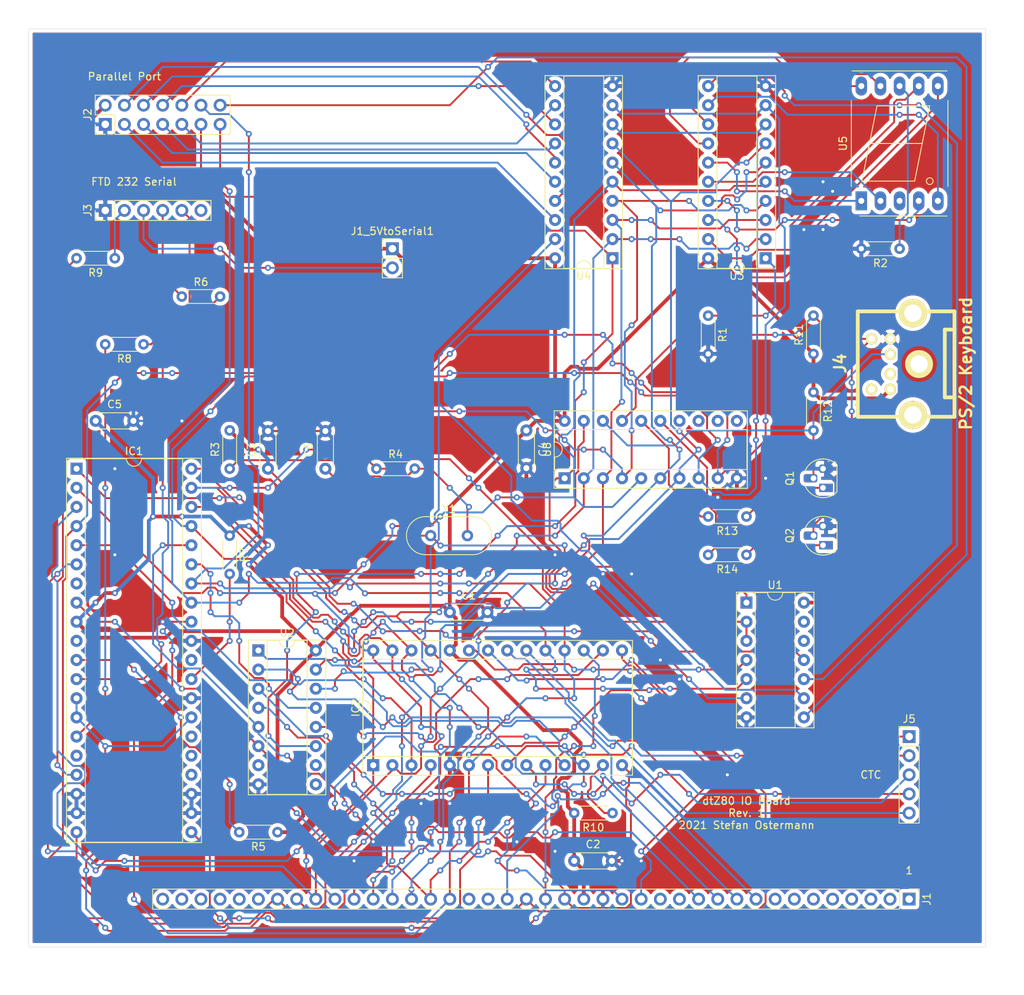
<source format=kicad_pcb>
(kicad_pcb (version 20171130) (host pcbnew 5.1.9-73d0e3b20d~88~ubuntu20.04.1)
  (layers (0 F.Cu signal) (31 B.Cu signal) (34 B.Paste user) (35 F.Paste user) (36 B.SilkS user) (37 F.SilkS user) (38 B.Mask user) (39 F.Mask user) (44 Edge.Cuts user))
  (net 0 "")
  (net 1 /D7)
  (net 2 /D0)
  (net 3 /CLK)
  (net 4 +5V)
  (net 5 /A0)
  (net 6 /A1)
  (net 7 /A5)
  (net 8 /A6)
  (net 9 /A7)
  (net 10 "Net-(R1-Pad1)")
  (net 11 "Net-(R2-Pad1)")
  (net 12 /~M1~)
  (net 13 /~IORQ~)
  (net 14 /D1)
  (net 15 /D2)
  (net 16 /D3)
  (net 17 /D4)
  (net 18 /D5)
  (net 19 /D6)
  (net 20 /~Y2~)
  (net 21 /IO7)
  (net 22 /IO5)
  (net 23 /IO3)
  (net 24 /IO1)
  (net 25 /~Y1~)
  (net 26 /IO6)
  (net 27 /IO4)
  (net 28 /IO2)
  (net 29 /IO0)
  (net 30 /~Y0~)
  (net 31 "Net-(C3-Pad1)")
  (net 32 /CLK7.3728)
  (net 33 /TX)
  (net 34 /RX)
  (net 35 /RTS)
  (net 36 /~Y3~)
  (net 37 /UART_CLK)
  (net 38 /~RD~)
  (net 39 "Net-(IC1-Pad11)")
  (net 40 /~INT~)
  (net 41 /~RESET~)
  (net 42 GND)
  (net 43 /Y1)
  (net 44 /RD)
  (net 45 /SIO_IEI)
  (net 46 "Net-(IC2-Pad13)")
  (net 47 "Net-(C6-Pad1)")
  (net 48 "Net-(IC1-Pad29)")
  (net 49 /A4)
  (net 50 "Net-(J3-Pad2)")
  (net 51 "Net-(J3-Pad4)")
  (net 52 "Net-(J3-Pad5)")
  (net 53 "Net-(R3-Pad1)")
  (net 54 "Net-(U1-Pad10)")
  (net 55 /~Y4~)
  (net 56 "Net-(U3-Pad19)")
  (net 57 "Net-(U3-Pad18)")
  (net 58 "Net-(U3-Pad17)")
  (net 59 "Net-(U3-Pad16)")
  (net 60 "Net-(U3-Pad15)")
  (net 61 "Net-(U3-Pad14)")
  (net 62 "Net-(U3-Pad13)")
  (net 63 "Net-(U3-Pad12)")
  (net 64 /KEY_CLK)
  (net 65 /KEY_DATA)
  (net 66 "Net-(Q1-Pad1)")
  (net 67 "Net-(Q2-Pad1)")
  (net 68 "Net-(R13-Pad2)")
  (net 69 "Net-(R14-Pad2)")
  (net 70 "Net-(IC2-Pad20)")
  (net 71 "Net-(IC2-Pad21)")
  (net 72 "Net-(IC2-Pad8)")
  (net 73 "Net-(IC2-Pad22)")
  (net 74 "Net-(IC2-Pad9)")
  (net 75 "Net-(J1_5VtoSerial1-Pad2)")
  (module Connector_PinHeader_2.54mm:PinHeader_1x05_P2.54mm_Vertical (layer F.Cu) (at 162.56 171.45)
    (fp_text reference J5 (at 0 -2.33) (layer F.SilkS))
    (fp_text value CTC)
    (pad 5 thru_hole oval (at 0 10.16) (size 1.7 1.7) (drill 1) (layers *.Cu *.Mask) (net 70 "Net-(IC2-Pad20)"))
    (pad 4 thru_hole oval (at 0 7.62) (size 1.7 1.7) (drill 1) (layers *.Cu *.Mask) (net 74 "Net-(IC2-Pad9)"))
    (pad 3 thru_hole oval (at 0 5.08) (size 1.7 1.7) (drill 1) (layers *.Cu *.Mask) (net 71 "Net-(IC2-Pad21)"))
    (pad 2 thru_hole oval (at 0 2.54) (size 1.7 1.7) (drill 1) (layers *.Cu *.Mask) (net 72 "Net-(IC2-Pad8)"))
    (pad 1 thru_hole rect (at 0 0) (size 1.7 1.7) (drill 1) (layers *.Cu *.Mask) (net 73 "Net-(IC2-Pad22)"))
  )
  (module Resistor_THT:R_Axial_DIN0204_L3.6mm_D1.6mm_P5.08mm_Horizontal (layer F.Cu) (at 140.97 147.32 180)
    (fp_text reference R14 (at 2.54 -1.92) (layer F.SilkS))
    (fp_text value 5K)
    (pad 2 thru_hole oval (at 5.08 0 180) (size 1.4 1.4) (drill 0.7) (layers *.Cu *.Mask) (net 69 "Net-(R14-Pad2)"))
    (pad 1 thru_hole circle (at 0 0 180) (size 1.4 1.4) (drill 0.7) (layers *.Cu *.Mask) (net 67 "Net-(Q2-Pad1)"))
  )
  (module Resistor_THT:R_Axial_DIN0204_L3.6mm_D1.6mm_P5.08mm_Horizontal (layer F.Cu) (at 140.97 142.24 180)
    (fp_text reference R13 (at 2.54 -1.92) (layer F.SilkS))
    (fp_text value 5K)
    (pad 2 thru_hole oval (at 5.08 0 180) (size 1.4 1.4) (drill 0.7) (layers *.Cu *.Mask) (net 68 "Net-(R13-Pad2)"))
    (pad 1 thru_hole circle (at 0 0 180) (size 1.4 1.4) (drill 0.7) (layers *.Cu *.Mask) (net 66 "Net-(Q1-Pad1)"))
  )
  (module Package_DIP:DIP-40_W15.24mm_Socket (layer F.Cu) (at 52.07 135.89)
    (fp_text reference IC1 (at 7.62 -2.33) (layer F.SilkS))
    (fp_text value Z80SIO)
    (pad 1 thru_hole rect (at 0 0) (size 1.6 1.6) (drill 0.8) (layers *.Cu *.Mask) (net 14 /D1))
    (pad 21 thru_hole oval (at 15.24 48.26) (size 1.6 1.6) (drill 0.8) (layers *.Cu *.Mask) (net 41 /~RESET~))
    (pad 2 thru_hole oval (at 0 2.54) (size 1.6 1.6) (drill 0.8) (layers *.Cu *.Mask) (net 16 /D3))
    (pad 22 thru_hole oval (at 15.24 45.72) (size 1.6 1.6) (drill 0.8) (layers *.Cu *.Mask) (net 42 GND))
    (pad 3 thru_hole oval (at 0 5.08) (size 1.6 1.6) (drill 0.8) (layers *.Cu *.Mask) (net 18 /D5))
    (pad 23 thru_hole oval (at 15.24 43.18) (size 1.6 1.6) (drill 0.8) (layers *.Cu *.Mask) (net 42 GND))
    (pad 4 thru_hole oval (at 0 7.62) (size 1.6 1.6) (drill 0.8) (layers *.Cu *.Mask) (net 1 /D7))
    (pad 24 thru_hole oval (at 15.24 40.64) (size 1.6 1.6) (drill 0.8) (layers *.Cu *.Mask))
    (pad 5 thru_hole oval (at 0 10.16) (size 1.6 1.6) (drill 0.8) (layers *.Cu *.Mask) (net 40 /~INT~))
    (pad 25 thru_hole oval (at 15.24 38.1) (size 1.6 1.6) (drill 0.8) (layers *.Cu *.Mask))
    (pad 6 thru_hole oval (at 0 12.7) (size 1.6 1.6) (drill 0.8) (layers *.Cu *.Mask) (net 45 /SIO_IEI))
    (pad 26 thru_hole oval (at 15.24 35.56) (size 1.6 1.6) (drill 0.8) (layers *.Cu *.Mask))
    (pad 7 thru_hole oval (at 0 15.24) (size 1.6 1.6) (drill 0.8) (layers *.Cu *.Mask))
    (pad 27 thru_hole oval (at 15.24 33.02) (size 1.6 1.6) (drill 0.8) (layers *.Cu *.Mask) (net 37 /UART_CLK))
    (pad 8 thru_hole oval (at 0 17.78) (size 1.6 1.6) (drill 0.8) (layers *.Cu *.Mask) (net 12 /~M1~))
    (pad 28 thru_hole oval (at 15.24 30.48) (size 1.6 1.6) (drill 0.8) (layers *.Cu *.Mask) (net 42 GND))
    (pad 9 thru_hole oval (at 0 20.32) (size 1.6 1.6) (drill 0.8) (layers *.Cu *.Mask) (net 4 +5V))
    (pad 29 thru_hole oval (at 15.24 27.94) (size 1.6 1.6) (drill 0.8) (layers *.Cu *.Mask) (net 48 "Net-(IC1-Pad29)"))
    (pad 10 thru_hole oval (at 0 22.86) (size 1.6 1.6) (drill 0.8) (layers *.Cu *.Mask))
    (pad 30 thru_hole oval (at 15.24 25.4) (size 1.6 1.6) (drill 0.8) (layers *.Cu *.Mask))
    (pad 11 thru_hole oval (at 0 25.4) (size 1.6 1.6) (drill 0.8) (layers *.Cu *.Mask) (net 39 "Net-(IC1-Pad11)"))
    (pad 31 thru_hole oval (at 15.24 22.86) (size 1.6 1.6) (drill 0.8) (layers *.Cu *.Mask) (net 42 GND))
    (pad 12 thru_hole oval (at 0 27.94) (size 1.6 1.6) (drill 0.8) (layers *.Cu *.Mask) (net 34 /RX))
    (pad 32 thru_hole oval (at 15.24 20.32) (size 1.6 1.6) (drill 0.8) (layers *.Cu *.Mask) (net 38 /~RD~))
    (pad 13 thru_hole oval (at 0 30.48) (size 1.6 1.6) (drill 0.8) (layers *.Cu *.Mask) (net 37 /UART_CLK))
    (pad 33 thru_hole oval (at 15.24 17.78) (size 1.6 1.6) (drill 0.8) (layers *.Cu *.Mask) (net 6 /A1))
    (pad 14 thru_hole oval (at 0 33.02) (size 1.6 1.6) (drill 0.8) (layers *.Cu *.Mask) (net 37 /UART_CLK))
    (pad 34 thru_hole oval (at 15.24 15.24) (size 1.6 1.6) (drill 0.8) (layers *.Cu *.Mask) (net 5 /A0))
    (pad 15 thru_hole oval (at 0 35.56) (size 1.6 1.6) (drill 0.8) (layers *.Cu *.Mask) (net 33 /TX))
    (pad 35 thru_hole oval (at 15.24 12.7) (size 1.6 1.6) (drill 0.8) (layers *.Cu *.Mask) (net 20 /~Y2~))
    (pad 16 thru_hole oval (at 0 38.1) (size 1.6 1.6) (drill 0.8) (layers *.Cu *.Mask))
    (pad 36 thru_hole oval (at 15.24 10.16) (size 1.6 1.6) (drill 0.8) (layers *.Cu *.Mask) (net 13 /~IORQ~))
    (pad 17 thru_hole oval (at 0 40.64) (size 1.6 1.6) (drill 0.8) (layers *.Cu *.Mask) (net 35 /RTS))
    (pad 37 thru_hole oval (at 15.24 7.62) (size 1.6 1.6) (drill 0.8) (layers *.Cu *.Mask) (net 19 /D6))
    (pad 18 thru_hole oval (at 0 43.18) (size 1.6 1.6) (drill 0.8) (layers *.Cu *.Mask) (net 42 GND))
    (pad 38 thru_hole oval (at 15.24 5.08) (size 1.6 1.6) (drill 0.8) (layers *.Cu *.Mask) (net 17 /D4))
    (pad 19 thru_hole oval (at 0 45.72) (size 1.6 1.6) (drill 0.8) (layers *.Cu *.Mask) (net 42 GND))
    (pad 39 thru_hole oval (at 15.24 2.54) (size 1.6 1.6) (drill 0.8) (layers *.Cu *.Mask) (net 15 /D2))
    (pad 20 thru_hole oval (at 0 48.26) (size 1.6 1.6) (drill 0.8) (layers *.Cu *.Mask) (net 3 /CLK))
    (pad 40 thru_hole oval (at 15.24 0) (size 1.6 1.6) (drill 0.8) (layers *.Cu *.Mask) (net 2 /D0))
  )
  (module Crystal:Crystal_HC49-U_Vertical (layer F.Cu) (at 99.06 144.78)
    (fp_text reference Y1 (at 2.44 -3.525) (layer F.SilkS))
    (fp_text value Crystal)
    (pad 2 thru_hole circle (at 4.88 0) (size 1.5 1.5) (drill 0.8) (layers *.Cu *.Mask) (net 47 "Net-(C6-Pad1)"))
    (pad 1 thru_hole circle (at 0 0) (size 1.5 1.5) (drill 0.8) (layers *.Cu *.Mask) (net 31 "Net-(C3-Pad1)"))
  )
  (module package_connectors:Mini_DIN_6_TE_Connectivity (layer F.Cu) (at 161.29 121.92 270)
    (fp_text reference J4 (at -0.01016 7.88924 90) (layer F.SilkS) (effects (font (size 1.524 1.524) (thickness 0.3048))))
    (fp_text value "PS/2 Keyboard" (at 0 -8.8011 90) (layer F.SilkS) (effects (font (size 1.524 1.524) (thickness 0.3048))))
    (pad SHD thru_hole circle (at -6.6802 -1.77038 270) (size 3.70078 3.70078) (drill 2.30124) (layers *.Cu *.Mask F.SilkS))
    (pad SHD thru_hole circle (at 0.07874 -2.58064 270) (size 3.70078 3.70078) (drill 2.30124) (layers B.Cu F.SilkS B.Mask))
    (pad SHD thru_hole circle (at 6.83768 -1.77038 270) (size 3.70078 3.70078) (drill 2.30124) (layers *.Cu *.Mask F.SilkS))
    (pad 6 thru_hole circle (at 3.429 3.7211 270) (size 1.50114 1.50114) (drill 0.89916) (layers *.Cu *.Mask F.SilkS))
    (pad 5 thru_hole circle (at -3.27152 3.7211 270) (size 1.50114 1.50114) (drill 0.89916) (layers *.Cu *.Mask F.SilkS) (net 64 /KEY_CLK))
    (pad 4 thru_hole circle (at 3.429 1.22936 270) (size 1.50114 1.50114) (drill 0.89916) (layers *.Cu *.Mask F.SilkS) (net 4 +5V))
    (pad 3 thru_hole circle (at -3.27152 1.22936 270) (size 1.50114 1.50114) (drill 0.89916) (layers *.Cu *.Mask F.SilkS) (net 42 GND))
    (pad 1 thru_hole circle (at -1.22174 1.22936 270) (size 1.50114 1.50114) (drill 0.89916) (layers *.Cu *.Mask F.SilkS) (net 65 /KEY_DATA))
    (pad 2 thru_hole circle (at 1.37922 1.22936 270) (size 1.50114 1.50114) (drill 0.89916) (layers *.Cu *.Mask F.SilkS))
  )
  (module Package_TO_SOT_THT:TO-92_HandSolder (layer F.Cu) (at 151.13 146.05 90)
    (fp_text reference Q2 (at 1.27 -4.4 90) (layer F.SilkS))
    (fp_text value NPN)
    (pad 1 thru_hole rect (at 0 0 90) (size 1.1 1.8) (drill 0.75 (offset 0 0.4)) (layers *.Cu *.Mask) (net 67 "Net-(Q2-Pad1)"))
    (pad 3 thru_hole roundrect (at 2.54 0 90) (size 1.1 1.8) (drill 0.75 (offset 0 0.4)) (layers *.Cu *.Mask) (net 42 GND))
    (pad 2 thru_hole roundrect (at 1.27 -1.27 90) (size 1.1 1.8) (drill 0.75 (offset 0 -0.4)) (layers *.Cu *.Mask) (net 64 /KEY_CLK))
  )
  (module Package_TO_SOT_THT:TO-92_HandSolder (layer F.Cu) (at 151.13 138.43 90)
    (fp_text reference Q1 (at 1.27 -4.4 90) (layer F.SilkS))
    (fp_text value NPN)
    (pad 1 thru_hole rect (at 0 0 90) (size 1.1 1.8) (drill 0.75 (offset 0 0.4)) (layers *.Cu *.Mask) (net 66 "Net-(Q1-Pad1)"))
    (pad 3 thru_hole roundrect (at 2.54 0 90) (size 1.1 1.8) (drill 0.75 (offset 0 0.4)) (layers *.Cu *.Mask) (net 42 GND))
    (pad 2 thru_hole roundrect (at 1.27 -1.27 90) (size 1.1 1.8) (drill 0.75 (offset 0 -0.4)) (layers *.Cu *.Mask) (net 65 /KEY_DATA))
  )
  (module Resistor_THT:R_Axial_DIN0204_L3.6mm_D1.6mm_P5.08mm_Horizontal (layer F.Cu) (at 149.86 125.73 270)
    (fp_text reference R12 (at 2.54 -1.92 90) (layer F.SilkS))
    (fp_text value 5K)
    (pad 2 thru_hole oval (at 5.08 0 270) (size 1.4 1.4) (drill 0.7) (layers *.Cu *.Mask) (net 65 /KEY_DATA))
    (pad 1 thru_hole circle (at 0 0 270) (size 1.4 1.4) (drill 0.7) (layers *.Cu *.Mask) (net 4 +5V))
  )
  (module Resistor_THT:R_Axial_DIN0204_L3.6mm_D1.6mm_P5.08mm_Horizontal (layer F.Cu) (at 149.86 120.65 90)
    (fp_text reference R11 (at 2.54 -1.92 90) (layer F.SilkS))
    (fp_text value 5K)
    (pad 2 thru_hole oval (at 5.08 0 90) (size 1.4 1.4) (drill 0.7) (layers *.Cu *.Mask) (net 64 /KEY_CLK))
    (pad 1 thru_hole circle (at 0 0 90) (size 1.4 1.4) (drill 0.7) (layers *.Cu *.Mask) (net 4 +5V))
  )
  (module Resistor_THT:R_Axial_DIN0204_L3.6mm_D1.6mm_P5.08mm_Horizontal (layer F.Cu) (at 72.39 144.78 270)
    (fp_text reference R7 (at 2.54 -1.92 90) (layer F.SilkS))
    (fp_text value 10K)
    (pad 2 thru_hole oval (at 5.08 0 270) (size 1.4 1.4) (drill 0.7) (layers *.Cu *.Mask) (net 48 "Net-(IC1-Pad29)"))
    (pad 1 thru_hole circle (at 0 0 270) (size 1.4 1.4) (drill 0.7) (layers *.Cu *.Mask) (net 4 +5V))
  )
  (module Capacitor_THT:C_Disc_D4.3mm_W1.9mm_P5.00mm (layer F.Cu) (at 54.61 129.54)
    (fp_text reference C5 (at 2.5 -2.2) (layer F.SilkS))
    (fp_text value 100n)
    (pad 2 thru_hole circle (at 5 0) (size 1.6 1.6) (drill 0.8) (layers *.Cu *.Mask) (net 42 GND))
    (pad 1 thru_hole circle (at 0 0) (size 1.6 1.6) (drill 0.8) (layers *.Cu *.Mask) (net 4 +5V))
  )
  (module Capacitor_THT:C_Disc_D4.3mm_W1.9mm_P5.00mm (layer F.Cu) (at 111.76 130.81 270)
    (fp_text reference C4 (at 2.5 -2.2 90) (layer F.SilkS))
    (fp_text value 100n)
    (pad 2 thru_hole circle (at 5 0 270) (size 1.6 1.6) (drill 0.8) (layers *.Cu *.Mask) (net 42 GND))
    (pad 1 thru_hole circle (at 0 0 270) (size 1.6 1.6) (drill 0.8) (layers *.Cu *.Mask) (net 4 +5V))
  )
  (module Capacitor_THT:C_Disc_D4.3mm_W1.9mm_P5.00mm (layer F.Cu) (at 101.6 154.94)
    (fp_text reference C1 (at 2.5 -2.2) (layer F.SilkS))
    (fp_text value 100n)
    (pad 2 thru_hole circle (at 5 0) (size 1.6 1.6) (drill 0.8) (layers *.Cu *.Mask) (net 42 GND))
    (pad 1 thru_hole circle (at 0 0) (size 1.6 1.6) (drill 0.8) (layers *.Cu *.Mask) (net 4 +5V))
  )
  (module Package_DIP:DIP-20_W7.62mm_Socket (layer F.Cu) (at 116.84 137.16 90)
    (fp_text reference U8 (at 3.81 -2.33 90) (layer F.SilkS))
    (fp_text value 74HC245)
    (pad 20 thru_hole oval (at 7.62 0 90) (size 1.6 1.6) (drill 0.8) (layers *.Cu *.Mask) (net 4 +5V))
    (pad 10 thru_hole oval (at 0 22.86 90) (size 1.6 1.6) (drill 0.8) (layers *.Cu *.Mask) (net 42 GND))
    (pad 19 thru_hole oval (at 7.62 2.54 90) (size 1.6 1.6) (drill 0.8) (layers *.Cu *.Mask) (net 55 /~Y4~))
    (pad 9 thru_hole oval (at 0 20.32 90) (size 1.6 1.6) (drill 0.8) (layers *.Cu *.Mask) (net 1 /D7))
    (pad 18 thru_hole oval (at 7.62 5.08 90) (size 1.6 1.6) (drill 0.8) (layers *.Cu *.Mask) (net 65 /KEY_DATA))
    (pad 8 thru_hole oval (at 0 17.78 90) (size 1.6 1.6) (drill 0.8) (layers *.Cu *.Mask) (net 19 /D6))
    (pad 17 thru_hole oval (at 7.62 7.62 90) (size 1.6 1.6) (drill 0.8) (layers *.Cu *.Mask) (net 64 /KEY_CLK))
    (pad 7 thru_hole oval (at 0 15.24 90) (size 1.6 1.6) (drill 0.8) (layers *.Cu *.Mask) (net 18 /D5))
    (pad 16 thru_hole oval (at 7.62 10.16 90) (size 1.6 1.6) (drill 0.8) (layers *.Cu *.Mask) (net 68 "Net-(R13-Pad2)"))
    (pad 6 thru_hole oval (at 0 12.7 90) (size 1.6 1.6) (drill 0.8) (layers *.Cu *.Mask) (net 17 /D4))
    (pad 15 thru_hole oval (at 7.62 12.7 90) (size 1.6 1.6) (drill 0.8) (layers *.Cu *.Mask) (net 69 "Net-(R14-Pad2)"))
    (pad 5 thru_hole oval (at 0 10.16 90) (size 1.6 1.6) (drill 0.8) (layers *.Cu *.Mask) (net 16 /D3))
    (pad 14 thru_hole oval (at 7.62 15.24 90) (size 1.6 1.6) (drill 0.8) (layers *.Cu *.Mask))
    (pad 4 thru_hole oval (at 0 7.62 90) (size 1.6 1.6) (drill 0.8) (layers *.Cu *.Mask) (net 15 /D2))
    (pad 13 thru_hole oval (at 7.62 17.78 90) (size 1.6 1.6) (drill 0.8) (layers *.Cu *.Mask))
    (pad 3 thru_hole oval (at 0 5.08 90) (size 1.6 1.6) (drill 0.8) (layers *.Cu *.Mask) (net 14 /D1))
    (pad 12 thru_hole oval (at 7.62 20.32 90) (size 1.6 1.6) (drill 0.8) (layers *.Cu *.Mask))
    (pad 2 thru_hole oval (at 0 2.54 90) (size 1.6 1.6) (drill 0.8) (layers *.Cu *.Mask) (net 2 /D0))
    (pad 11 thru_hole oval (at 7.62 22.86 90) (size 1.6 1.6) (drill 0.8) (layers *.Cu *.Mask))
    (pad 1 thru_hole rect (at 0 0 90) (size 1.6 1.6) (drill 0.8) (layers *.Cu *.Mask) (net 44 /RD))
  )
  (module Connector_PinHeader_2.54mm:PinHeader_1x40_P2.54mm_Vertical (layer F.Cu) (at 162.56 193.04 270)
    (fp_text reference J1 (at 0 -2.33 90) (layer F.SilkS))
    (fp_text value RC2014Bus)
    (pad 1 thru_hole rect (at 0 0 270) (size 1.7 1.7) (drill 1) (layers *.Cu *.Mask))
    (pad 2 thru_hole oval (at 0 2.54 270) (size 1.7 1.7) (drill 1) (layers *.Cu *.Mask))
    (pad 3 thru_hole oval (at 0 5.08 270) (size 1.7 1.7) (drill 1) (layers *.Cu *.Mask))
    (pad 4 thru_hole oval (at 0 7.62 270) (size 1.7 1.7) (drill 1) (layers *.Cu *.Mask))
    (pad 5 thru_hole oval (at 0 10.16 270) (size 1.7 1.7) (drill 1) (layers *.Cu *.Mask))
    (pad 6 thru_hole oval (at 0 12.7 270) (size 1.7 1.7) (drill 1) (layers *.Cu *.Mask))
    (pad 7 thru_hole oval (at 0 15.24 270) (size 1.7 1.7) (drill 1) (layers *.Cu *.Mask))
    (pad 8 thru_hole oval (at 0 17.78 270) (size 1.7 1.7) (drill 1) (layers *.Cu *.Mask))
    (pad 9 thru_hole oval (at 0 20.32 270) (size 1.7 1.7) (drill 1) (layers *.Cu *.Mask) (net 9 /A7))
    (pad 10 thru_hole oval (at 0 22.86 270) (size 1.7 1.7) (drill 1) (layers *.Cu *.Mask) (net 8 /A6))
    (pad 11 thru_hole oval (at 0 25.4 270) (size 1.7 1.7) (drill 1) (layers *.Cu *.Mask) (net 7 /A5))
    (pad 12 thru_hole oval (at 0 27.94 270) (size 1.7 1.7) (drill 1) (layers *.Cu *.Mask) (net 49 /A4))
    (pad 13 thru_hole oval (at 0 30.48 270) (size 1.7 1.7) (drill 1) (layers *.Cu *.Mask))
    (pad 14 thru_hole oval (at 0 33.02 270) (size 1.7 1.7) (drill 1) (layers *.Cu *.Mask))
    (pad 15 thru_hole oval (at 0 35.56 270) (size 1.7 1.7) (drill 1) (layers *.Cu *.Mask) (net 6 /A1))
    (pad 16 thru_hole oval (at 0 38.1 270) (size 1.7 1.7) (drill 1) (layers *.Cu *.Mask) (net 5 /A0))
    (pad 17 thru_hole oval (at 0 40.64 270) (size 1.7 1.7) (drill 1) (layers *.Cu *.Mask) (net 42 GND))
    (pad 18 thru_hole oval (at 0 43.18 270) (size 1.7 1.7) (drill 1) (layers *.Cu *.Mask) (net 4 +5V))
    (pad 19 thru_hole oval (at 0 45.72 270) (size 1.7 1.7) (drill 1) (layers *.Cu *.Mask) (net 12 /~M1~))
    (pad 20 thru_hole oval (at 0 48.26 270) (size 1.7 1.7) (drill 1) (layers *.Cu *.Mask) (net 41 /~RESET~))
    (pad 21 thru_hole oval (at 0 50.8 270) (size 1.7 1.7) (drill 1) (layers *.Cu *.Mask) (net 3 /CLK))
    (pad 22 thru_hole oval (at 0 53.34 270) (size 1.7 1.7) (drill 1) (layers *.Cu *.Mask) (net 40 /~INT~))
    (pad 23 thru_hole oval (at 0 55.88 270) (size 1.7 1.7) (drill 1) (layers *.Cu *.Mask))
    (pad 24 thru_hole oval (at 0 58.42 270) (size 1.7 1.7) (drill 1) (layers *.Cu *.Mask))
    (pad 25 thru_hole oval (at 0 60.96 270) (size 1.7 1.7) (drill 1) (layers *.Cu *.Mask) (net 38 /~RD~))
    (pad 26 thru_hole oval (at 0 63.5 270) (size 1.7 1.7) (drill 1) (layers *.Cu *.Mask) (net 13 /~IORQ~))
    (pad 27 thru_hole oval (at 0 66.04 270) (size 1.7 1.7) (drill 1) (layers *.Cu *.Mask) (net 2 /D0))
    (pad 28 thru_hole oval (at 0 68.58 270) (size 1.7 1.7) (drill 1) (layers *.Cu *.Mask) (net 14 /D1))
    (pad 29 thru_hole oval (at 0 71.12 270) (size 1.7 1.7) (drill 1) (layers *.Cu *.Mask) (net 15 /D2))
    (pad 30 thru_hole oval (at 0 73.66 270) (size 1.7 1.7) (drill 1) (layers *.Cu *.Mask) (net 16 /D3))
    (pad 31 thru_hole oval (at 0 76.2 270) (size 1.7 1.7) (drill 1) (layers *.Cu *.Mask) (net 17 /D4))
    (pad 32 thru_hole oval (at 0 78.74 270) (size 1.7 1.7) (drill 1) (layers *.Cu *.Mask) (net 18 /D5))
    (pad 33 thru_hole oval (at 0 81.28 270) (size 1.7 1.7) (drill 1) (layers *.Cu *.Mask) (net 19 /D6))
    (pad 34 thru_hole oval (at 0 83.82 270) (size 1.7 1.7) (drill 1) (layers *.Cu *.Mask) (net 1 /D7))
    (pad 35 thru_hole oval (at 0 86.36 270) (size 1.7 1.7) (drill 1) (layers *.Cu *.Mask))
    (pad 36 thru_hole oval (at 0 88.9 270) (size 1.7 1.7) (drill 1) (layers *.Cu *.Mask))
    (pad 37 thru_hole oval (at 0 91.44 270) (size 1.7 1.7) (drill 1) (layers *.Cu *.Mask))
    (pad 38 thru_hole oval (at 0 93.98 270) (size 1.7 1.7) (drill 1) (layers *.Cu *.Mask))
    (pad 39 thru_hole oval (at 0 96.52 270) (size 1.7 1.7) (drill 1) (layers *.Cu *.Mask))
    (pad 40 thru_hole oval (at 0 99.06 270) (size 1.7 1.7) (drill 1) (layers *.Cu *.Mask))
  )
  (module Resistor_THT:R_Axial_DIN0204_L3.6mm_D1.6mm_P5.08mm_Horizontal (layer F.Cu) (at 78.74 184.15 180)
    (fp_text reference R5 (at 2.54 -1.92) (layer F.SilkS))
    (fp_text value 10K)
    (pad 2 thru_hole oval (at 5.08 0 180) (size 1.4 1.4) (drill 0.7) (layers *.Cu *.Mask) (net 39 "Net-(IC1-Pad11)"))
    (pad 1 thru_hole circle (at 0 0 180) (size 1.4 1.4) (drill 0.7) (layers *.Cu *.Mask) (net 4 +5V))
  )
  (module Resistor_THT:R_Axial_DIN0204_L3.6mm_D1.6mm_P5.08mm_Horizontal (layer F.Cu) (at 123.19 181.61 180)
    (fp_text reference R10 (at 2.54 -1.92) (layer F.SilkS))
    (fp_text value 1k)
    (pad 2 thru_hole oval (at 5.08 0 180) (size 1.4 1.4) (drill 0.7) (layers *.Cu *.Mask) (net 4 +5V))
    (pad 1 thru_hole circle (at 0 0 180) (size 1.4 1.4) (drill 0.7) (layers *.Cu *.Mask) (net 46 "Net-(IC2-Pad13)"))
  )
  (module Resistor_THT:R_Axial_DIN0204_L3.6mm_D1.6mm_P5.08mm_Horizontal (layer F.Cu) (at 161.29 106.68 180)
    (fp_text reference R2 (at 2.54 -1.92) (layer F.SilkS))
    (fp_text value 220)
    (pad 2 thru_hole oval (at 5.08 0 180) (size 1.4 1.4) (drill 0.7) (layers *.Cu *.Mask) (net 42 GND))
    (pad 1 thru_hole circle (at 0 0 180) (size 1.4 1.4) (drill 0.7) (layers *.Cu *.Mask) (net 11 "Net-(R2-Pad1)"))
  )
  (module Package_DIP:DIP-28_W15.24mm_Socket (layer F.Cu) (at 91.44 175.26 90)
    (fp_text reference IC2 (at 7.62 -2.33 90) (layer F.SilkS))
    (fp_text value Z80CTC)
    (pad 1 thru_hole rect (at 0 0 90) (size 1.6 1.6) (drill 0.8) (layers *.Cu *.Mask) (net 17 /D4))
    (pad 15 thru_hole oval (at 15.24 33.02 90) (size 1.6 1.6) (drill 0.8) (layers *.Cu *.Mask) (net 3 /CLK))
    (pad 2 thru_hole oval (at 0 2.54 90) (size 1.6 1.6) (drill 0.8) (layers *.Cu *.Mask) (net 18 /D5))
    (pad 16 thru_hole oval (at 15.24 30.48 90) (size 1.6 1.6) (drill 0.8) (layers *.Cu *.Mask) (net 36 /~Y3~))
    (pad 3 thru_hole oval (at 0 5.08 90) (size 1.6 1.6) (drill 0.8) (layers *.Cu *.Mask) (net 19 /D6))
    (pad 17 thru_hole oval (at 15.24 27.94 90) (size 1.6 1.6) (drill 0.8) (layers *.Cu *.Mask) (net 41 /~RESET~))
    (pad 4 thru_hole oval (at 0 7.62 90) (size 1.6 1.6) (drill 0.8) (layers *.Cu *.Mask) (net 1 /D7))
    (pad 18 thru_hole oval (at 15.24 25.4 90) (size 1.6 1.6) (drill 0.8) (layers *.Cu *.Mask) (net 5 /A0))
    (pad 5 thru_hole oval (at 0 10.16 90) (size 1.6 1.6) (drill 0.8) (layers *.Cu *.Mask) (net 42 GND))
    (pad 19 thru_hole oval (at 15.24 22.86 90) (size 1.6 1.6) (drill 0.8) (layers *.Cu *.Mask) (net 6 /A1))
    (pad 6 thru_hole oval (at 0 12.7 90) (size 1.6 1.6) (drill 0.8) (layers *.Cu *.Mask) (net 38 /~RD~))
    (pad 20 thru_hole oval (at 15.24 20.32 90) (size 1.6 1.6) (drill 0.8) (layers *.Cu *.Mask) (net 70 "Net-(IC2-Pad20)"))
    (pad 7 thru_hole oval (at 0 15.24 90) (size 1.6 1.6) (drill 0.8) (layers *.Cu *.Mask) (net 37 /UART_CLK))
    (pad 21 thru_hole oval (at 15.24 17.78 90) (size 1.6 1.6) (drill 0.8) (layers *.Cu *.Mask) (net 71 "Net-(IC2-Pad21)"))
    (pad 8 thru_hole oval (at 0 17.78 90) (size 1.6 1.6) (drill 0.8) (layers *.Cu *.Mask) (net 72 "Net-(IC2-Pad8)"))
    (pad 22 thru_hole oval (at 15.24 15.24 90) (size 1.6 1.6) (drill 0.8) (layers *.Cu *.Mask) (net 73 "Net-(IC2-Pad22)"))
    (pad 9 thru_hole oval (at 0 20.32 90) (size 1.6 1.6) (drill 0.8) (layers *.Cu *.Mask) (net 74 "Net-(IC2-Pad9)"))
    (pad 23 thru_hole oval (at 15.24 12.7 90) (size 1.6 1.6) (drill 0.8) (layers *.Cu *.Mask) (net 32 /CLK7.3728))
    (pad 10 thru_hole oval (at 0 22.86 90) (size 1.6 1.6) (drill 0.8) (layers *.Cu *.Mask) (net 13 /~IORQ~))
    (pad 24 thru_hole oval (at 15.24 10.16 90) (size 1.6 1.6) (drill 0.8) (layers *.Cu *.Mask) (net 4 +5V))
    (pad 11 thru_hole oval (at 0 25.4 90) (size 1.6 1.6) (drill 0.8) (layers *.Cu *.Mask) (net 45 /SIO_IEI))
    (pad 25 thru_hole oval (at 15.24 7.62 90) (size 1.6 1.6) (drill 0.8) (layers *.Cu *.Mask) (net 2 /D0))
    (pad 12 thru_hole oval (at 0 27.94 90) (size 1.6 1.6) (drill 0.8) (layers *.Cu *.Mask) (net 40 /~INT~))
    (pad 26 thru_hole oval (at 15.24 5.08 90) (size 1.6 1.6) (drill 0.8) (layers *.Cu *.Mask) (net 14 /D1))
    (pad 13 thru_hole oval (at 0 30.48 90) (size 1.6 1.6) (drill 0.8) (layers *.Cu *.Mask) (net 46 "Net-(IC2-Pad13)"))
    (pad 27 thru_hole oval (at 15.24 2.54 90) (size 1.6 1.6) (drill 0.8) (layers *.Cu *.Mask) (net 15 /D2))
    (pad 14 thru_hole oval (at 0 33.02 90) (size 1.6 1.6) (drill 0.8) (layers *.Cu *.Mask) (net 12 /~M1~))
    (pad 28 thru_hole oval (at 15.24 0 90) (size 1.6 1.6) (drill 0.8) (layers *.Cu *.Mask) (net 16 /D3))
  )
  (module Connector_PinHeader_2.54mm:PinHeader_1x02_P2.54mm_Vertical (layer F.Cu) (at 93.98 106.68)
    (fp_text reference J1_5VtoSerial1 (at 0 -2.33) (layer F.SilkS))
    (fp_text value Conn_01x02)
    (pad 2 thru_hole oval (at 0 2.54) (size 1.7 1.7) (drill 1) (layers *.Cu *.Mask) (net 75 "Net-(J1_5VtoSerial1-Pad2)"))
    (pad 1 thru_hole rect (at 0 0) (size 1.7 1.7) (drill 1) (layers *.Cu *.Mask) (net 4 +5V))
  )
  (module Connector_PinHeader_2.54mm:PinHeader_1x06_P2.54mm_Vertical (layer F.Cu) (at 55.88 101.6 90)
    (fp_text reference J3 (at 0 -2.33 90) (layer F.SilkS))
    (fp_text value FT_232)
    (pad 1 thru_hole rect (at 0 0 90) (size 1.7 1.7) (drill 1) (layers *.Cu *.Mask) (net 42 GND))
    (pad 2 thru_hole oval (at 0 2.54 90) (size 1.7 1.7) (drill 1) (layers *.Cu *.Mask) (net 50 "Net-(J3-Pad2)"))
    (pad 3 thru_hole oval (at 0 5.08 90) (size 1.7 1.7) (drill 1) (layers *.Cu *.Mask) (net 75 "Net-(J1_5VtoSerial1-Pad2)"))
    (pad 4 thru_hole oval (at 0 7.62 90) (size 1.7 1.7) (drill 1) (layers *.Cu *.Mask) (net 51 "Net-(J3-Pad4)"))
    (pad 5 thru_hole oval (at 0 10.16 90) (size 1.7 1.7) (drill 1) (layers *.Cu *.Mask) (net 52 "Net-(J3-Pad5)"))
    (pad 6 thru_hole oval (at 0 12.7 90) (size 1.7 1.7) (drill 1) (layers *.Cu *.Mask))
  )
  (module Connector_PinHeader_2.54mm:PinHeader_2x07_P2.54mm_Vertical (layer F.Cu) (at 55.88 90.17 90)
    (fp_text reference J2 (at 1.27 -2.33 90) (layer F.SilkS))
    (fp_text value "8 Bit Port")
    (pad 1 thru_hole rect (at 0 0 90) (size 1.7 1.7) (drill 1) (layers *.Cu *.Mask) (net 42 GND))
    (pad 2 thru_hole oval (at 2.54 0 90) (size 1.7 1.7) (drill 1) (layers *.Cu *.Mask) (net 4 +5V))
    (pad 3 thru_hole oval (at 0 2.54 90) (size 1.7 1.7) (drill 1) (layers *.Cu *.Mask) (net 29 /IO0))
    (pad 4 thru_hole oval (at 2.54 2.54 90) (size 1.7 1.7) (drill 1) (layers *.Cu *.Mask) (net 24 /IO1))
    (pad 5 thru_hole oval (at 0 5.08 90) (size 1.7 1.7) (drill 1) (layers *.Cu *.Mask) (net 28 /IO2))
    (pad 6 thru_hole oval (at 2.54 5.08 90) (size 1.7 1.7) (drill 1) (layers *.Cu *.Mask) (net 23 /IO3))
    (pad 7 thru_hole oval (at 0 7.62 90) (size 1.7 1.7) (drill 1) (layers *.Cu *.Mask) (net 27 /IO4))
    (pad 8 thru_hole oval (at 2.54 7.62 90) (size 1.7 1.7) (drill 1) (layers *.Cu *.Mask) (net 22 /IO5))
    (pad 9 thru_hole oval (at 0 10.16 90) (size 1.7 1.7) (drill 1) (layers *.Cu *.Mask) (net 26 /IO6))
    (pad 10 thru_hole oval (at 2.54 10.16 90) (size 1.7 1.7) (drill 1) (layers *.Cu *.Mask) (net 21 /IO7))
    (pad 11 thru_hole oval (at 0 12.7 90) (size 1.7 1.7) (drill 1) (layers *.Cu *.Mask) (net 44 /RD))
    (pad 12 thru_hole oval (at 2.54 12.7 90) (size 1.7 1.7) (drill 1) (layers *.Cu *.Mask) (net 5 /A0))
    (pad 13 thru_hole oval (at 0 15.24 90) (size 1.7 1.7) (drill 1) (layers *.Cu *.Mask) (net 6 /A1))
    (pad 14 thru_hole oval (at 2.54 15.24 90) (size 1.7 1.7) (drill 1) (layers *.Cu *.Mask) (net 43 /Y1))
  )
  (module Package_DIP:DIP-14_W7.62mm_Socket (layer F.Cu) (at 140.97 153.67)
    (fp_text reference U1 (at 3.81 -2.33) (layer F.SilkS))
    (fp_text value 74LS04)
    (pad 1 thru_hole rect (at 0 0) (size 1.6 1.6) (drill 0.8) (layers *.Cu *.Mask) (net 31 "Net-(C3-Pad1)"))
    (pad 8 thru_hole oval (at 7.62 15.24) (size 1.6 1.6) (drill 0.8) (layers *.Cu *.Mask) (net 43 /Y1))
    (pad 2 thru_hole oval (at 0 2.54) (size 1.6 1.6) (drill 0.8) (layers *.Cu *.Mask) (net 53 "Net-(R3-Pad1)"))
    (pad 9 thru_hole oval (at 7.62 12.7) (size 1.6 1.6) (drill 0.8) (layers *.Cu *.Mask) (net 25 /~Y1~))
    (pad 3 thru_hole oval (at 0 5.08) (size 1.6 1.6) (drill 0.8) (layers *.Cu *.Mask) (net 53 "Net-(R3-Pad1)"))
    (pad 10 thru_hole oval (at 7.62 10.16) (size 1.6 1.6) (drill 0.8) (layers *.Cu *.Mask) (net 54 "Net-(U1-Pad10)"))
    (pad 4 thru_hole oval (at 0 7.62) (size 1.6 1.6) (drill 0.8) (layers *.Cu *.Mask) (net 32 /CLK7.3728))
    (pad 11 thru_hole oval (at 7.62 7.62) (size 1.6 1.6) (drill 0.8) (layers *.Cu *.Mask) (net 30 /~Y0~))
    (pad 5 thru_hole oval (at 0 10.16) (size 1.6 1.6) (drill 0.8) (layers *.Cu *.Mask) (net 38 /~RD~))
    (pad 12 thru_hole oval (at 7.62 5.08) (size 1.6 1.6) (drill 0.8) (layers *.Cu *.Mask))
    (pad 6 thru_hole oval (at 0 12.7) (size 1.6 1.6) (drill 0.8) (layers *.Cu *.Mask) (net 44 /RD))
    (pad 13 thru_hole oval (at 7.62 2.54) (size 1.6 1.6) (drill 0.8) (layers *.Cu *.Mask))
    (pad 7 thru_hole oval (at 0 15.24) (size 1.6 1.6) (drill 0.8) (layers *.Cu *.Mask) (net 42 GND))
    (pad 14 thru_hole oval (at 7.62 0) (size 1.6 1.6) (drill 0.8) (layers *.Cu *.Mask) (net 4 +5V))
  )
  (module 7seg:7SegmentLED_LTS6760_LTS6780 (layer F.Cu) (at 156.21 100.33 90)
    (fp_text reference U5 (at 7.62 -2.42 90) (layer F.SilkS))
    (fp_text value 5161AS)
    (pad 10 thru_hole oval (at 15.24 0) (size 1.524 2.524) (drill 0.8) (layers *.Cu *.Mask) (net 62 "Net-(U3-Pad13)"))
    (pad 9 thru_hole oval (at 15.24 2.54) (size 1.524 2.524) (drill 0.8) (layers *.Cu *.Mask) (net 61 "Net-(U3-Pad14)"))
    (pad 8 thru_hole oval (at 15.24 5.08) (size 1.524 2.524) (drill 0.8) (layers *.Cu *.Mask) (net 11 "Net-(R2-Pad1)"))
    (pad 7 thru_hole oval (at 15.24 7.62) (size 1.524 2.524) (drill 0.8) (layers *.Cu *.Mask) (net 56 "Net-(U3-Pad19)"))
    (pad 6 thru_hole oval (at 15.24 10.16) (size 1.524 2.524) (drill 0.8) (layers *.Cu *.Mask) (net 57 "Net-(U3-Pad18)"))
    (pad 5 thru_hole oval (at 0 10.16) (size 1.524 2.524) (drill 0.8) (layers *.Cu *.Mask) (net 63 "Net-(U3-Pad12)"))
    (pad 4 thru_hole oval (at 0 7.62) (size 1.524 2.524) (drill 0.8) (layers *.Cu *.Mask) (net 58 "Net-(U3-Pad17)"))
    (pad 3 thru_hole oval (at 0 5.08) (size 1.524 2.524) (drill 0.8) (layers *.Cu *.Mask))
    (pad 2 thru_hole oval (at 0 2.54) (size 1.524 2.524) (drill 0.8) (layers *.Cu *.Mask) (net 59 "Net-(U3-Pad16)"))
    (pad 1 thru_hole rect (at 0 0) (size 1.524 2.524) (drill 0.8) (layers *.Cu *.Mask) (net 60 "Net-(U3-Pad15)"))
  )
  (module Package_DIP:DIP-20_W7.62mm_Socket (layer F.Cu) (at 123.19 107.95 180)
    (fp_text reference U4 (at 3.81 -2.33) (layer F.SilkS))
    (fp_text value 74HC245)
    (pad 20 thru_hole oval (at 7.62 0 180) (size 1.6 1.6) (drill 0.8) (layers *.Cu *.Mask) (net 4 +5V))
    (pad 10 thru_hole oval (at 0 22.86 180) (size 1.6 1.6) (drill 0.8) (layers *.Cu *.Mask) (net 42 GND))
    (pad 19 thru_hole oval (at 7.62 2.54 180) (size 1.6 1.6) (drill 0.8) (layers *.Cu *.Mask) (net 25 /~Y1~))
    (pad 9 thru_hole oval (at 0 20.32 180) (size 1.6 1.6) (drill 0.8) (layers *.Cu *.Mask) (net 1 /D7))
    (pad 18 thru_hole oval (at 7.62 5.08 180) (size 1.6 1.6) (drill 0.8) (layers *.Cu *.Mask) (net 29 /IO0))
    (pad 8 thru_hole oval (at 0 17.78 180) (size 1.6 1.6) (drill 0.8) (layers *.Cu *.Mask) (net 19 /D6))
    (pad 17 thru_hole oval (at 7.62 7.62 180) (size 1.6 1.6) (drill 0.8) (layers *.Cu *.Mask) (net 24 /IO1))
    (pad 7 thru_hole oval (at 0 15.24 180) (size 1.6 1.6) (drill 0.8) (layers *.Cu *.Mask) (net 18 /D5))
    (pad 16 thru_hole oval (at 7.62 10.16 180) (size 1.6 1.6) (drill 0.8) (layers *.Cu *.Mask) (net 28 /IO2))
    (pad 6 thru_hole oval (at 0 12.7 180) (size 1.6 1.6) (drill 0.8) (layers *.Cu *.Mask) (net 17 /D4))
    (pad 15 thru_hole oval (at 7.62 12.7 180) (size 1.6 1.6) (drill 0.8) (layers *.Cu *.Mask) (net 23 /IO3))
    (pad 5 thru_hole oval (at 0 10.16 180) (size 1.6 1.6) (drill 0.8) (layers *.Cu *.Mask) (net 16 /D3))
    (pad 14 thru_hole oval (at 7.62 15.24 180) (size 1.6 1.6) (drill 0.8) (layers *.Cu *.Mask) (net 27 /IO4))
    (pad 4 thru_hole oval (at 0 7.62 180) (size 1.6 1.6) (drill 0.8) (layers *.Cu *.Mask) (net 15 /D2))
    (pad 13 thru_hole oval (at 7.62 17.78 180) (size 1.6 1.6) (drill 0.8) (layers *.Cu *.Mask) (net 22 /IO5))
    (pad 3 thru_hole oval (at 0 5.08 180) (size 1.6 1.6) (drill 0.8) (layers *.Cu *.Mask) (net 14 /D1))
    (pad 12 thru_hole oval (at 7.62 20.32 180) (size 1.6 1.6) (drill 0.8) (layers *.Cu *.Mask) (net 26 /IO6))
    (pad 2 thru_hole oval (at 0 2.54 180) (size 1.6 1.6) (drill 0.8) (layers *.Cu *.Mask) (net 2 /D0))
    (pad 11 thru_hole oval (at 7.62 22.86 180) (size 1.6 1.6) (drill 0.8) (layers *.Cu *.Mask) (net 21 /IO7))
    (pad 1 thru_hole rect (at 0 0 180) (size 1.6 1.6) (drill 0.8) (layers *.Cu *.Mask) (net 44 /RD))
  )
  (module Package_DIP:DIP-20_W7.62mm_Socket (layer F.Cu) (at 143.51 107.95 180)
    (fp_text reference U3 (at 3.81 -2.33) (layer F.SilkS))
    (fp_text value 74LS573)
    (pad 20 thru_hole oval (at 7.62 0 180) (size 1.6 1.6) (drill 0.8) (layers *.Cu *.Mask) (net 4 +5V))
    (pad 10 thru_hole oval (at 0 22.86 180) (size 1.6 1.6) (drill 0.8) (layers *.Cu *.Mask) (net 42 GND))
    (pad 19 thru_hole oval (at 7.62 2.54 180) (size 1.6 1.6) (drill 0.8) (layers *.Cu *.Mask) (net 56 "Net-(U3-Pad19)"))
    (pad 9 thru_hole oval (at 0 20.32 180) (size 1.6 1.6) (drill 0.8) (layers *.Cu *.Mask) (net 1 /D7))
    (pad 18 thru_hole oval (at 7.62 5.08 180) (size 1.6 1.6) (drill 0.8) (layers *.Cu *.Mask) (net 57 "Net-(U3-Pad18)"))
    (pad 8 thru_hole oval (at 0 17.78 180) (size 1.6 1.6) (drill 0.8) (layers *.Cu *.Mask) (net 19 /D6))
    (pad 17 thru_hole oval (at 7.62 7.62 180) (size 1.6 1.6) (drill 0.8) (layers *.Cu *.Mask) (net 58 "Net-(U3-Pad17)"))
    (pad 7 thru_hole oval (at 0 15.24 180) (size 1.6 1.6) (drill 0.8) (layers *.Cu *.Mask) (net 18 /D5))
    (pad 16 thru_hole oval (at 7.62 10.16 180) (size 1.6 1.6) (drill 0.8) (layers *.Cu *.Mask) (net 59 "Net-(U3-Pad16)"))
    (pad 6 thru_hole oval (at 0 12.7 180) (size 1.6 1.6) (drill 0.8) (layers *.Cu *.Mask) (net 17 /D4))
    (pad 15 thru_hole oval (at 7.62 12.7 180) (size 1.6 1.6) (drill 0.8) (layers *.Cu *.Mask) (net 60 "Net-(U3-Pad15)"))
    (pad 5 thru_hole oval (at 0 10.16 180) (size 1.6 1.6) (drill 0.8) (layers *.Cu *.Mask) (net 16 /D3))
    (pad 14 thru_hole oval (at 7.62 15.24 180) (size 1.6 1.6) (drill 0.8) (layers *.Cu *.Mask) (net 61 "Net-(U3-Pad14)"))
    (pad 4 thru_hole oval (at 0 7.62 180) (size 1.6 1.6) (drill 0.8) (layers *.Cu *.Mask) (net 15 /D2))
    (pad 13 thru_hole oval (at 7.62 17.78 180) (size 1.6 1.6) (drill 0.8) (layers *.Cu *.Mask) (net 62 "Net-(U3-Pad13)"))
    (pad 3 thru_hole oval (at 0 5.08 180) (size 1.6 1.6) (drill 0.8) (layers *.Cu *.Mask) (net 14 /D1))
    (pad 12 thru_hole oval (at 7.62 20.32 180) (size 1.6 1.6) (drill 0.8) (layers *.Cu *.Mask) (net 63 "Net-(U3-Pad12)"))
    (pad 2 thru_hole oval (at 0 2.54 180) (size 1.6 1.6) (drill 0.8) (layers *.Cu *.Mask) (net 2 /D0))
    (pad 11 thru_hole oval (at 7.62 22.86 180) (size 1.6 1.6) (drill 0.8) (layers *.Cu *.Mask) (net 54 "Net-(U1-Pad10)"))
    (pad 1 thru_hole rect (at 0 0 180) (size 1.6 1.6) (drill 0.8) (layers *.Cu *.Mask) (net 10 "Net-(R1-Pad1)"))
  )
  (module Package_DIP:DIP-16_W7.62mm_Socket (layer F.Cu) (at 76.2 160.02)
    (fp_text reference U2 (at 3.81 -2.33) (layer F.SilkS))
    (fp_text value 74LS138)
    (pad 1 thru_hole rect (at 0 0) (size 1.6 1.6) (drill 0.8) (layers *.Cu *.Mask) (net 7 /A5))
    (pad 9 thru_hole oval (at 7.62 17.78) (size 1.6 1.6) (drill 0.8) (layers *.Cu *.Mask))
    (pad 2 thru_hole oval (at 0 2.54) (size 1.6 1.6) (drill 0.8) (layers *.Cu *.Mask) (net 8 /A6))
    (pad 10 thru_hole oval (at 7.62 15.24) (size 1.6 1.6) (drill 0.8) (layers *.Cu *.Mask))
    (pad 3 thru_hole oval (at 0 5.08) (size 1.6 1.6) (drill 0.8) (layers *.Cu *.Mask) (net 9 /A7))
    (pad 11 thru_hole oval (at 7.62 12.7) (size 1.6 1.6) (drill 0.8) (layers *.Cu *.Mask) (net 55 /~Y4~))
    (pad 4 thru_hole oval (at 0 7.62) (size 1.6 1.6) (drill 0.8) (layers *.Cu *.Mask) (net 49 /A4))
    (pad 12 thru_hole oval (at 7.62 10.16) (size 1.6 1.6) (drill 0.8) (layers *.Cu *.Mask) (net 36 /~Y3~))
    (pad 5 thru_hole oval (at 0 10.16) (size 1.6 1.6) (drill 0.8) (layers *.Cu *.Mask) (net 13 /~IORQ~))
    (pad 13 thru_hole oval (at 7.62 7.62) (size 1.6 1.6) (drill 0.8) (layers *.Cu *.Mask) (net 20 /~Y2~))
    (pad 6 thru_hole oval (at 0 12.7) (size 1.6 1.6) (drill 0.8) (layers *.Cu *.Mask) (net 12 /~M1~))
    (pad 14 thru_hole oval (at 7.62 5.08) (size 1.6 1.6) (drill 0.8) (layers *.Cu *.Mask) (net 25 /~Y1~))
    (pad 7 thru_hole oval (at 0 15.24) (size 1.6 1.6) (drill 0.8) (layers *.Cu *.Mask))
    (pad 15 thru_hole oval (at 7.62 2.54) (size 1.6 1.6) (drill 0.8) (layers *.Cu *.Mask) (net 30 /~Y0~))
    (pad 8 thru_hole oval (at 0 17.78) (size 1.6 1.6) (drill 0.8) (layers *.Cu *.Mask) (net 42 GND))
    (pad 16 thru_hole oval (at 7.62 0) (size 1.6 1.6) (drill 0.8) (layers *.Cu *.Mask) (net 4 +5V))
  )
  (module Resistor_THT:R_Axial_DIN0204_L3.6mm_D1.6mm_P5.08mm_Horizontal (layer F.Cu) (at 57.15 107.95 180)
    (fp_text reference R9 (at 2.54 -1.92) (layer F.SilkS))
    (fp_text value 2K)
    (pad 2 thru_hole oval (at 5.08 0 180) (size 1.4 1.4) (drill 0.7) (layers *.Cu *.Mask) (net 35 /RTS))
    (pad 1 thru_hole circle (at 0 0 180) (size 1.4 1.4) (drill 0.7) (layers *.Cu *.Mask) (net 50 "Net-(J3-Pad2)"))
  )
  (module Resistor_THT:R_Axial_DIN0204_L3.6mm_D1.6mm_P5.08mm_Horizontal (layer F.Cu) (at 66.04 113.03)
    (fp_text reference R6 (at 2.54 -1.92) (layer F.SilkS))
    (fp_text value 2K)
    (pad 2 thru_hole oval (at 5.08 0) (size 1.4 1.4) (drill 0.7) (layers *.Cu *.Mask) (net 34 /RX))
    (pad 1 thru_hole circle (at 0 0) (size 1.4 1.4) (drill 0.7) (layers *.Cu *.Mask) (net 51 "Net-(J3-Pad4)"))
  )
  (module Resistor_THT:R_Axial_DIN0204_L3.6mm_D1.6mm_P5.08mm_Horizontal (layer F.Cu) (at 91.87 135.89)
    (fp_text reference R4 (at 2.54 -1.92) (layer F.SilkS))
    (fp_text value 1K)
    (pad 2 thru_hole oval (at 5.08 0) (size 1.4 1.4) (drill 0.7) (layers *.Cu *.Mask) (net 47 "Net-(C6-Pad1)"))
    (pad 1 thru_hole circle (at 0 0) (size 1.4 1.4) (drill 0.7) (layers *.Cu *.Mask) (net 53 "Net-(R3-Pad1)"))
  )
  (module Resistor_THT:R_Axial_DIN0204_L3.6mm_D1.6mm_P5.08mm_Horizontal (layer F.Cu) (at 60.96 119.38 180)
    (fp_text reference R8 (at 2.54 -1.92) (layer F.SilkS))
    (fp_text value 2K)
    (pad 2 thru_hole oval (at 5.08 0 180) (size 1.4 1.4) (drill 0.7) (layers *.Cu *.Mask) (net 33 /TX))
    (pad 1 thru_hole circle (at 0 0 180) (size 1.4 1.4) (drill 0.7) (layers *.Cu *.Mask) (net 52 "Net-(J3-Pad5)"))
  )
  (module Resistor_THT:R_Axial_DIN0204_L3.6mm_D1.6mm_P5.08mm_Horizontal (layer F.Cu) (at 72.39 135.89 90)
    (fp_text reference R3 (at 2.54 -1.92 90) (layer F.SilkS))
    (fp_text value 1M)
    (pad 2 thru_hole oval (at 5.08 0 90) (size 1.4 1.4) (drill 0.7) (layers *.Cu *.Mask) (net 31 "Net-(C3-Pad1)"))
    (pad 1 thru_hole circle (at 0 0 90) (size 1.4 1.4) (drill 0.7) (layers *.Cu *.Mask) (net 53 "Net-(R3-Pad1)"))
  )
  (module Resistor_THT:R_Axial_DIN0204_L3.6mm_D1.6mm_P5.08mm_Horizontal (layer F.Cu) (at 135.89 115.57 270)
    (fp_text reference R1 (at 2.54 -1.92 90) (layer F.SilkS))
    (fp_text value 1k)
    (pad 2 thru_hole oval (at 5.08 0 270) (size 1.4 1.4) (drill 0.7) (layers *.Cu *.Mask) (net 42 GND))
    (pad 1 thru_hole circle (at 0 0 270) (size 1.4 1.4) (drill 0.7) (layers *.Cu *.Mask) (net 10 "Net-(R1-Pad1)"))
  )
  (module Capacitor_THT:C_Disc_D4.3mm_W1.9mm_P5.00mm (layer F.Cu) (at 85.09 135.89 90)
    (fp_text reference C6 (at 2.5 -2.2 90) (layer F.SilkS))
    (fp_text value 22pF)
    (pad 2 thru_hole circle (at 5 0 90) (size 1.6 1.6) (drill 0.8) (layers *.Cu *.Mask) (net 42 GND))
    (pad 1 thru_hole circle (at 0 0 90) (size 1.6 1.6) (drill 0.8) (layers *.Cu *.Mask) (net 47 "Net-(C6-Pad1)"))
  )
  (module Capacitor_THT:C_Disc_D4.3mm_W1.9mm_P5.00mm (layer F.Cu) (at 77.47 135.89 90)
    (fp_text reference C3 (at 2.5 -2.2 90) (layer F.SilkS))
    (fp_text value 22pF)
    (pad 2 thru_hole circle (at 5 0 90) (size 1.6 1.6) (drill 0.8) (layers *.Cu *.Mask) (net 42 GND))
    (pad 1 thru_hole circle (at 0 0 90) (size 1.6 1.6) (drill 0.8) (layers *.Cu *.Mask) (net 31 "Net-(C3-Pad1)"))
  )
  (module Capacitor_THT:C_Disc_D4.3mm_W1.9mm_P5.00mm (layer F.Cu) (at 118.11 187.96)
    (fp_text reference C2 (at 2.5 -2.2) (layer F.SilkS))
    (fp_text value 100n)
    (pad 2 thru_hole circle (at 5 0) (size 1.6 1.6) (drill 0.8) (layers *.Cu *.Mask) (net 42 GND))
    (pad 1 thru_hole circle (at 0 0) (size 1.6 1.6) (drill 0.8) (layers *.Cu *.Mask) (net 4 +5V))
  )
  (gr_text "dtZ80 IO Board\nRev. 1\n2021 Stefan Ostermann" (at 140.97 181.61) (layer F.SilkS) (effects (font (size 1 1))))
  (gr_text 1 (at 162.56 189.23) (layer F.SilkS) (effects (font (size 1 1))))
  (gr_text CTC (at 157.48 176.53) (layer F.SilkS) (effects (font (size 1 1))))
  (gr_text "Parallel Port\n" (at 58.42 83.82) (layer F.SilkS) (effects (font (size 1 1))))
  (gr_text "FTD 232 Serial" (at 59.69 97.79) (layer F.SilkS) (effects (font (size 1 1))))
  (gr_line (start 45.72 199.39) (end 45.72 77.47) (layer Edge.Cuts) (width 0.05))
  (gr_line (start 172.72 199.39) (end 45.72 199.39) (layer Edge.Cuts) (width 0.05))
  (gr_line (start 172.72 77.47) (end 172.72 199.39) (layer Edge.Cuts) (width 0.05))
  (gr_line (start 45.72 77.47) (end 172.72 77.47) (layer Edge.Cuts) (width 0.05))
  (segment (start 142.384999 88.755001) (end 143.51 87.63) (width 0.25) (layer B.Cu) (net 1))
  (segment (start 124.315001 88.755001) (end 142.384999 88.755001) (width 0.25) (layer B.Cu) (net 1))
  (segment (start 123.19 87.63) (end 124.315001 88.755001) (width 0.25) (layer B.Cu) (net 1))
  (via (at 143.51 129.54) (size 0.8) (drill 0.4) (layers F.Cu B.Cu) (net 1))
  (segment (start 138.285001 136.034999) (end 137.16 137.16) (width 0.25) (layer F.Cu) (net 1))
  (segment (start 139.555001 136.034999) (end 138.285001 136.034999) (width 0.25) (layer F.Cu) (net 1))
  (segment (start 143.51 132.08) (end 139.555001 136.034999) (width 0.25) (layer F.Cu) (net 1))
  (segment (start 143.51 129.54) (end 143.51 132.08) (width 0.25) (layer F.Cu) (net 1))
  (via (at 93.98 181.61) (size 0.8) (drill 0.4) (layers F.Cu B.Cu) (net 1))
  (segment (start 99.06 176.53) (end 93.98 181.61) (width 0.25) (layer F.Cu) (net 1))
  (segment (start 99.06 175.26) (end 99.06 176.53) (width 0.25) (layer F.Cu) (net 1))
  (via (at 90.17 185.42) (size 0.8) (drill 0.4) (layers F.Cu B.Cu) (net 1))
  (segment (start 93.98 181.61) (end 90.17 185.42) (width 0.25) (layer B.Cu) (net 1))
  (segment (start 145.324998 103.218002) (end 146.05 103.943004) (width 0.25) (layer B.Cu) (net 1))
  (segment (start 146.05 103.943004) (end 146.05 114.3) (width 0.25) (layer B.Cu) (net 1))
  (segment (start 143.51 87.63) (end 145.324998 89.444998) (width 0.25) (layer B.Cu) (net 1))
  (segment (start 145.324998 89.444998) (end 145.324998 103.218002) (width 0.25) (layer B.Cu) (net 1))
  (segment (start 146.05 114.3) (end 143.51 116.84) (width 0.25) (layer B.Cu) (net 1))
  (segment (start 143.51 116.84) (end 143.51 129.54) (width 0.25) (layer B.Cu) (net 1))
  (segment (start 90.17 185.42) (end 87.63 187.96) (width 0.25) (layer F.Cu) (net 1))
  (segment (start 87.63 187.96) (end 87.63 193.509002) (width 0.25) (layer F.Cu) (net 1))
  (segment (start 87.63 193.509002) (end 86.009012 195.12999) (width 0.25) (layer F.Cu) (net 1))
  (segment (start 86.009012 195.12999) (end 80.82999 195.12999) (width 0.25) (layer F.Cu) (net 1))
  (segment (start 80.82999 195.12999) (end 78.74 193.04) (width 0.25) (layer F.Cu) (net 1))
  (via (at 138.43 132.08) (size 0.8) (drill 0.4) (layers F.Cu B.Cu) (net 1))
  (segment (start 137.16 133.35) (end 138.43 132.08) (width 0.25) (layer B.Cu) (net 1))
  (segment (start 137.16 137.16) (end 137.16 133.35) (width 0.25) (layer B.Cu) (net 1))
  (segment (start 138.43 132.08) (end 138.43 125.73) (width 0.25) (layer F.Cu) (net 1))
  (segment (start 128.27 125.73) (end 127 124.46) (width 0.25) (layer F.Cu) (net 1))
  (segment (start 138.43 125.73) (end 128.27 125.73) (width 0.25) (layer F.Cu) (net 1))
  (via (at 127 124.46) (size 0.8) (drill 0.4) (layers F.Cu B.Cu) (net 1))
  (via (at 125.73 123.19) (size 0.8) (drill 0.4) (layers F.Cu B.Cu) (net 1))
  (segment (start 127 124.46) (end 125.73 123.19) (width 0.25) (layer B.Cu) (net 1))
  (via (at 123.19 121.92) (size 0.8) (drill 0.4) (layers F.Cu B.Cu) (net 1))
  (segment (start 124.46 121.92) (end 123.19 121.92) (width 0.25) (layer F.Cu) (net 1))
  (segment (start 125.73 123.19) (end 124.46 121.92) (width 0.25) (layer F.Cu) (net 1))
  (via (at 121.92 118.11) (size 0.8) (drill 0.4) (layers F.Cu B.Cu) (net 1))
  (segment (start 123.19 119.38) (end 121.92 118.11) (width 0.25) (layer B.Cu) (net 1))
  (segment (start 123.19 121.92) (end 123.19 119.38) (width 0.25) (layer B.Cu) (net 1))
  (via (at 116.84 118.11) (size 0.8) (drill 0.4) (layers F.Cu B.Cu) (net 1))
  (segment (start 121.92 118.11) (end 116.84 118.11) (width 0.25) (layer F.Cu) (net 1))
  (via (at 101.6 120.65) (size 0.8) (drill 0.4) (layers F.Cu B.Cu) (net 1))
  (segment (start 104.14 118.11) (end 101.6 120.65) (width 0.25) (layer B.Cu) (net 1))
  (segment (start 116.84 118.11) (end 104.14 118.11) (width 0.25) (layer B.Cu) (net 1))
  (via (at 64.77 123.19) (size 0.8) (drill 0.4) (layers F.Cu B.Cu) (net 1))
  (segment (start 99.06 123.19) (end 64.77 123.19) (width 0.25) (layer F.Cu) (net 1))
  (segment (start 101.6 120.65) (end 99.06 123.19) (width 0.25) (layer F.Cu) (net 1))
  (via (at 60.96 123.19) (size 0.8) (drill 0.4) (layers F.Cu B.Cu) (net 1))
  (segment (start 64.77 123.19) (end 60.96 123.19) (width 0.25) (layer B.Cu) (net 1))
  (segment (start 53.484999 142.095001) (end 52.07 143.51) (width 0.25) (layer B.Cu) (net 1))
  (segment (start 53.484999 128.125001) (end 53.484999 142.095001) (width 0.25) (layer B.Cu) (net 1))
  (segment (start 57.15 124.46) (end 53.484999 128.125001) (width 0.25) (layer B.Cu) (net 1))
  (via (at 57.15 124.46) (size 0.8) (drill 0.4) (layers F.Cu B.Cu) (net 1))
  (segment (start 58.42 123.19) (end 57.15 124.46) (width 0.25) (layer F.Cu) (net 1))
  (segment (start 60.96 123.19) (end 58.42 123.19) (width 0.25) (layer F.Cu) (net 1))
  (segment (start 48.26 193.04) (end 48.26 187.763004) (width 0.25) (layer F.Cu) (net 1))
  (segment (start 72.104413 196.305002) (end 71.654402 196.755013) (width 0.25) (layer F.Cu) (net 1))
  (segment (start 50.705012 144.874988) (end 51.270001 144.309999) (width 0.25) (layer F.Cu) (net 1))
  (segment (start 70.135587 196.305002) (end 57.061814 196.305002) (width 0.25) (layer F.Cu) (net 1))
  (segment (start 57.061814 196.305002) (end 56.336812 195.58) (width 0.25) (layer F.Cu) (net 1))
  (segment (start 70.585598 196.755013) (end 70.135587 196.305002) (width 0.25) (layer F.Cu) (net 1))
  (segment (start 56.336812 195.58) (end 50.8 195.58) (width 0.25) (layer F.Cu) (net 1))
  (segment (start 48.26 187.763004) (end 50.255002 185.768002) (width 0.25) (layer F.Cu) (net 1))
  (segment (start 50.255002 185.768002) (end 50.255002 150.844411) (width 0.25) (layer F.Cu) (net 1))
  (segment (start 78.300588 193.04) (end 75.035586 196.305002) (width 0.25) (layer F.Cu) (net 1))
  (segment (start 51.270001 144.309999) (end 52.07 143.51) (width 0.25) (layer F.Cu) (net 1))
  (segment (start 50.8 195.58) (end 48.26 193.04) (width 0.25) (layer F.Cu) (net 1))
  (segment (start 71.654402 196.755013) (end 70.585598 196.755013) (width 0.25) (layer F.Cu) (net 1))
  (segment (start 75.035586 196.305002) (end 72.104413 196.305002) (width 0.25) (layer F.Cu) (net 1))
  (segment (start 78.74 193.04) (end 78.300588 193.04) (width 0.25) (layer F.Cu) (net 1))
  (segment (start 50.705012 150.394401) (end 50.705012 144.874988) (width 0.25) (layer F.Cu) (net 1))
  (segment (start 50.255002 150.844411) (end 50.705012 150.394401) (width 0.25) (layer F.Cu) (net 1))
  (segment (start 123.19 105.41) (end 120.65 107.95) (width 0.25) (layer B.Cu) (net 2))
  (segment (start 120.65 135.89) (end 119.38 137.16) (width 0.25) (layer B.Cu) (net 2))
  (segment (start 120.65 107.95) (end 120.65 135.89) (width 0.25) (layer B.Cu) (net 2))
  (via (at 125.73 105.41) (size 0.8) (drill 0.4) (layers F.Cu B.Cu) (net 2))
  (segment (start 123.19 105.41) (end 125.73 105.41) (width 0.25) (layer F.Cu) (net 2))
  (segment (start 125.73 105.41) (end 128.27 105.41) (width 0.25) (layer B.Cu) (net 2))
  (via (at 128.27 105.41) (size 0.8) (drill 0.4) (layers F.Cu B.Cu) (net 2))
  (via (at 132.08 105.41) (size 0.8) (drill 0.4) (layers F.Cu B.Cu) (net 2))
  (segment (start 128.27 105.41) (end 132.08 105.41) (width 0.25) (layer F.Cu) (net 2))
  (via (at 140.97 106.68) (size 0.8) (drill 0.4) (layers F.Cu B.Cu) (net 2))
  (via (at 96.52 191.77) (size 0.8) (drill 0.4) (layers F.Cu B.Cu) (net 2))
  (segment (start 96.52 193.04) (end 96.52 191.77) (width 0.25) (layer F.Cu) (net 2))
  (via (at 99.06 187.96) (size 0.8) (drill 0.4) (layers F.Cu B.Cu) (net 2))
  (segment (start 96.52 190.5) (end 99.06 187.96) (width 0.25) (layer B.Cu) (net 2))
  (segment (start 96.52 191.77) (end 96.52 190.5) (width 0.25) (layer B.Cu) (net 2))
  (via (at 100.33 185.42) (size 0.8) (drill 0.4) (layers F.Cu B.Cu) (net 2))
  (segment (start 100.33 186.69) (end 100.33 185.42) (width 0.25) (layer F.Cu) (net 2))
  (segment (start 99.06 187.96) (end 100.33 186.69) (width 0.25) (layer F.Cu) (net 2))
  (segment (start 102.725001 174.134999) (end 105.41 171.45) (width 0.25) (layer B.Cu) (net 2))
  (segment (start 102.725001 175.800001) (end 102.725001 174.134999) (width 0.25) (layer B.Cu) (net 2))
  (via (at 105.41 171.45) (size 0.8) (drill 0.4) (layers F.Cu B.Cu) (net 2))
  (segment (start 100.729999 177.795003) (end 102.725001 175.800001) (width 0.25) (layer B.Cu) (net 2))
  (segment (start 100.729999 185.020001) (end 100.729999 177.795003) (width 0.25) (layer B.Cu) (net 2))
  (segment (start 100.33 185.42) (end 100.729999 185.020001) (width 0.25) (layer B.Cu) (net 2))
  (segment (start 105.41 171.45) (end 106.68 170.18) (width 0.25) (layer F.Cu) (net 2))
  (via (at 104.14 165.1) (size 0.8) (drill 0.4) (layers F.Cu B.Cu) (net 2))
  (segment (start 106.68 167.64) (end 104.14 165.1) (width 0.25) (layer F.Cu) (net 2))
  (segment (start 106.68 170.18) (end 106.68 167.64) (width 0.25) (layer F.Cu) (net 2))
  (via (at 102.87 163.83) (size 0.8) (drill 0.4) (layers F.Cu B.Cu) (net 2))
  (segment (start 104.14 165.1) (end 102.87 163.83) (width 0.25) (layer B.Cu) (net 2))
  (segment (start 94.524999 155.484999) (end 99.06 160.02) (width 0.25) (layer F.Cu) (net 2))
  (segment (start 140.97 106.68) (end 142.24 105.41) (width 0.25) (layer F.Cu) (net 2))
  (segment (start 142.24 105.41) (end 143.51 105.41) (width 0.25) (layer F.Cu) (net 2))
  (segment (start 140.244998 105.954998) (end 140.97 106.68) (width 0.25) (layer B.Cu) (net 2))
  (segment (start 132.08 105.41) (end 133.35 106.68) (width 0.25) (layer B.Cu) (net 2))
  (segment (start 133.35 106.68) (end 138.626996 106.68) (width 0.25) (layer B.Cu) (net 2))
  (segment (start 138.626996 106.68) (end 139.351998 105.954998) (width 0.25) (layer B.Cu) (net 2))
  (segment (start 139.351998 105.954998) (end 140.244998 105.954998) (width 0.25) (layer B.Cu) (net 2))
  (via (at 115.57 144.78) (size 0.8) (drill 0.4) (layers F.Cu B.Cu) (net 2))
  (segment (start 119.38 140.97) (end 115.57 144.78) (width 0.25) (layer F.Cu) (net 2))
  (segment (start 119.38 137.16) (end 119.38 140.97) (width 0.25) (layer F.Cu) (net 2))
  (via (at 110.49 144.78) (size 0.8) (drill 0.4) (layers F.Cu B.Cu) (net 2))
  (segment (start 115.57 144.78) (end 110.49 144.78) (width 0.25) (layer B.Cu) (net 2))
  (via (at 106.68 149.86) (size 0.8) (drill 0.4) (layers F.Cu B.Cu) (net 2))
  (segment (start 110.49 146.05) (end 106.68 149.86) (width 0.25) (layer F.Cu) (net 2))
  (segment (start 110.49 144.78) (end 110.49 146.05) (width 0.25) (layer F.Cu) (net 2))
  (segment (start 101.059999 153.814999) (end 100.199997 154.675001) (width 0.25) (layer B.Cu) (net 2))
  (segment (start 102.725001 153.814999) (end 101.059999 153.814999) (width 0.25) (layer B.Cu) (net 2))
  (via (at 100.199997 154.94) (size 0.8) (drill 0.4) (layers F.Cu B.Cu) (net 2))
  (segment (start 100.199997 154.675001) (end 100.199997 154.94) (width 0.25) (layer B.Cu) (net 2))
  (segment (start 106.68 149.86) (end 102.725001 153.814999) (width 0.25) (layer B.Cu) (net 2))
  (segment (start 95.069998 154.94) (end 94.524999 155.484999) (width 0.25) (layer F.Cu) (net 2))
  (segment (start 100.199997 154.94) (end 95.069998 154.94) (width 0.25) (layer F.Cu) (net 2))
  (segment (start 102.87 163.83) (end 102.470001 163.430001) (width 0.25) (layer F.Cu) (net 2))
  (segment (start 102.470001 163.430001) (end 99.06 160.02) (width 0.25) (layer F.Cu) (net 2))
  (via (at 88.942183 156.029989) (size 0.8) (drill 0.4) (layers F.Cu B.Cu) (net 2))
  (via (at 87.601036 154.911036) (size 0.8) (drill 0.4) (layers F.Cu B.Cu) (net 2))
  (segment (start 87.82323 154.911036) (end 87.601036 154.911036) (width 0.25) (layer B.Cu) (net 2))
  (segment (start 88.942183 156.029989) (end 87.82323 154.911036) (width 0.25) (layer B.Cu) (net 2))
  (segment (start 85.184987 152.297991) (end 85.184987 153.060672) (width 0.25) (layer F.Cu) (net 2))
  (segment (start 68.776996 135.89) (end 85.184987 152.297991) (width 0.25) (layer F.Cu) (net 2))
  (segment (start 85.184987 153.060672) (end 87.035351 154.911036) (width 0.25) (layer F.Cu) (net 2))
  (segment (start 87.035351 154.911036) (end 87.601036 154.911036) (width 0.25) (layer F.Cu) (net 2))
  (segment (start 67.31 135.89) (end 68.776996 135.89) (width 0.25) (layer F.Cu) (net 2))
  (segment (start 89.847196 156.935002) (end 88.942183 156.029989) (width 0.25) (layer F.Cu) (net 2))
  (segment (start 94.524999 155.484999) (end 91.968005 155.484999) (width 0.25) (layer F.Cu) (net 2))
  (segment (start 91.968005 155.484999) (end 90.518002 156.935002) (width 0.25) (layer F.Cu) (net 2))
  (segment (start 90.518002 156.935002) (end 89.847196 156.935002) (width 0.25) (layer F.Cu) (net 2))
  (via (at 73.66 195.58) (size 0.8) (drill 0.4) (layers F.Cu B.Cu) (net 3))
  (via (at 77.47 195.58) (size 0.8) (drill 0.4) (layers F.Cu B.Cu) (net 3))
  (segment (start 73.66 195.58) (end 77.47 195.58) (width 0.25) (layer B.Cu) (net 3))
  (segment (start 110.910001 193.889999) (end 111.76 193.04) (width 0.25) (layer F.Cu) (net 3))
  (segment (start 77.47 195.58) (end 77.920011 196.030011) (width 0.25) (layer F.Cu) (net 3))
  (segment (start 77.920011 196.030011) (end 108.769989 196.030011) (width 0.25) (layer F.Cu) (net 3))
  (segment (start 108.769989 196.030011) (end 110.910001 193.889999) (width 0.25) (layer F.Cu) (net 3))
  (segment (start 136.340011 171.900011) (end 135.7036 171.900011) (width 0.25) (layer F.Cu) (net 3))
  (segment (start 142.35399 194.665012) (end 143.51 193.509002) (width 0.25) (layer F.Cu) (net 3))
  (segment (start 124.46 161.15137) (end 124.46 160.02) (width 0.25) (layer F.Cu) (net 3))
  (segment (start 125.818592 162.015002) (end 125.323632 162.015002) (width 0.25) (layer F.Cu) (net 3))
  (segment (start 125.323632 162.015002) (end 124.46 161.15137) (width 0.25) (layer F.Cu) (net 3))
  (segment (start 135.7036 171.900011) (end 125.818592 162.015002) (width 0.25) (layer F.Cu) (net 3))
  (segment (start 143.51 179.07) (end 136.340011 171.900011) (width 0.25) (layer F.Cu) (net 3))
  (segment (start 111.76 193.04) (end 113.385012 194.665012) (width 0.25) (layer F.Cu) (net 3))
  (segment (start 143.51 193.509002) (end 143.51 179.07) (width 0.25) (layer F.Cu) (net 3))
  (segment (start 113.385012 194.665012) (end 142.35399 194.665012) (width 0.25) (layer F.Cu) (net 3))
  (segment (start 71.468002 196.305002) (end 72.193004 195.58) (width 0.25) (layer F.Cu) (net 3))
  (segment (start 72.193004 195.58) (end 73.66 195.58) (width 0.25) (layer F.Cu) (net 3))
  (segment (start 70.771998 196.305002) (end 71.468002 196.305002) (width 0.25) (layer F.Cu) (net 3))
  (segment (start 70.046996 195.58) (end 70.771998 196.305002) (width 0.25) (layer F.Cu) (net 3))
  (segment (start 57.15 195.58) (end 70.046996 195.58) (width 0.25) (layer F.Cu) (net 3))
  (segment (start 52.07 190.5) (end 57.15 195.58) (width 0.25) (layer F.Cu) (net 3))
  (segment (start 52.07 184.15) (end 52.07 190.5) (width 0.25) (layer F.Cu) (net 3))
  (segment (start 119.38 189.23) (end 118.11 187.96) (width 0.5) (layer F.Cu) (net 4))
  (segment (start 119.38 193.04) (end 119.38 189.23) (width 0.5) (layer F.Cu) (net 4))
  (segment (start 118.11 187.96) (end 118.11 181.61) (width 0.5) (layer F.Cu) (net 4))
  (segment (start 83.82 160.02) (end 81.260001 157.460001) (width 0.5) (layer F.Cu) (net 4))
  (segment (start 101.6 140.97) (end 111.76 130.81) (width 0.5) (layer F.Cu) (net 4))
  (segment (start 101.6 154.94) (end 101.6 140.97) (width 0.5) (layer F.Cu) (net 4))
  (segment (start 95.25 107.95) (end 93.98 106.68) (width 0.5) (layer F.Cu) (net 4))
  (segment (start 115.57 107.95) (end 95.25 107.95) (width 0.5) (layer F.Cu) (net 4))
  (segment (start 149.86 120.65) (end 149.86 125.73) (width 0.5) (layer F.Cu) (net 4))
  (segment (start 158.860069 126.549571) (end 160.06064 125.349) (width 0.5) (layer F.Cu) (net 4))
  (segment (start 150.679571 126.549571) (end 158.860069 126.549571) (width 0.5) (layer F.Cu) (net 4))
  (segment (start 149.86 125.73) (end 150.679571 126.549571) (width 0.5) (layer F.Cu) (net 4))
  (segment (start 158.75 126.65964) (end 158.860069 126.549571) (width 0.5) (layer F.Cu) (net 4))
  (segment (start 158.75 149.86) (end 158.75 126.65964) (width 0.5) (layer F.Cu) (net 4))
  (segment (start 154.94 153.67) (end 158.75 149.86) (width 0.5) (layer F.Cu) (net 4))
  (segment (start 148.59 153.67) (end 154.94 153.67) (width 0.5) (layer F.Cu) (net 4))
  (segment (start 52.07 91.44) (end 55.88 87.63) (width 0.5) (layer F.Cu) (net 4))
  (segment (start 52.07 93.98) (end 52.07 91.44) (width 0.5) (layer F.Cu) (net 4))
  (segment (start 54.61 96.52) (end 52.07 93.98) (width 0.5) (layer F.Cu) (net 4))
  (segment (start 67.963808 96.52) (end 54.61 96.52) (width 0.5) (layer F.Cu) (net 4))
  (segment (start 78.123808 106.68) (end 67.963808 96.52) (width 0.5) (layer F.Cu) (net 4))
  (segment (start 93.98 106.68) (end 78.123808 106.68) (width 0.5) (layer F.Cu) (net 4))
  (via (at 74.93 148.59) (size 0.8) (drill 0.4) (layers F.Cu B.Cu) (net 4))
  (via (at 77.47 146.05) (size 0.8) (drill 0.4) (layers F.Cu B.Cu) (net 4))
  (segment (start 74.93 148.59) (end 77.47 146.05) (width 0.5) (layer B.Cu) (net 4))
  (via (at 74.93 143.51) (size 0.8) (drill 0.4) (layers F.Cu B.Cu) (net 4))
  (segment (start 77.47 146.05) (end 74.93 143.51) (width 0.5) (layer F.Cu) (net 4))
  (segment (start 73.66 143.51) (end 72.39 144.78) (width 0.5) (layer B.Cu) (net 4))
  (segment (start 74.93 143.51) (end 73.66 143.51) (width 0.5) (layer B.Cu) (net 4))
  (via (at 66.04 142.24) (size 0.8) (drill 0.4) (layers F.Cu B.Cu) (net 4))
  (segment (start 69.85 142.24) (end 66.04 142.24) (width 0.5) (layer B.Cu) (net 4))
  (segment (start 72.39 144.78) (end 69.85 142.24) (width 0.5) (layer B.Cu) (net 4))
  (via (at 62.23 142.24) (size 0.8) (drill 0.4) (layers F.Cu B.Cu) (net 4))
  (segment (start 66.04 142.24) (end 62.23 142.24) (width 0.5) (layer F.Cu) (net 4))
  (via (at 57.15 152.4) (size 0.8) (drill 0.4) (layers F.Cu B.Cu) (net 4))
  (via (at 54.61 153.67) (size 0.8) (drill 0.4) (layers F.Cu B.Cu) (net 4))
  (segment (start 55.88 152.4) (end 54.61 153.67) (width 0.5) (layer F.Cu) (net 4))
  (segment (start 57.15 152.4) (end 55.88 152.4) (width 0.5) (layer F.Cu) (net 4))
  (segment (start 54.61 153.67) (end 52.07 156.21) (width 0.5) (layer B.Cu) (net 4))
  (segment (start 135.89 107.95) (end 136.689999 108.749999) (width 0.5) (layer F.Cu) (net 4))
  (segment (start 136.689999 108.749999) (end 137.959999 108.749999) (width 0.5) (layer F.Cu) (net 4))
  (segment (start 137.959999 108.749999) (end 149.86 120.65) (width 0.5) (layer F.Cu) (net 4))
  (segment (start 62.23 142.24) (end 61.654989 142.815011) (width 0.5) (layer B.Cu) (net 4))
  (segment (start 61.654989 142.815011) (end 61.654989 147.895011) (width 0.5) (layer B.Cu) (net 4))
  (segment (start 61.654989 147.895011) (end 57.15 152.4) (width 0.5) (layer B.Cu) (net 4))
  (segment (start 81.260001 157.460001) (end 64.778003 157.460001) (width 0.5) (layer F.Cu) (net 4))
  (segment (start 64.778003 157.460001) (end 63.908002 158.330002) (width 0.5) (layer F.Cu) (net 4))
  (segment (start 54.190002 158.330002) (end 52.869999 157.009999) (width 0.5) (layer F.Cu) (net 4))
  (segment (start 52.869999 157.009999) (end 52.07 156.21) (width 0.5) (layer F.Cu) (net 4))
  (segment (start 63.908002 158.330002) (end 54.190002 158.330002) (width 0.5) (layer F.Cu) (net 4))
  (segment (start 118.11 173.871993) (end 118.960002 173.021991) (width 0.5) (layer F.Cu) (net 4))
  (segment (start 104.700003 161.270001) (end 102.850001 161.270001) (width 0.5) (layer F.Cu) (net 4))
  (segment (start 116.876814 178.650002) (end 116.431998 178.650002) (width 0.5) (layer F.Cu) (net 4))
  (segment (start 118.960002 172.311998) (end 117.248002 170.599998) (width 0.5) (layer F.Cu) (net 4))
  (segment (start 118.11 181.61) (end 117.259999 180.759999) (width 0.5) (layer F.Cu) (net 4))
  (segment (start 118.11 176.087998) (end 118.11 173.871993) (width 0.5) (layer F.Cu) (net 4))
  (segment (start 114.03 170.599998) (end 104.700003 161.270001) (width 0.5) (layer F.Cu) (net 4))
  (segment (start 117.248 176.949998) (end 118.11 176.087998) (width 0.5) (layer F.Cu) (net 4))
  (segment (start 115.989998 178.208002) (end 115.989998 177.391998) (width 0.5) (layer F.Cu) (net 4))
  (segment (start 116.431998 176.949998) (end 117.248 176.949998) (width 0.5) (layer F.Cu) (net 4))
  (segment (start 116.431998 178.650002) (end 115.989998 178.208002) (width 0.5) (layer F.Cu) (net 4))
  (segment (start 102.850001 161.270001) (end 101.6 160.02) (width 0.5) (layer F.Cu) (net 4))
  (segment (start 118.960002 173.021991) (end 118.960002 172.311998) (width 0.5) (layer F.Cu) (net 4))
  (segment (start 117.248002 170.599998) (end 114.03 170.599998) (width 0.5) (layer F.Cu) (net 4))
  (segment (start 115.989998 177.391998) (end 116.431998 176.949998) (width 0.5) (layer F.Cu) (net 4))
  (segment (start 117.259999 180.759999) (end 117.259999 179.033187) (width 0.5) (layer F.Cu) (net 4))
  (segment (start 117.259999 179.033187) (end 116.876814 178.650002) (width 0.5) (layer F.Cu) (net 4))
  (segment (start 101.6 160.02) (end 102.399999 159.220001) (width 0.5) (layer F.Cu) (net 4))
  (segment (start 102.399999 155.739999) (end 101.6 154.94) (width 0.5) (layer F.Cu) (net 4))
  (segment (start 102.399999 159.220001) (end 102.399999 155.739999) (width 0.5) (layer F.Cu) (net 4))
  (segment (start 79.354956 155.554956) (end 79.354956 153.014956) (width 0.5) (layer F.Cu) (net 4))
  (segment (start 81.260001 157.460001) (end 79.354956 155.554956) (width 0.5) (layer F.Cu) (net 4))
  (segment (start 79.354956 153.014956) (end 74.93 148.59) (width 0.5) (layer F.Cu) (net 4))
  (segment (start 78.74 184.15) (end 79.998004 184.15) (width 0.5) (layer F.Cu) (net 4))
  (segment (start 82.130002 181.201998) (end 78.74 177.811996) (width 0.5) (layer F.Cu) (net 4))
  (segment (start 82.130002 182.018002) (end 82.130002 181.201998) (width 0.5) (layer F.Cu) (net 4))
  (segment (start 79.998004 184.15) (end 82.130002 182.018002) (width 0.5) (layer F.Cu) (net 4))
  (segment (start 78.74 177.811996) (end 78.74 165.913188) (width 0.5) (layer F.Cu) (net 4))
  (segment (start 80.585011 164.068177) (end 80.585011 163.254989) (width 0.5) (layer F.Cu) (net 4))
  (segment (start 78.74 165.913188) (end 80.585011 164.068177) (width 0.5) (layer F.Cu) (net 4))
  (segment (start 80.585011 163.254989) (end 83.82 160.02) (width 0.5) (layer F.Cu) (net 4))
  (segment (start 111.76 130.81) (end 113.03 129.54) (width 0.5) (layer F.Cu) (net 4))
  (segment (start 113.03 129.54) (end 116.84 129.54) (width 0.5) (layer F.Cu) (net 4))
  (segment (start 100.749998 154.089998) (end 89.761998 154.089998) (width 0.5) (layer F.Cu) (net 4))
  (segment (start 89.761998 154.089998) (end 88.672009 155.179987) (width 0.5) (layer F.Cu) (net 4))
  (segment (start 88.672009 155.179987) (end 88.534181 155.179987) (width 0.5) (layer F.Cu) (net 4))
  (segment (start 88.534181 155.179987) (end 83.82 159.894168) (width 0.5) (layer F.Cu) (net 4))
  (segment (start 83.82 159.894168) (end 83.82 160.02) (width 0.5) (layer F.Cu) (net 4))
  (segment (start 101.6 154.94) (end 100.749998 154.089998) (width 0.5) (layer F.Cu) (net 4))
  (segment (start 116.84 129.54) (end 116.84 123.201996) (width 0.5) (layer F.Cu) (net 4))
  (segment (start 121.225011 122.614989) (end 135.89 107.95) (width 0.5) (layer F.Cu) (net 4))
  (segment (start 118.518002 122.339998) (end 118.792993 122.614989) (width 0.5) (layer F.Cu) (net 4))
  (segment (start 118.792993 122.614989) (end 121.225011 122.614989) (width 0.5) (layer F.Cu) (net 4))
  (segment (start 116.84 123.201996) (end 117.701998 122.339998) (width 0.5) (layer F.Cu) (net 4))
  (segment (start 117.701998 122.339998) (end 118.518002 122.339998) (width 0.5) (layer F.Cu) (net 4))
  (segment (start 115.57 128.27) (end 115.57 109.08137) (width 0.5) (layer F.Cu) (net 4))
  (segment (start 116.84 129.54) (end 115.57 128.27) (width 0.5) (layer F.Cu) (net 4))
  (segment (start 115.57 109.08137) (end 115.57 107.95) (width 0.5) (layer F.Cu) (net 4))
  (segment (start 62.23 137.16) (end 54.61 129.54) (width 0.5) (layer B.Cu) (net 4))
  (segment (start 62.23 142.24) (end 62.23 137.16) (width 0.5) (layer B.Cu) (net 4))
  (via (at 71.12 151.13) (size 0.8) (drill 0.4) (layers F.Cu B.Cu) (net 5))
  (segment (start 67.31 151.13) (end 71.12 151.13) (width 0.25) (layer F.Cu) (net 5))
  (via (at 100.33 151.13) (size 0.8) (drill 0.4) (layers F.Cu B.Cu) (net 5))
  (via (at 104.14 151.13) (size 0.8) (drill 0.4) (layers F.Cu B.Cu) (net 5))
  (segment (start 100.33 151.13) (end 104.14 151.13) (width 0.25) (layer B.Cu) (net 5))
  (segment (start 116.84 155.814998) (end 116.84 160.02) (width 0.25) (layer F.Cu) (net 5))
  (segment (start 112.155002 151.13) (end 116.84 155.814998) (width 0.25) (layer F.Cu) (net 5))
  (segment (start 104.14 151.13) (end 112.155002 151.13) (width 0.25) (layer F.Cu) (net 5))
  (via (at 74.93 91.44) (size 0.8) (drill 0.4) (layers F.Cu B.Cu) (net 5))
  (segment (start 72.295001 88.805001) (end 74.93 91.44) (width 0.25) (layer B.Cu) (net 5))
  (segment (start 69.755001 88.805001) (end 72.295001 88.805001) (width 0.25) (layer B.Cu) (net 5))
  (segment (start 68.58 87.63) (end 69.755001 88.805001) (width 0.25) (layer B.Cu) (net 5))
  (via (at 74.93 96.52) (size 0.8) (drill 0.4) (layers F.Cu B.Cu) (net 5))
  (segment (start 74.93 91.44) (end 74.93 96.52) (width 0.25) (layer F.Cu) (net 5))
  (segment (start 74.93 96.52) (end 74.93 134.816998) (width 0.25) (layer B.Cu) (net 5))
  (segment (start 74.93 134.816998) (end 76.2 136.086998) (width 0.25) (layer B.Cu) (net 5))
  (segment (start 76.2 136.086998) (end 76.2 144.532998) (width 0.25) (layer B.Cu) (net 5))
  (segment (start 76.2 144.532998) (end 71.598 149.134998) (width 0.25) (layer B.Cu) (net 5))
  (segment (start 71.598 149.134998) (end 69.305002 149.134998) (width 0.25) (layer B.Cu) (net 5))
  (segment (start 69.305002 149.134998) (end 67.31 151.13) (width 0.25) (layer B.Cu) (net 5))
  (segment (start 100.33 151.13) (end 88.867672 151.13) (width 0.25) (layer F.Cu) (net 5))
  (segment (start 88.867672 151.13) (end 88.355012 151.64266) (width 0.25) (layer F.Cu) (net 5))
  (via (at 88.355012 151.64266) (size 0.8) (drill 0.4) (layers F.Cu B.Cu) (net 5))
  (segment (start 71.12 151.13) (end 71.763497 151.773497) (width 0.25) (layer B.Cu) (net 5))
  (segment (start 71.763497 151.773497) (end 85.913501 151.773497) (width 0.25) (layer B.Cu) (net 5))
  (segment (start 85.913501 151.773497) (end 86.556998 151.13) (width 0.25) (layer B.Cu) (net 5))
  (segment (start 86.556998 151.13) (end 87.842352 151.13) (width 0.25) (layer B.Cu) (net 5))
  (segment (start 87.842352 151.13) (end 87.955013 151.242661) (width 0.25) (layer B.Cu) (net 5))
  (segment (start 87.955013 151.242661) (end 88.355012 151.64266) (width 0.25) (layer B.Cu) (net 5))
  (segment (start 123.284999 191.864999) (end 114.394999 191.864999) (width 0.25) (layer B.Cu) (net 5))
  (segment (start 124.46 193.04) (end 123.284999 191.864999) (width 0.25) (layer B.Cu) (net 5))
  (via (at 110.49 189.23) (size 0.8) (drill 0.4) (layers F.Cu B.Cu) (net 5))
  (segment (start 111.76 189.23) (end 110.49 189.23) (width 0.25) (layer B.Cu) (net 5))
  (segment (start 114.394999 191.864999) (end 111.76 189.23) (width 0.25) (layer B.Cu) (net 5))
  (segment (start 109.22 189.23) (end 107.95 187.96) (width 0.25) (layer F.Cu) (net 5))
  (segment (start 110.49 189.23) (end 109.22 189.23) (width 0.25) (layer F.Cu) (net 5))
  (via (at 107.95 187.96) (size 0.8) (drill 0.4) (layers F.Cu B.Cu) (net 5))
  (via (at 109.22 184.15) (size 0.8) (drill 0.4) (layers F.Cu B.Cu) (net 5))
  (segment (start 109.22 186.69) (end 109.22 184.15) (width 0.25) (layer B.Cu) (net 5))
  (segment (start 107.95 187.96) (end 109.22 186.69) (width 0.25) (layer B.Cu) (net 5))
  (via (at 113.03 180.34) (size 0.8) (drill 0.4) (layers F.Cu B.Cu) (net 5))
  (segment (start 109.22 184.15) (end 113.03 180.34) (width 0.25) (layer F.Cu) (net 5))
  (via (at 111.76 179.07) (size 0.8) (drill 0.4) (layers F.Cu B.Cu) (net 5))
  (segment (start 113.03 180.34) (end 111.76 179.07) (width 0.25) (layer B.Cu) (net 5))
  (via (at 104.14 173.859997) (size 0.8) (drill 0.4) (layers F.Cu B.Cu) (net 5))
  (segment (start 106.944999 173.859997) (end 104.14 173.859997) (width 0.25) (layer F.Cu) (net 5))
  (segment (start 107.805001 174.719999) (end 106.944999 173.859997) (width 0.25) (layer F.Cu) (net 5))
  (segment (start 107.805001 175.680686) (end 107.805001 174.719999) (width 0.25) (layer F.Cu) (net 5))
  (segment (start 111.194315 179.07) (end 107.805001 175.680686) (width 0.25) (layer F.Cu) (net 5))
  (segment (start 111.76 179.07) (end 111.194315 179.07) (width 0.25) (layer F.Cu) (net 5))
  (via (at 106.68 171.45) (size 0.8) (drill 0.4) (layers F.Cu B.Cu) (net 5))
  (segment (start 106.549997 171.45) (end 106.68 171.45) (width 0.25) (layer B.Cu) (net 5))
  (segment (start 104.14 173.859997) (end 106.549997 171.45) (width 0.25) (layer B.Cu) (net 5))
  (segment (start 106.68 171.45) (end 109.22 168.91) (width 0.25) (layer F.Cu) (net 5))
  (via (at 109.22 168.91) (size 0.8) (drill 0.4) (layers F.Cu B.Cu) (net 5))
  (via (at 114.3 166.37) (size 0.8) (drill 0.4) (layers F.Cu B.Cu) (net 5))
  (segment (start 111.76 166.37) (end 114.3 166.37) (width 0.25) (layer B.Cu) (net 5))
  (segment (start 109.22 168.91) (end 111.76 166.37) (width 0.25) (layer B.Cu) (net 5))
  (via (at 118.11 166.37) (size 0.8) (drill 0.4) (layers F.Cu B.Cu) (net 5))
  (segment (start 114.3 166.37) (end 118.11 166.37) (width 0.25) (layer F.Cu) (net 5))
  (segment (start 118.11 166.37) (end 118.11 163.83) (width 0.25) (layer B.Cu) (net 5))
  (segment (start 116.84 162.56) (end 116.84 160.02) (width 0.25) (layer B.Cu) (net 5))
  (segment (start 118.11 163.83) (end 116.84 162.56) (width 0.25) (layer B.Cu) (net 5))
  (segment (start 71.12 97.79) (end 72.39 99.06) (width 0.25) (layer F.Cu) (net 6))
  (via (at 72.39 99.06) (size 0.8) (drill 0.4) (layers F.Cu B.Cu) (net 6))
  (segment (start 71.12 90.17) (end 71.12 97.79) (width 0.25) (layer F.Cu) (net 6))
  (segment (start 114.3 160.02) (end 114.3 157.48) (width 0.25) (layer F.Cu) (net 6))
  (via (at 102.87 152.4) (size 0.8) (drill 0.4) (layers F.Cu B.Cu) (net 6))
  (segment (start 109.22 152.4) (end 102.87 152.4) (width 0.25) (layer F.Cu) (net 6))
  (segment (start 114.3 157.48) (end 109.22 152.4) (width 0.25) (layer F.Cu) (net 6))
  (via (at 100.33 152.4) (size 0.8) (drill 0.4) (layers F.Cu B.Cu) (net 6))
  (segment (start 102.87 152.4) (end 100.33 152.4) (width 0.25) (layer B.Cu) (net 6))
  (via (at 74.93 149.86) (size 0.8) (drill 0.4) (layers F.Cu B.Cu) (net 6))
  (via (at 73.66 153.67) (size 0.8) (drill 0.4) (layers F.Cu B.Cu) (net 6))
  (segment (start 74.93 152.4) (end 73.66 153.67) (width 0.25) (layer F.Cu) (net 6))
  (segment (start 74.93 149.86) (end 74.93 152.4) (width 0.25) (layer F.Cu) (net 6))
  (segment (start 73.66 153.67) (end 67.31 153.67) (width 0.25) (layer B.Cu) (net 6))
  (segment (start 86.011999 150.404999) (end 88.312827 150.404999) (width 0.25) (layer B.Cu) (net 6))
  (segment (start 74.93 149.86) (end 76.105012 151.035012) (width 0.25) (layer B.Cu) (net 6))
  (segment (start 85.381986 151.035012) (end 86.011999 150.404999) (width 0.25) (layer B.Cu) (net 6))
  (segment (start 88.312827 150.404999) (end 90.350012 152.442184) (width 0.25) (layer B.Cu) (net 6))
  (via (at 90.350012 152.442184) (size 0.8) (drill 0.4) (layers F.Cu B.Cu) (net 6))
  (segment (start 90.392196 152.4) (end 90.350012 152.442184) (width 0.25) (layer F.Cu) (net 6))
  (segment (start 76.105012 151.035012) (end 85.381986 151.035012) (width 0.25) (layer B.Cu) (net 6))
  (segment (start 100.33 152.4) (end 90.392196 152.4) (width 0.25) (layer F.Cu) (net 6))
  (segment (start 64.77 142.876411) (end 64.77 151.13) (width 0.25) (layer B.Cu) (net 6))
  (segment (start 64.77 151.13) (end 67.31 153.67) (width 0.25) (layer B.Cu) (net 6))
  (segment (start 64.319989 132.530011) (end 64.319989 142.4264) (width 0.25) (layer B.Cu) (net 6))
  (segment (start 64.319989 142.4264) (end 64.77 142.876411) (width 0.25) (layer B.Cu) (net 6))
  (segment (start 72.39 99.06) (end 72.39 124.46) (width 0.25) (layer B.Cu) (net 6))
  (segment (start 72.39 124.46) (end 64.319989 132.530011) (width 0.25) (layer B.Cu) (net 6))
  (segment (start 127 193.04) (end 127 190.5) (width 0.25) (layer B.Cu) (net 6))
  (segment (start 127 190.5) (end 128.27 189.23) (width 0.25) (layer B.Cu) (net 6))
  (segment (start 128.27 189.23) (end 128.27 187.96) (width 0.25) (layer B.Cu) (net 6))
  (via (at 127 186.69) (size 0.8) (drill 0.4) (layers F.Cu B.Cu) (net 6))
  (segment (start 128.27 187.96) (end 127 186.69) (width 0.25) (layer B.Cu) (net 6))
  (segment (start 127 186.69) (end 135.89 177.8) (width 0.25) (layer F.Cu) (net 6))
  (via (at 127 166.37) (size 0.8) (drill 0.4) (layers F.Cu B.Cu) (net 6))
  (segment (start 135.89 175.26) (end 127 166.37) (width 0.25) (layer F.Cu) (net 6))
  (segment (start 135.89 177.8) (end 135.89 175.26) (width 0.25) (layer F.Cu) (net 6))
  (via (at 121.92 165.1) (size 0.8) (drill 0.4) (layers F.Cu B.Cu) (net 6))
  (segment (start 125.73 165.1) (end 121.92 165.1) (width 0.25) (layer B.Cu) (net 6))
  (segment (start 127 166.37) (end 125.73 165.1) (width 0.25) (layer B.Cu) (net 6))
  (segment (start 121.92 165.1) (end 118.11 165.1) (width 0.25) (layer F.Cu) (net 6))
  (via (at 113.03 165.1) (size 0.8) (drill 0.4) (layers F.Cu B.Cu) (net 6))
  (segment (start 118.11 165.1) (end 113.03 165.1) (width 0.25) (layer F.Cu) (net 6))
  (segment (start 113.03 163.83) (end 111.76 162.56) (width 0.25) (layer B.Cu) (net 6))
  (segment (start 113.03 165.1) (end 113.03 163.83) (width 0.25) (layer B.Cu) (net 6))
  (via (at 111.76 162.56) (size 0.8) (drill 0.4) (layers F.Cu B.Cu) (net 6))
  (via (at 115.57 162.56) (size 0.8) (drill 0.4) (layers F.Cu B.Cu) (net 6))
  (segment (start 111.76 162.56) (end 115.57 162.56) (width 0.25) (layer F.Cu) (net 6))
  (segment (start 115.57 161.29) (end 114.3 160.02) (width 0.25) (layer B.Cu) (net 6))
  (segment (start 115.57 162.56) (end 115.57 161.29) (width 0.25) (layer B.Cu) (net 6))
  (via (at 105.41 170.18) (size 0.8) (drill 0.4) (layers F.Cu B.Cu) (net 7))
  (via (at 102.87 167.64) (size 0.8) (drill 0.4) (layers F.Cu B.Cu) (net 7))
  (segment (start 105.41 170.18) (end 102.87 167.64) (width 0.25) (layer F.Cu) (net 7))
  (segment (start 106.483004 170.18) (end 105.41 170.18) (width 0.25) (layer B.Cu) (net 7))
  (segment (start 137.16 193.04) (end 120.505001 176.385001) (width 0.25) (layer B.Cu) (net 7))
  (segment (start 111.219999 176.385001) (end 110.345001 175.510003) (width 0.25) (layer B.Cu) (net 7))
  (segment (start 110.345001 175.510003) (end 110.345001 174.041997) (width 0.25) (layer B.Cu) (net 7))
  (segment (start 120.505001 176.385001) (end 111.219999 176.385001) (width 0.25) (layer B.Cu) (net 7))
  (segment (start 110.345001 174.041997) (end 106.483004 170.18) (width 0.25) (layer B.Cu) (net 7))
  (segment (start 77.325001 161.145001) (end 76.2 160.02) (width 0.25) (layer B.Cu) (net 7))
  (segment (start 85.141997 161.145001) (end 77.325001 161.145001) (width 0.25) (layer B.Cu) (net 7))
  (segment (start 86.011998 162.015002) (end 85.141997 161.145001) (width 0.25) (layer B.Cu) (net 7))
  (segment (start 99.604998 165.448002) (end 99.604998 164.374998) (width 0.25) (layer B.Cu) (net 7))
  (segment (start 88.405194 162.015002) (end 86.011998 162.015002) (width 0.25) (layer B.Cu) (net 7))
  (segment (start 99.604998 164.374998) (end 96.970011 161.740011) (width 0.25) (layer B.Cu) (net 7))
  (segment (start 89.28121 162.195014) (end 88.585206 162.195014) (width 0.25) (layer B.Cu) (net 7))
  (segment (start 99.981998 165.825002) (end 99.604998 165.448002) (width 0.25) (layer B.Cu) (net 7))
  (segment (start 101.055002 165.825002) (end 99.981998 165.825002) (width 0.25) (layer B.Cu) (net 7))
  (segment (start 88.585206 162.195014) (end 88.405194 162.015002) (width 0.25) (layer B.Cu) (net 7))
  (segment (start 102.87 167.64) (end 101.055002 165.825002) (width 0.25) (layer B.Cu) (net 7))
  (segment (start 96.970011 161.740011) (end 89.736213 161.740011) (width 0.25) (layer B.Cu) (net 7))
  (segment (start 89.736213 161.740011) (end 89.28121 162.195014) (width 0.25) (layer B.Cu) (net 7))
  (via (at 93.98 168.91) (size 0.8) (drill 0.4) (layers F.Cu B.Cu) (net 8))
  (via (at 92.71 170.18) (size 0.8) (drill 0.4) (layers F.Cu B.Cu) (net 8))
  (segment (start 93.98 168.91) (end 92.71 170.18) (width 0.25) (layer F.Cu) (net 8))
  (via (at 81.435021 163.792607) (size 0.8) (drill 0.4) (layers F.Cu B.Cu) (net 8))
  (via (at 80.382642 165.472642) (size 0.8) (drill 0.4) (layers F.Cu B.Cu) (net 8))
  (segment (start 89.044999 166.514999) (end 81.424999 166.514999) (width 0.25) (layer B.Cu) (net 8))
  (segment (start 81.424999 166.514999) (end 80.382642 165.472642) (width 0.25) (layer B.Cu) (net 8))
  (segment (start 80.202414 162.56) (end 81.435021 163.792607) (width 0.25) (layer B.Cu) (net 8))
  (segment (start 81.435021 164.420263) (end 81.435021 163.792607) (width 0.25) (layer F.Cu) (net 8))
  (segment (start 80.382642 165.472642) (end 81.435021 164.420263) (width 0.25) (layer F.Cu) (net 8))
  (segment (start 76.2 162.56) (end 80.202414 162.56) (width 0.25) (layer B.Cu) (net 8))
  (segment (start 92.71 170.18) (end 89.044999 166.514999) (width 0.25) (layer B.Cu) (net 8))
  (segment (start 96.323002 168.91) (end 95.598001 169.635001) (width 0.25) (layer B.Cu) (net 8))
  (segment (start 124.551412 178.525002) (end 123.045001 177.018591) (width 0.25) (layer B.Cu) (net 8))
  (segment (start 109.568001 169.635001) (end 108.871999 169.635001) (width 0.25) (layer B.Cu) (net 8))
  (segment (start 139.7 193.04) (end 125.185002 178.525002) (width 0.25) (layer B.Cu) (net 8))
  (segment (start 125.185002 178.525002) (end 124.551412 178.525002) (width 0.25) (layer B.Cu) (net 8))
  (segment (start 95.598001 169.635001) (end 94.705001 169.635001) (width 0.25) (layer B.Cu) (net 8))
  (segment (start 108.871999 169.635001) (end 108.146998 168.91) (width 0.25) (layer B.Cu) (net 8))
  (segment (start 117.913004 168.91) (end 110.293002 168.91) (width 0.25) (layer B.Cu) (net 8))
  (segment (start 94.705001 169.635001) (end 93.98 168.91) (width 0.25) (layer B.Cu) (net 8))
  (segment (start 108.146998 168.91) (end 96.323002 168.91) (width 0.25) (layer B.Cu) (net 8))
  (segment (start 110.293002 168.91) (end 109.568001 169.635001) (width 0.25) (layer B.Cu) (net 8))
  (segment (start 123.045001 174.041997) (end 117.913004 168.91) (width 0.25) (layer B.Cu) (net 8))
  (segment (start 123.045001 177.018591) (end 123.045001 174.041997) (width 0.25) (layer B.Cu) (net 8))
  (via (at 121.92 179.07) (size 0.8) (drill 0.4) (layers F.Cu B.Cu) (net 9))
  (via (at 101.6 179.07) (size 0.8) (drill 0.4) (layers F.Cu B.Cu) (net 9))
  (via (at 99.06 179.07) (size 0.8) (drill 0.4) (layers F.Cu B.Cu) (net 9))
  (segment (start 101.6 179.07) (end 99.06 179.07) (width 0.25) (layer F.Cu) (net 9))
  (via (at 95.25 179.07) (size 0.8) (drill 0.4) (layers F.Cu B.Cu) (net 9))
  (segment (start 99.06 179.07) (end 95.25 179.07) (width 0.25) (layer B.Cu) (net 9))
  (via (at 92.71 179.07) (size 0.8) (drill 0.4) (layers F.Cu B.Cu) (net 9))
  (segment (start 95.25 179.07) (end 92.71 179.07) (width 0.25) (layer F.Cu) (net 9))
  (via (at 90.17 176.53) (size 0.8) (drill 0.4) (layers F.Cu B.Cu) (net 9))
  (segment (start 92.71 179.07) (end 90.17 176.53) (width 0.25) (layer B.Cu) (net 9))
  (via (at 85.165165 171.374835) (size 0.8) (drill 0.4) (layers F.Cu B.Cu) (net 9))
  (segment (start 85.165165 171.525165) (end 85.165165 171.374835) (width 0.25) (layer F.Cu) (net 9))
  (segment (start 90.17 176.53) (end 85.165165 171.525165) (width 0.25) (layer F.Cu) (net 9))
  (via (at 124.655865 177.604135) (size 0.8) (drill 0.4) (layers F.Cu B.Cu) (net 9))
  (segment (start 121.92 179.07) (end 123.385865 177.604135) (width 0.25) (layer F.Cu) (net 9))
  (segment (start 126.804135 177.604135) (end 124.655865 177.604135) (width 0.25) (layer B.Cu) (net 9))
  (segment (start 123.385865 177.604135) (end 124.655865 177.604135) (width 0.25) (layer F.Cu) (net 9))
  (segment (start 142.24 193.04) (end 126.804135 177.604135) (width 0.25) (layer B.Cu) (net 9))
  (via (at 115.916904 179.331127) (size 0.8) (drill 0.4) (layers F.Cu B.Cu) (net 9))
  (via (at 115.254956 180.709642) (size 0.8) (drill 0.4) (layers F.Cu B.Cu) (net 9))
  (segment (start 121.92 179.07) (end 121.194999 179.795001) (width 0.25) (layer B.Cu) (net 9))
  (segment (start 115.916904 180.047694) (end 115.254956 180.709642) (width 0.25) (layer F.Cu) (net 9))
  (segment (start 121.194999 179.795001) (end 116.380778 179.795001) (width 0.25) (layer B.Cu) (net 9))
  (segment (start 116.380778 179.795001) (end 115.916904 179.331127) (width 0.25) (layer B.Cu) (net 9))
  (segment (start 115.916904 179.331127) (end 115.916904 180.047694) (width 0.25) (layer F.Cu) (net 9))
  (segment (start 85.165165 171.374835) (end 82.474835 171.374835) (width 0.25) (layer B.Cu) (net 9))
  (segment (start 82.474835 171.374835) (end 76.2 165.1) (width 0.25) (layer B.Cu) (net 9))
  (segment (start 112.324627 178.344998) (end 114.689271 180.709642) (width 0.25) (layer B.Cu) (net 9))
  (segment (start 101.6 179.07) (end 102.325002 178.344998) (width 0.25) (layer B.Cu) (net 9))
  (segment (start 102.325002 178.344998) (end 112.324627 178.344998) (width 0.25) (layer B.Cu) (net 9))
  (segment (start 114.689271 180.709642) (end 115.254956 180.709642) (width 0.25) (layer B.Cu) (net 9))
  (via (at 143.51 115.57) (size 0.8) (drill 0.4) (layers F.Cu B.Cu) (net 10))
  (segment (start 135.89 115.57) (end 143.51 115.57) (width 0.25) (layer F.Cu) (net 10))
  (segment (start 144.78 109.22) (end 143.51 107.95) (width 0.25) (layer B.Cu) (net 10))
  (segment (start 144.78 114.3) (end 144.78 109.22) (width 0.25) (layer B.Cu) (net 10))
  (segment (start 143.51 115.57) (end 144.78 114.3) (width 0.25) (layer B.Cu) (net 10))
  (segment (start 161.29 103.066996) (end 162.37701 101.979986) (width 0.25) (layer B.Cu) (net 11))
  (segment (start 161.29 106.68) (end 161.29 103.066996) (width 0.25) (layer B.Cu) (net 11))
  (segment (start 162.37701 101.979986) (end 162.37701 86.17701) (width 0.25) (layer B.Cu) (net 11))
  (segment (start 162.37701 86.17701) (end 161.29 85.09) (width 0.25) (layer B.Cu) (net 11))
  (via (at 81.28 181.61) (size 0.8) (drill 0.4) (layers F.Cu B.Cu) (net 12))
  (via (at 106.68 186.69) (size 0.8) (drill 0.4) (layers F.Cu B.Cu) (net 12))
  (via (at 66.04 165.1) (size 0.8) (drill 0.4) (layers F.Cu B.Cu) (net 12))
  (segment (start 68.58 165.1) (end 66.04 165.1) (width 0.25) (layer F.Cu) (net 12))
  (segment (start 76.2 172.72) (end 68.58 165.1) (width 0.25) (layer F.Cu) (net 12))
  (via (at 57.15 156.21) (size 0.8) (drill 0.4) (layers F.Cu B.Cu) (net 12))
  (segment (start 66.04 165.1) (end 57.15 156.21) (width 0.25) (layer B.Cu) (net 12))
  (segment (start 57.15 156.21) (end 54.61 156.21) (width 0.25) (layer F.Cu) (net 12))
  (segment (start 54.61 156.21) (end 52.07 153.67) (width 0.25) (layer F.Cu) (net 12))
  (segment (start 86.36 186.69) (end 96.716996 186.69) (width 0.25) (layer B.Cu) (net 12))
  (segment (start 96.716996 186.69) (end 97.441998 185.964998) (width 0.25) (layer B.Cu) (net 12))
  (segment (start 81.28 181.61) (end 86.36 186.69) (width 0.25) (layer B.Cu) (net 12))
  (segment (start 98.138002 185.964998) (end 98.863004 186.69) (width 0.25) (layer B.Cu) (net 12))
  (segment (start 98.863004 186.69) (end 104.336996 186.69) (width 0.25) (layer B.Cu) (net 12))
  (segment (start 104.336996 186.69) (end 105.061998 187.415002) (width 0.25) (layer B.Cu) (net 12))
  (segment (start 105.061998 187.415002) (end 105.954998 187.415002) (width 0.25) (layer B.Cu) (net 12))
  (segment (start 97.441998 185.964998) (end 98.138002 185.964998) (width 0.25) (layer B.Cu) (net 12))
  (segment (start 105.954998 187.415002) (end 106.68 186.69) (width 0.25) (layer B.Cu) (net 12))
  (segment (start 125.380867 177.952137) (end 125.380867 176.180867) (width 0.25) (layer F.Cu) (net 12))
  (segment (start 125.380867 176.180867) (end 124.46 175.26) (width 0.25) (layer F.Cu) (net 12))
  (segment (start 125.024001 194.215001) (end 125.635001 193.604001) (width 0.25) (layer F.Cu) (net 12))
  (segment (start 125.004998 178.328006) (end 125.380867 177.952137) (width 0.25) (layer F.Cu) (net 12))
  (segment (start 125.004998 180.688002) (end 125.004998 178.328006) (width 0.25) (layer F.Cu) (net 12))
  (segment (start 125.635001 181.318005) (end 125.004998 180.688002) (width 0.25) (layer F.Cu) (net 12))
  (segment (start 118.015001 194.215001) (end 125.024001 194.215001) (width 0.25) (layer F.Cu) (net 12))
  (segment (start 125.635001 193.604001) (end 125.635001 181.318005) (width 0.25) (layer F.Cu) (net 12))
  (segment (start 116.84 193.04) (end 118.015001 194.215001) (width 0.25) (layer F.Cu) (net 12))
  (segment (start 77.47 173.99) (end 77.47 177.8) (width 0.25) (layer F.Cu) (net 12))
  (segment (start 76.2 172.72) (end 77.47 173.99) (width 0.25) (layer F.Cu) (net 12))
  (segment (start 77.47 177.8) (end 81.28 181.61) (width 0.25) (layer F.Cu) (net 12))
  (segment (start 106.68 186.69) (end 107.753004 186.69) (width 0.25) (layer F.Cu) (net 12))
  (segment (start 107.753004 186.69) (end 108.328015 187.265011) (width 0.25) (layer F.Cu) (net 12))
  (segment (start 108.328015 187.265011) (end 112.267093 187.265011) (width 0.25) (layer F.Cu) (net 12))
  (segment (start 112.267093 187.265011) (end 116.84 191.837919) (width 0.25) (layer F.Cu) (net 12))
  (segment (start 116.84 191.837919) (end 116.84 193.04) (width 0.25) (layer F.Cu) (net 12))
  (via (at 100.33 189.23) (size 0.8) (drill 0.4) (layers F.Cu B.Cu) (net 13))
  (segment (start 99.06 190.5) (end 100.33 189.23) (width 0.25) (layer F.Cu) (net 13))
  (segment (start 99.06 193.04) (end 99.06 190.5) (width 0.25) (layer F.Cu) (net 13))
  (via (at 102.87 187.96) (size 0.8) (drill 0.4) (layers F.Cu B.Cu) (net 13))
  (segment (start 101.6 187.96) (end 102.87 187.96) (width 0.25) (layer B.Cu) (net 13))
  (segment (start 100.33 189.23) (end 101.6 187.96) (width 0.25) (layer B.Cu) (net 13))
  (via (at 106.68 185.42) (size 0.8) (drill 0.4) (layers F.Cu B.Cu) (net 13))
  (via (at 109.22 182.88) (size 0.8) (drill 0.4) (layers F.Cu B.Cu) (net 13))
  (segment (start 106.68 185.42) (end 109.22 182.88) (width 0.25) (layer B.Cu) (net 13))
  (segment (start 114.3 177.8) (end 114.3 175.26) (width 0.25) (layer F.Cu) (net 13))
  (segment (start 109.22 182.88) (end 114.3 177.8) (width 0.25) (layer F.Cu) (net 13))
  (via (at 87.63 180.34) (size 0.8) (drill 0.4) (layers F.Cu B.Cu) (net 13))
  (via (at 80.01 173.99) (size 0.8) (drill 0.4) (layers F.Cu B.Cu) (net 13))
  (segment (start 84.240686 176.385001) (end 82.405001 176.385001) (width 0.25) (layer F.Cu) (net 13))
  (segment (start 87.63 179.774315) (end 84.240686 176.385001) (width 0.25) (layer F.Cu) (net 13))
  (segment (start 82.405001 176.385001) (end 80.01 173.99) (width 0.25) (layer F.Cu) (net 13))
  (segment (start 87.63 180.34) (end 87.63 179.774315) (width 0.25) (layer F.Cu) (net 13))
  (via (at 89.095865 181.805865) (size 0.8) (drill 0.4) (layers F.Cu B.Cu) (net 13))
  (segment (start 87.63 180.34) (end 89.095865 181.805865) (width 0.25) (layer B.Cu) (net 13))
  (segment (start 93.254999 188.308001) (end 93.254999 185.964999) (width 0.25) (layer F.Cu) (net 13))
  (segment (start 93.254999 185.964999) (end 89.495864 182.205864) (width 0.25) (layer F.Cu) (net 13))
  (segment (start 93.631999 188.685001) (end 93.254999 188.308001) (width 0.25) (layer F.Cu) (net 13))
  (segment (start 94.705001 188.685001) (end 93.631999 188.685001) (width 0.25) (layer F.Cu) (net 13))
  (segment (start 89.495864 182.205864) (end 89.095865 181.805865) (width 0.25) (layer F.Cu) (net 13))
  (segment (start 99.06 193.04) (end 94.705001 188.685001) (width 0.25) (layer F.Cu) (net 13))
  (via (at 63.5 146.05) (size 0.8) (drill 0.4) (layers F.Cu B.Cu) (net 13))
  (segment (start 63.5 146.05) (end 67.31 146.05) (width 0.25) (layer F.Cu) (net 13))
  (segment (start 62.23 147.32) (end 63.5 146.05) (width 0.25) (layer B.Cu) (net 13))
  (segment (start 62.23 159.167292) (end 62.23 147.32) (width 0.25) (layer B.Cu) (net 13))
  (segment (start 65.477709 162.415001) (end 62.23 159.167292) (width 0.25) (layer B.Cu) (net 13))
  (segment (start 68.435001 162.415001) (end 65.477709 162.415001) (width 0.25) (layer B.Cu) (net 13))
  (segment (start 76.2 170.18) (end 68.435001 162.415001) (width 0.25) (layer B.Cu) (net 13))
  (segment (start 102.87 187.96) (end 105.41 185.42) (width 0.25) (layer F.Cu) (net 13))
  (segment (start 105.41 185.42) (end 106.68 185.42) (width 0.25) (layer F.Cu) (net 13))
  (segment (start 80.01 173.99) (end 79.135002 173.99) (width 0.25) (layer B.Cu) (net 13))
  (segment (start 79.135002 173.99) (end 76.2 171.054998) (width 0.25) (layer B.Cu) (net 13))
  (segment (start 76.2 171.054998) (end 76.2 170.18) (width 0.25) (layer B.Cu) (net 13))
  (via (at 73.66 139.7) (size 0.8) (drill 0.4) (layers F.Cu B.Cu) (net 14))
  (via (at 124.46 127) (size 0.8) (drill 0.4) (layers F.Cu B.Cu) (net 14))
  (segment (start 123.045001 136.034999) (end 121.92 137.16) (width 0.25) (layer F.Cu) (net 14))
  (segment (start 123.045001 128.414999) (end 123.045001 136.034999) (width 0.25) (layer F.Cu) (net 14))
  (segment (start 124.46 127) (end 123.045001 128.414999) (width 0.25) (layer F.Cu) (net 14))
  (via (at 125.73 102.87) (size 0.8) (drill 0.4) (layers F.Cu B.Cu) (net 14))
  (segment (start 123.19 102.87) (end 125.73 102.87) (width 0.25) (layer F.Cu) (net 14))
  (via (at 128.27 102.87) (size 0.8) (drill 0.4) (layers F.Cu B.Cu) (net 14))
  (segment (start 125.73 102.87) (end 128.27 102.87) (width 0.25) (layer B.Cu) (net 14))
  (via (at 92.71 157.48) (size 0.8) (drill 0.4) (layers F.Cu B.Cu) (net 14))
  (segment (start 93.98 157.48) (end 96.52 160.02) (width 0.25) (layer F.Cu) (net 14))
  (segment (start 92.71 157.48) (end 93.98 157.48) (width 0.25) (layer F.Cu) (net 14))
  (segment (start 93.98 193.04) (end 93.98 190.5) (width 0.25) (layer B.Cu) (net 14))
  (via (at 97.79 186.69) (size 0.8) (drill 0.4) (layers F.Cu B.Cu) (net 14))
  (segment (start 93.98 190.5) (end 97.79 186.69) (width 0.25) (layer B.Cu) (net 14))
  (segment (start 99.06 185.42) (end 99.06 184.15) (width 0.25) (layer F.Cu) (net 14))
  (via (at 99.06 184.15) (size 0.8) (drill 0.4) (layers F.Cu B.Cu) (net 14))
  (segment (start 97.79 186.69) (end 99.06 185.42) (width 0.25) (layer F.Cu) (net 14))
  (via (at 101.6 170.18) (size 0.8) (drill 0.4) (layers F.Cu B.Cu) (net 14))
  (segment (start 101.6 170.18) (end 101.6 167.64) (width 0.25) (layer F.Cu) (net 14))
  (via (at 101.6 167.64) (size 0.8) (drill 0.4) (layers F.Cu B.Cu) (net 14))
  (via (at 96.52 163.83) (size 0.8) (drill 0.4) (layers F.Cu B.Cu) (net 14))
  (segment (start 100.33 167.64) (end 96.52 163.83) (width 0.25) (layer B.Cu) (net 14))
  (segment (start 101.6 167.64) (end 100.33 167.64) (width 0.25) (layer B.Cu) (net 14))
  (segment (start 96.52 163.83) (end 95.25 162.56) (width 0.25) (layer F.Cu) (net 14))
  (segment (start 95.25 161.29) (end 96.52 160.02) (width 0.25) (layer F.Cu) (net 14))
  (segment (start 95.25 162.56) (end 95.25 161.29) (width 0.25) (layer F.Cu) (net 14))
  (segment (start 128.27 102.87) (end 129.395001 103.995001) (width 0.25) (layer F.Cu) (net 14))
  (segment (start 129.395001 103.995001) (end 137.501995 103.995001) (width 0.25) (layer F.Cu) (net 14))
  (segment (start 137.501995 103.995001) (end 138.626996 102.87) (width 0.25) (layer F.Cu) (net 14))
  (segment (start 138.626996 102.87) (end 142.37863 102.87) (width 0.25) (layer F.Cu) (net 14))
  (segment (start 142.37863 102.87) (end 143.51 102.87) (width 0.25) (layer F.Cu) (net 14))
  (segment (start 121.92 146.05) (end 116.84 151.13) (width 0.25) (layer F.Cu) (net 14))
  (segment (start 121.92 137.16) (end 121.92 146.05) (width 0.25) (layer F.Cu) (net 14))
  (via (at 116.84 151.13) (size 0.8) (drill 0.4) (layers F.Cu B.Cu) (net 14))
  (via (at 100.33 162.56) (size 0.8) (drill 0.4) (layers F.Cu B.Cu) (net 14))
  (segment (start 97.064999 163.285001) (end 96.52 163.83) (width 0.25) (layer F.Cu) (net 14))
  (segment (start 100.133002 162.56) (end 99.408001 163.285001) (width 0.25) (layer F.Cu) (net 14))
  (segment (start 99.408001 163.285001) (end 97.064999 163.285001) (width 0.25) (layer F.Cu) (net 14))
  (segment (start 100.33 162.56) (end 100.133002 162.56) (width 0.25) (layer F.Cu) (net 14))
  (via (at 71.022633 139.797367) (size 0.8) (drill 0.4) (layers F.Cu B.Cu) (net 14))
  (segment (start 73.66 139.7) (end 71.12 139.7) (width 0.25) (layer B.Cu) (net 14))
  (segment (start 70.456948 139.797367) (end 71.022633 139.797367) (width 0.25) (layer F.Cu) (net 14))
  (segment (start 52.07 135.89) (end 55.977367 139.797367) (width 0.25) (layer F.Cu) (net 14))
  (segment (start 55.977367 139.797367) (end 70.456948 139.797367) (width 0.25) (layer F.Cu) (net 14))
  (segment (start 71.12 139.7) (end 71.022633 139.797367) (width 0.25) (layer B.Cu) (net 14))
  (segment (start 85.634998 152.748002) (end 86.708044 153.821048) (width 0.25) (layer F.Cu) (net 14))
  (via (at 88.828852 153.821048) (size 0.8) (drill 0.4) (layers F.Cu B.Cu) (net 14))
  (segment (start 85.634998 151.674998) (end 85.634998 152.748002) (width 0.25) (layer F.Cu) (net 14))
  (segment (start 89.051048 153.821048) (end 88.828852 153.821048) (width 0.25) (layer B.Cu) (net 14))
  (segment (start 92.71 157.48) (end 89.051048 153.821048) (width 0.25) (layer B.Cu) (net 14))
  (segment (start 73.66 139.7) (end 85.634998 151.674998) (width 0.25) (layer F.Cu) (net 14))
  (segment (start 86.708044 153.821048) (end 88.828852 153.821048) (width 0.25) (layer F.Cu) (net 14))
  (segment (start 107.720004 154.395002) (end 107.140001 153.814999) (width 0.25) (layer B.Cu) (net 14))
  (segment (start 101.019986 156.660011) (end 100.33 157.349997) (width 0.25) (layer B.Cu) (net 14))
  (segment (start 103.214987 156.660011) (end 101.019986 156.660011) (width 0.25) (layer B.Cu) (net 14))
  (segment (start 113.60501 154.36499) (end 109.598014 154.36499) (width 0.25) (layer B.Cu) (net 14))
  (segment (start 106.059999 153.814999) (end 103.214987 156.660011) (width 0.25) (layer B.Cu) (net 14))
  (segment (start 107.140001 153.814999) (end 106.059999 153.814999) (width 0.25) (layer B.Cu) (net 14))
  (segment (start 109.568002 154.395002) (end 107.720004 154.395002) (width 0.25) (layer B.Cu) (net 14))
  (segment (start 109.598014 154.36499) (end 109.568002 154.395002) (width 0.25) (layer B.Cu) (net 14))
  (segment (start 100.33 157.349997) (end 100.33 162.56) (width 0.25) (layer B.Cu) (net 14))
  (segment (start 116.84 151.13) (end 113.60501 154.36499) (width 0.25) (layer B.Cu) (net 14))
  (segment (start 101.6 172.717737) (end 101.6 170.18) (width 0.25) (layer B.Cu) (net 14))
  (segment (start 100.185001 183.024999) (end 100.185001 174.132736) (width 0.25) (layer B.Cu) (net 14))
  (segment (start 100.185001 174.132736) (end 101.6 172.717737) (width 0.25) (layer B.Cu) (net 14))
  (segment (start 99.06 184.15) (end 100.185001 183.024999) (width 0.25) (layer B.Cu) (net 14))
  (segment (start 124.374976 126.914976) (end 124.46 127) (width 0.25) (layer B.Cu) (net 14))
  (segment (start 124.374976 104.054976) (end 124.374976 126.914976) (width 0.25) (layer B.Cu) (net 14))
  (segment (start 123.19 102.87) (end 124.374976 104.054976) (width 0.25) (layer B.Cu) (net 14))
  (via (at 125.73 116.84) (size 0.8) (drill 0.4) (layers F.Cu B.Cu) (net 15))
  (via (at 125.73 130.81) (size 0.8) (drill 0.4) (layers F.Cu B.Cu) (net 15))
  (segment (start 125.73 135.89) (end 124.46 137.16) (width 0.25) (layer F.Cu) (net 15))
  (segment (start 125.73 130.81) (end 125.73 135.89) (width 0.25) (layer F.Cu) (net 15))
  (segment (start 126.129999 116.440001) (end 125.73 116.84) (width 0.25) (layer F.Cu) (net 15))
  (segment (start 123.19 100.33) (end 124.32137 100.33) (width 0.25) (layer F.Cu) (net 15))
  (segment (start 124.32137 100.33) (end 126.455002 102.463632) (width 0.25) (layer F.Cu) (net 15))
  (segment (start 126.455002 102.463632) (end 126.455002 116.114998) (width 0.25) (layer F.Cu) (net 15))
  (segment (start 126.455002 116.114998) (end 126.129999 116.440001) (width 0.25) (layer F.Cu) (net 15))
  (via (at 133.35 100.33) (size 0.8) (drill 0.4) (layers F.Cu B.Cu) (net 15))
  (segment (start 124.32137 100.33) (end 133.35 100.33) (width 0.25) (layer F.Cu) (net 15))
  (via (at 140.97 101.6) (size 0.8) (drill 0.4) (layers F.Cu B.Cu) (net 15))
  (segment (start 142.24 101.6) (end 143.51 100.33) (width 0.25) (layer F.Cu) (net 15))
  (segment (start 140.97 101.6) (end 142.24 101.6) (width 0.25) (layer F.Cu) (net 15))
  (segment (start 91.44 193.04) (end 91.44 190.5) (width 0.25) (layer F.Cu) (net 15))
  (via (at 91.44 190.5) (size 0.8) (drill 0.4) (layers F.Cu B.Cu) (net 15))
  (segment (start 91.44 190.5) (end 93.98 187.96) (width 0.25) (layer B.Cu) (net 15))
  (via (at 93.98 187.96) (size 0.8) (drill 0.4) (layers F.Cu B.Cu) (net 15))
  (segment (start 93.98 187.96) (end 93.98 184.15) (width 0.25) (layer F.Cu) (net 15))
  (via (at 91.44 181.61) (size 0.8) (drill 0.4) (layers F.Cu B.Cu) (net 15))
  (segment (start 93.98 184.15) (end 91.44 181.61) (width 0.25) (layer F.Cu) (net 15))
  (via (at 95.25 172.72) (size 0.8) (drill 0.4) (layers F.Cu B.Cu) (net 15))
  (via (at 95.25 168.91) (size 0.8) (drill 0.4) (layers F.Cu B.Cu) (net 15))
  (segment (start 95.25 172.72) (end 95.25 168.91) (width 0.25) (layer F.Cu) (net 15))
  (segment (start 95.25 168.91) (end 97.79 166.37) (width 0.25) (layer B.Cu) (net 15))
  (via (at 95.25 163.83) (size 0.8) (drill 0.4) (layers F.Cu B.Cu) (net 15))
  (segment (start 97.79 166.37) (end 95.25 163.83) (width 0.25) (layer B.Cu) (net 15))
  (segment (start 93.98 162.56) (end 93.98 160.02) (width 0.25) (layer F.Cu) (net 15))
  (segment (start 95.25 163.83) (end 93.98 162.56) (width 0.25) (layer F.Cu) (net 15))
  (segment (start 140.244998 100.874998) (end 140.97 101.6) (width 0.25) (layer B.Cu) (net 15))
  (segment (start 133.35 100.33) (end 134.62 101.6) (width 0.25) (layer B.Cu) (net 15))
  (segment (start 138.626996 101.6) (end 139.351998 100.874998) (width 0.25) (layer B.Cu) (net 15))
  (segment (start 134.62 101.6) (end 138.626996 101.6) (width 0.25) (layer B.Cu) (net 15))
  (segment (start 139.351998 100.874998) (end 140.244998 100.874998) (width 0.25) (layer B.Cu) (net 15))
  (segment (start 91.44 181.61) (end 94.074987 178.975015) (width 0.25) (layer B.Cu) (net 15))
  (segment (start 94.074987 178.975015) (end 94.074987 178.535598) (width 0.25) (layer B.Cu) (net 15))
  (segment (start 95.25 177.360585) (end 95.25 172.72) (width 0.25) (layer B.Cu) (net 15))
  (segment (start 94.074987 178.535598) (end 95.25 177.360585) (width 0.25) (layer B.Cu) (net 15))
  (via (at 86.327545 156.184527) (size 0.8) (drill 0.4) (layers F.Cu B.Cu) (net 15))
  (segment (start 87.449989 157.522183) (end 86.327545 156.399739) (width 0.25) (layer B.Cu) (net 15))
  (via (at 87.449989 157.522183) (size 0.8) (drill 0.4) (layers F.Cu B.Cu) (net 15))
  (segment (start 86.327545 156.399739) (end 86.327545 156.184527) (width 0.25) (layer B.Cu) (net 15))
  (via (at 121.92 133.35) (size 0.8) (drill 0.4) (layers F.Cu B.Cu) (net 15))
  (segment (start 124.46 135.89) (end 121.92 133.35) (width 0.25) (layer B.Cu) (net 15))
  (segment (start 124.46 137.16) (end 124.46 135.89) (width 0.25) (layer B.Cu) (net 15))
  (segment (start 121.92 133.35) (end 119.38 133.35) (width 0.25) (layer F.Cu) (net 15))
  (via (at 119.38 133.35) (size 0.8) (drill 0.4) (layers F.Cu B.Cu) (net 15))
  (via (at 116.84 132.08) (size 0.8) (drill 0.4) (layers F.Cu B.Cu) (net 15))
  (segment (start 118.11 133.35) (end 116.84 132.08) (width 0.25) (layer B.Cu) (net 15))
  (segment (start 119.38 133.35) (end 118.11 133.35) (width 0.25) (layer B.Cu) (net 15))
  (via (at 114.3 130.81) (size 0.8) (drill 0.4) (layers F.Cu B.Cu) (net 15))
  (segment (start 115.57 130.81) (end 114.3 130.81) (width 0.25) (layer F.Cu) (net 15))
  (segment (start 116.84 132.08) (end 115.57 130.81) (width 0.25) (layer F.Cu) (net 15))
  (via (at 102.87 128.27) (size 0.8) (drill 0.4) (layers F.Cu B.Cu) (net 15))
  (segment (start 111.76 128.27) (end 102.87 128.27) (width 0.25) (layer B.Cu) (net 15))
  (segment (start 114.3 130.81) (end 111.76 128.27) (width 0.25) (layer B.Cu) (net 15))
  (segment (start 102.87 128.27) (end 92.71 128.27) (width 0.25) (layer F.Cu) (net 15))
  (via (at 82.55 133.35) (size 0.8) (drill 0.4) (layers F.Cu B.Cu) (net 15))
  (segment (start 87.63 133.35) (end 82.55 133.35) (width 0.25) (layer F.Cu) (net 15))
  (segment (start 92.71 128.27) (end 87.63 133.35) (width 0.25) (layer F.Cu) (net 15))
  (via (at 77.47 138.43) (size 0.8) (drill 0.4) (layers F.Cu B.Cu) (net 15))
  (segment (start 82.55 133.35) (end 77.47 138.43) (width 0.25) (layer B.Cu) (net 15))
  (via (at 72.39 138.43) (size 0.8) (drill 0.4) (layers F.Cu B.Cu) (net 15))
  (segment (start 77.47 138.43) (end 72.39 138.43) (width 0.25) (layer F.Cu) (net 15))
  (segment (start 70.680585 138.43) (end 71.845001 139.594416) (width 0.25) (layer F.Cu) (net 15))
  (segment (start 83.471998 155.665002) (end 84.168002 155.665002) (width 0.25) (layer F.Cu) (net 15))
  (segment (start 84.545002 155.288002) (end 85.43102 155.288002) (width 0.25) (layer F.Cu) (net 15))
  (segment (start 84.168002 155.665002) (end 84.545002 155.288002) (width 0.25) (layer F.Cu) (net 15))
  (segment (start 71.845001 139.594416) (end 71.845001 141.701983) (width 0.25) (layer F.Cu) (net 15))
  (segment (start 85.43102 155.288002) (end 86.327545 156.184527) (width 0.25) (layer F.Cu) (net 15))
  (segment (start 80.829989 153.022993) (end 83.471998 155.665002) (width 0.25) (layer F.Cu) (net 15))
  (segment (start 80.829989 150.686971) (end 80.829989 153.022993) (width 0.25) (layer F.Cu) (net 15))
  (segment (start 71.845001 141.701983) (end 80.829989 150.686971) (width 0.25) (layer F.Cu) (net 15))
  (segment (start 67.31 138.43) (end 70.680585 138.43) (width 0.25) (layer F.Cu) (net 15))
  (segment (start 72.39 138.43) (end 67.31 138.43) (width 0.25) (layer B.Cu) (net 15))
  (segment (start 88.174998 160.368002) (end 88.174998 158.247192) (width 0.25) (layer F.Cu) (net 15))
  (segment (start 89.248002 160.745002) (end 88.551998 160.745002) (width 0.25) (layer F.Cu) (net 15))
  (segment (start 88.174998 158.247192) (end 87.449989 157.522183) (width 0.25) (layer F.Cu) (net 15))
  (segment (start 88.551998 160.745002) (end 88.174998 160.368002) (width 0.25) (layer F.Cu) (net 15))
  (segment (start 89.625002 158.661408) (end 89.625002 160.368002) (width 0.25) (layer F.Cu) (net 15))
  (segment (start 90.356399 157.930011) (end 89.625002 158.661408) (width 0.25) (layer F.Cu) (net 15))
  (segment (start 89.625002 160.368002) (end 89.248002 160.745002) (width 0.25) (layer F.Cu) (net 15))
  (segment (start 90.679181 157.930011) (end 90.356399 157.930011) (width 0.25) (layer F.Cu) (net 15))
  (segment (start 91.134183 158.385013) (end 90.679181 157.930011) (width 0.25) (layer F.Cu) (net 15))
  (segment (start 92.345013 158.385013) (end 91.134183 158.385013) (width 0.25) (layer F.Cu) (net 15))
  (segment (start 93.98 160.02) (end 92.345013 158.385013) (width 0.25) (layer F.Cu) (net 15))
  (segment (start 124.824987 124.765817) (end 125.73 125.67083) (width 0.25) (layer B.Cu) (net 15))
  (segment (start 125.73 125.67083) (end 125.73 130.81) (width 0.25) (layer B.Cu) (net 15))
  (segment (start 124.824987 117.745013) (end 124.824987 124.765817) (width 0.25) (layer B.Cu) (net 15))
  (segment (start 125.73 116.84) (end 124.824987 117.745013) (width 0.25) (layer B.Cu) (net 15))
  (via (at 71.12 152.4) (size 0.8) (drill 0.4) (layers F.Cu B.Cu) (net 16))
  (via (at 95.25 187.96) (size 0.8) (drill 0.4) (layers F.Cu B.Cu) (net 16))
  (via (at 96.52 185.42) (size 0.8) (drill 0.4) (layers F.Cu B.Cu) (net 16))
  (segment (start 96.52 186.69) (end 96.52 185.42) (width 0.25) (layer F.Cu) (net 16))
  (segment (start 95.25 187.96) (end 96.52 186.69) (width 0.25) (layer F.Cu) (net 16))
  (via (at 96.52 182.88) (size 0.8) (drill 0.4) (layers F.Cu B.Cu) (net 16))
  (segment (start 96.52 185.42) (end 96.52 182.88) (width 0.25) (layer B.Cu) (net 16))
  (via (at 97.79 170.18) (size 0.8) (drill 0.4) (layers F.Cu B.Cu) (net 16))
  (segment (start 91.327908 189.410011) (end 93.937817 189.410011) (width 0.25) (layer F.Cu) (net 16))
  (segment (start 88.9 191.837919) (end 91.327908 189.410011) (width 0.25) (layer F.Cu) (net 16))
  (segment (start 88.9 193.04) (end 88.9 191.837919) (width 0.25) (layer F.Cu) (net 16))
  (segment (start 93.937817 189.272183) (end 93.937817 189.410011) (width 0.25) (layer B.Cu) (net 16))
  (segment (start 95.25 187.96) (end 93.937817 189.272183) (width 0.25) (layer B.Cu) (net 16))
  (via (at 93.937817 189.410011) (size 0.8) (drill 0.4) (layers F.Cu B.Cu) (net 16))
  (segment (start 91.44 161.15137) (end 91.44 160.02) (width 0.25) (layer F.Cu) (net 16))
  (segment (start 97.79 170.18) (end 97.79 167.50137) (width 0.25) (layer F.Cu) (net 16))
  (segment (start 97.79 167.50137) (end 91.44 161.15137) (width 0.25) (layer F.Cu) (net 16))
  (segment (start 123.19 97.79) (end 124.315001 98.915001) (width 0.25) (layer F.Cu) (net 16))
  (segment (start 124.315001 98.915001) (end 138.771995 98.915001) (width 0.25) (layer F.Cu) (net 16))
  (segment (start 139.351998 98.334998) (end 142.965002 98.334998) (width 0.25) (layer F.Cu) (net 16))
  (segment (start 138.771995 98.915001) (end 139.351998 98.334998) (width 0.25) (layer F.Cu) (net 16))
  (segment (start 142.965002 98.334998) (end 143.51 97.79) (width 0.25) (layer F.Cu) (net 16))
  (segment (start 71.12 152.4) (end 83.623002 152.4) (width 0.25) (layer B.Cu) (net 16))
  (segment (start 52.07 138.43) (end 66.04 152.4) (width 0.25) (layer F.Cu) (net 16))
  (segment (start 66.04 152.4) (end 68.776996 152.4) (width 0.25) (layer F.Cu) (net 16))
  (segment (start 70.394998 151.674998) (end 71.12 152.4) (width 0.25) (layer F.Cu) (net 16))
  (segment (start 68.776996 152.4) (end 69.501998 151.674998) (width 0.25) (layer F.Cu) (net 16))
  (segment (start 69.501998 151.674998) (end 70.394998 151.674998) (width 0.25) (layer F.Cu) (net 16))
  (segment (start 126.200001 137.959999) (end 127 137.16) (width 0.25) (layer B.Cu) (net 16))
  (segment (start 123.19 140.97) (end 126.200001 137.959999) (width 0.25) (layer B.Cu) (net 16))
  (segment (start 118.11 139.7) (end 119.38 140.97) (width 0.25) (layer B.Cu) (net 16))
  (segment (start 119.38 140.97) (end 123.19 140.97) (width 0.25) (layer B.Cu) (net 16))
  (via (at 110.49 139.7) (size 0.8) (drill 0.4) (layers F.Cu B.Cu) (net 16))
  (segment (start 118.11 139.7) (end 110.49 139.7) (width 0.25) (layer B.Cu) (net 16))
  (via (at 107.95 139.7) (size 0.8) (drill 0.4) (layers F.Cu B.Cu) (net 16))
  (segment (start 110.49 139.7) (end 107.95 139.7) (width 0.25) (layer F.Cu) (net 16))
  (via (at 100.33 142.24) (size 0.8) (drill 0.4) (layers F.Cu B.Cu) (net 16))
  (segment (start 105.954999 141.695001) (end 100.874999 141.695001) (width 0.25) (layer B.Cu) (net 16))
  (segment (start 107.95 139.7) (end 105.954999 141.695001) (width 0.25) (layer B.Cu) (net 16))
  (segment (start 100.874999 141.695001) (end 100.33 142.24) (width 0.25) (layer B.Cu) (net 16))
  (via (at 93.98 143.51) (size 0.8) (drill 0.4) (layers F.Cu B.Cu) (net 16))
  (segment (start 99.06 143.51) (end 93.98 143.51) (width 0.25) (layer F.Cu) (net 16))
  (segment (start 100.33 142.24) (end 99.06 143.51) (width 0.25) (layer F.Cu) (net 16))
  (via (at 90.17 148.59) (size 0.8) (drill 0.4) (layers F.Cu B.Cu) (net 16))
  (segment (start 93.98 144.78) (end 90.17 148.59) (width 0.25) (layer B.Cu) (net 16))
  (segment (start 93.98 143.51) (end 93.98 144.78) (width 0.25) (layer B.Cu) (net 16))
  (via (at 86.36 152.4) (size 0.8) (drill 0.4) (layers F.Cu B.Cu) (net 16))
  (segment (start 90.17 148.59) (end 86.36 152.4) (width 0.25) (layer F.Cu) (net 16))
  (via (at 83.721501 152.498499) (size 0.8) (drill 0.4) (layers F.Cu B.Cu) (net 16))
  (segment (start 83.82 152.4) (end 83.721501 152.498499) (width 0.25) (layer B.Cu) (net 16))
  (segment (start 83.623002 152.4) (end 83.721501 152.498499) (width 0.25) (layer B.Cu) (net 16))
  (segment (start 86.36 152.4) (end 83.82 152.4) (width 0.25) (layer B.Cu) (net 16))
  (segment (start 88.174998 156.951996) (end 88.174998 157.886368) (width 0.25) (layer B.Cu) (net 16))
  (segment (start 90.30863 160.02) (end 91.44 160.02) (width 0.25) (layer B.Cu) (net 16))
  (segment (start 83.721501 152.498499) (end 88.174998 156.951996) (width 0.25) (layer B.Cu) (net 16))
  (segment (start 88.174998 157.886368) (end 90.30863 160.02) (width 0.25) (layer B.Cu) (net 16))
  (segment (start 100.510012 171.709403) (end 100.510012 171.407816) (width 0.25) (layer F.Cu) (net 16))
  (segment (start 99.604999 172.614416) (end 100.510012 171.709403) (width 0.25) (layer F.Cu) (net 16))
  (segment (start 97.79 170.18) (end 99.282196 170.18) (width 0.25) (layer B.Cu) (net 16))
  (segment (start 96.52 180.34) (end 100.33 176.53) (width 0.25) (layer F.Cu) (net 16))
  (segment (start 100.33 173.793002) (end 99.604999 173.068001) (width 0.25) (layer F.Cu) (net 16))
  (via (at 100.510012 171.407816) (size 0.8) (drill 0.4) (layers F.Cu B.Cu) (net 16))
  (segment (start 99.604999 173.068001) (end 99.604999 172.614416) (width 0.25) (layer F.Cu) (net 16))
  (segment (start 96.52 182.88) (end 96.52 180.34) (width 0.25) (layer F.Cu) (net 16))
  (segment (start 100.33 176.53) (end 100.33 173.793002) (width 0.25) (layer F.Cu) (net 16))
  (segment (start 99.282196 170.18) (end 100.510012 171.407816) (width 0.25) (layer B.Cu) (net 16))
  (segment (start 118.11 102.87) (end 118.11 122.116998) (width 0.25) (layer B.Cu) (net 16))
  (segment (start 118.835001 123.538001) (end 118.11 124.263002) (width 0.25) (layer B.Cu) (net 16))
  (segment (start 118.11 134.423004) (end 118.11 139.7) (width 0.25) (layer B.Cu) (net 16))
  (segment (start 116.114998 132.428002) (end 118.11 134.423004) (width 0.25) (layer B.Cu) (net 16))
  (segment (start 116.491998 131.354998) (end 116.114998 131.731998) (width 0.25) (layer B.Cu) (net 16))
  (segment (start 117.188002 131.354998) (end 116.491998 131.354998) (width 0.25) (layer B.Cu) (net 16))
  (segment (start 118.11 130.433) (end 117.188002 131.354998) (width 0.25) (layer B.Cu) (net 16))
  (segment (start 118.11 122.116998) (end 118.835001 122.841999) (width 0.25) (layer B.Cu) (net 16))
  (segment (start 118.11 124.263002) (end 118.11 130.433) (width 0.25) (layer B.Cu) (net 16))
  (segment (start 118.835001 122.841999) (end 118.835001 123.538001) (width 0.25) (layer B.Cu) (net 16))
  (segment (start 123.19 97.79) (end 118.11 102.87) (width 0.25) (layer B.Cu) (net 16))
  (segment (start 116.114998 131.731998) (end 116.114998 132.428002) (width 0.25) (layer B.Cu) (net 16))
  (via (at 85.09 156.21) (size 0.8) (drill 0.4) (layers F.Cu B.Cu) (net 17))
  (via (at 130.81 132.08) (size 0.8) (drill 0.4) (layers F.Cu B.Cu) (net 17))
  (segment (start 130.81 132.08) (end 132.08 133.35) (width 0.25) (layer F.Cu) (net 17))
  (via (at 132.08 133.35) (size 0.8) (drill 0.4) (layers F.Cu B.Cu) (net 17))
  (segment (start 132.08 133.35) (end 132.08 134.62) (width 0.25) (layer B.Cu) (net 17))
  (segment (start 132.08 134.62) (end 129.54 137.16) (width 0.25) (layer B.Cu) (net 17))
  (via (at 129.54 101.6) (size 0.8) (drill 0.4) (layers F.Cu B.Cu) (net 17))
  (segment (start 128.27 100.33) (end 129.54 101.6) (width 0.25) (layer B.Cu) (net 17))
  (segment (start 123.19 95.25) (end 128.27 100.33) (width 0.25) (layer B.Cu) (net 17))
  (via (at 140.97 96.52) (size 0.8) (drill 0.4) (layers F.Cu B.Cu) (net 17))
  (segment (start 142.24 96.52) (end 143.51 95.25) (width 0.25) (layer F.Cu) (net 17))
  (segment (start 140.97 96.52) (end 142.24 96.52) (width 0.25) (layer F.Cu) (net 17))
  (segment (start 128.27 100.33) (end 128.995002 101.055002) (width 0.25) (layer B.Cu) (net 17))
  (segment (start 128.995002 101.055002) (end 128.995002 105.758002) (width 0.25) (layer B.Cu) (net 17))
  (segment (start 128.995002 105.758002) (end 128.414999 106.338005) (width 0.25) (layer B.Cu) (net 17))
  (segment (start 128.414999 106.338005) (end 128.414999 130.250684) (width 0.25) (layer B.Cu) (net 17))
  (segment (start 128.414999 130.250684) (end 130.244315 132.08) (width 0.25) (layer B.Cu) (net 17))
  (segment (start 130.244315 132.08) (end 130.81 132.08) (width 0.25) (layer B.Cu) (net 17))
  (segment (start 91.44 175.26) (end 91.44 177.8) (width 0.25) (layer F.Cu) (net 17))
  (via (at 82.55 187.96) (size 0.8) (drill 0.4) (layers F.Cu B.Cu) (net 17))
  (segment (start 82.55 186.69) (end 82.55 187.96) (width 0.25) (layer F.Cu) (net 17))
  (segment (start 91.44 177.8) (end 82.55 186.69) (width 0.25) (layer F.Cu) (net 17))
  (segment (start 82.55 189.23) (end 86.36 193.04) (width 0.25) (layer B.Cu) (net 17))
  (segment (start 82.55 187.96) (end 82.55 189.23) (width 0.25) (layer B.Cu) (net 17))
  (via (at 139.742184 100.149988) (size 0.8) (drill 0.4) (layers F.Cu B.Cu) (net 17))
  (segment (start 140.97 96.52) (end 140.97 98.922172) (width 0.25) (layer B.Cu) (net 17))
  (segment (start 140.97 98.922172) (end 139.742184 100.149988) (width 0.25) (layer B.Cu) (net 17))
  (segment (start 136.783 101.6) (end 137.704998 100.678002) (width 0.25) (layer F.Cu) (net 17))
  (segment (start 137.704998 100.678002) (end 137.704998 99.981998) (width 0.25) (layer F.Cu) (net 17))
  (segment (start 137.704998 99.981998) (end 138.081998 99.604998) (width 0.25) (layer F.Cu) (net 17))
  (segment (start 138.081998 99.604998) (end 139.197194 99.604998) (width 0.25) (layer F.Cu) (net 17))
  (segment (start 129.54 101.6) (end 136.783 101.6) (width 0.25) (layer F.Cu) (net 17))
  (segment (start 139.197194 99.604998) (end 139.742184 100.149988) (width 0.25) (layer F.Cu) (net 17))
  (via (at 87.449988 158.792184) (size 0.8) (drill 0.4) (layers F.Cu B.Cu) (net 17))
  (segment (start 85.09 156.21) (end 87.449988 158.569988) (width 0.25) (layer B.Cu) (net 17))
  (segment (start 87.449988 158.569988) (end 87.449988 158.792184) (width 0.25) (layer B.Cu) (net 17))
  (segment (start 80.379978 153.209393) (end 83.380585 156.21) (width 0.25) (layer F.Cu) (net 17))
  (segment (start 83.380585 156.21) (end 85.09 156.21) (width 0.25) (layer F.Cu) (net 17))
  (segment (start 67.31 140.97) (end 70.097002 140.97) (width 0.25) (layer F.Cu) (net 17))
  (segment (start 80.379978 151.252976) (end 80.379978 153.209393) (width 0.25) (layer F.Cu) (net 17))
  (segment (start 70.097002 140.97) (end 80.379978 151.252976) (width 0.25) (layer F.Cu) (net 17))
  (via (at 119.38 144.78) (size 0.8) (drill 0.4) (layers F.Cu B.Cu) (net 17))
  (segment (start 121.92 144.78) (end 119.38 144.78) (width 0.25) (layer B.Cu) (net 17))
  (segment (start 129.54 137.16) (end 121.92 144.78) (width 0.25) (layer B.Cu) (net 17))
  (via (at 116.84 149.86) (size 0.8) (drill 0.4) (layers F.Cu B.Cu) (net 17))
  (via (at 99.06 156.21) (size 0.8) (drill 0.4) (layers F.Cu B.Cu) (net 17))
  (via (at 96.52 156.21) (size 0.8) (drill 0.4) (layers F.Cu B.Cu) (net 17))
  (segment (start 99.06 156.21) (end 96.52 156.21) (width 0.25) (layer F.Cu) (net 17))
  (segment (start 96.52 156.21) (end 93.98 156.21) (width 0.25) (layer B.Cu) (net 17))
  (via (at 91.44 154.94) (size 0.8) (drill 0.4) (layers F.Cu B.Cu) (net 17))
  (segment (start 92.71 154.94) (end 91.44 154.94) (width 0.25) (layer B.Cu) (net 17))
  (segment (start 93.98 156.21) (end 92.71 154.94) (width 0.25) (layer B.Cu) (net 17))
  (via (at 90.17 156.21) (size 0.8) (drill 0.4) (layers F.Cu B.Cu) (net 17))
  (segment (start 91.44 154.94) (end 90.17 156.21) (width 0.25) (layer F.Cu) (net 17))
  (via (at 88.9 157.48) (size 0.8) (drill 0.4) (layers F.Cu B.Cu) (net 17))
  (segment (start 90.17 156.21) (end 88.9 157.48) (width 0.25) (layer B.Cu) (net 17))
  (via (at 88.9 160.02) (size 0.8) (drill 0.4) (layers F.Cu B.Cu) (net 17))
  (segment (start 91.44 163.77083) (end 89.864184 162.195014) (width 0.25) (layer F.Cu) (net 17))
  (segment (start 89.864184 162.195014) (end 88.585206 162.195014) (width 0.25) (layer F.Cu) (net 17))
  (segment (start 88.9 157.48) (end 88.9 160.02) (width 0.25) (layer F.Cu) (net 17))
  (segment (start 87.449988 160.363792) (end 87.449988 158.792184) (width 0.25) (layer F.Cu) (net 17))
  (segment (start 88.208206 161.818014) (end 88.208206 161.12201) (width 0.25) (layer F.Cu) (net 17))
  (segment (start 88.585206 162.195014) (end 88.208206 161.818014) (width 0.25) (layer F.Cu) (net 17))
  (segment (start 88.208206 161.12201) (end 87.449988 160.363792) (width 0.25) (layer F.Cu) (net 17))
  (segment (start 91.44 175.26) (end 91.44 163.77083) (width 0.25) (layer F.Cu) (net 17))
  (segment (start 88.677804 160.02) (end 87.449988 158.792184) (width 0.25) (layer B.Cu) (net 17))
  (segment (start 88.9 160.02) (end 88.677804 160.02) (width 0.25) (layer B.Cu) (net 17))
  (segment (start 120.105001 145.505001) (end 120.105001 146.594999) (width 0.25) (layer F.Cu) (net 17))
  (segment (start 120.105001 146.594999) (end 116.84 149.86) (width 0.25) (layer F.Cu) (net 17))
  (segment (start 119.38 144.78) (end 120.105001 145.505001) (width 0.25) (layer F.Cu) (net 17))
  (segment (start 116.84 149.86) (end 109.378587 149.86) (width 0.25) (layer B.Cu) (net 17))
  (segment (start 103.028587 156.21) (end 99.06 156.21) (width 0.25) (layer B.Cu) (net 17))
  (segment (start 109.378587 149.86) (end 103.028587 156.21) (width 0.25) (layer B.Cu) (net 17))
  (via (at 132.08 130.940003) (size 0.8) (drill 0.4) (layers F.Cu B.Cu) (net 18))
  (segment (start 131.815001 130.940003) (end 132.08 130.940003) (width 0.25) (layer B.Cu) (net 18))
  (segment (start 130.954999 130.080001) (end 131.815001 130.940003) (width 0.25) (layer B.Cu) (net 18))
  (segment (start 130.954999 100.474999) (end 130.954999 130.080001) (width 0.25) (layer B.Cu) (net 18))
  (via (at 134.62 133.35) (size 0.8) (drill 0.4) (layers F.Cu B.Cu) (net 18))
  (segment (start 134.489997 133.35) (end 134.62 133.35) (width 0.25) (layer F.Cu) (net 18))
  (segment (start 132.08 130.940003) (end 134.489997 133.35) (width 0.25) (layer F.Cu) (net 18))
  (via (at 140.97 95.25) (size 0.8) (drill 0.4) (layers F.Cu B.Cu) (net 18))
  (segment (start 130.81 100.33) (end 130.954999 100.474999) (width 0.25) (layer B.Cu) (net 18))
  (segment (start 140.97 95.25) (end 143.51 92.71) (width 0.25) (layer F.Cu) (net 18))
  (segment (start 129.684999 99.204999) (end 129.54 99.06) (width 0.25) (layer B.Cu) (net 18))
  (segment (start 129.54 99.06) (end 130.81 100.33) (width 0.25) (layer B.Cu) (net 18))
  (segment (start 123.19 92.71) (end 129.54 99.06) (width 0.25) (layer B.Cu) (net 18))
  (segment (start 83.82 186.05641) (end 93.98 175.89641) (width 0.25) (layer F.Cu) (net 18))
  (segment (start 83.82 193.04) (end 83.82 186.05641) (width 0.25) (layer F.Cu) (net 18))
  (segment (start 93.98 175.89641) (end 93.98 175.26) (width 0.25) (layer F.Cu) (net 18))
  (segment (start 140.97 95.25) (end 139.896996 95.25) (width 0.25) (layer B.Cu) (net 18))
  (segment (start 139.896996 95.25) (end 137.015001 98.131995) (width 0.25) (layer B.Cu) (net 18))
  (segment (start 137.015001 98.131995) (end 137.015001 99.204999) (width 0.25) (layer B.Cu) (net 18))
  (segment (start 137.015001 99.204999) (end 132.224999 99.204999) (width 0.25) (layer B.Cu) (net 18))
  (segment (start 132.224999 99.204999) (end 130.954999 100.474999) (width 0.25) (layer B.Cu) (net 18))
  (segment (start 51.586407 175.348591) (end 49.53 173.292184) (width 0.25) (layer B.Cu) (net 18))
  (segment (start 83.82 193.04) (end 79.465001 188.685001) (width 0.25) (layer B.Cu) (net 18))
  (segment (start 48.804998 150.208002) (end 48.804998 149.511998) (width 0.25) (layer B.Cu) (net 18))
  (segment (start 79.465001 188.685001) (end 58.071999 188.685001) (width 0.25) (layer B.Cu) (net 18))
  (segment (start 57.891996 188.504998) (end 54.759996 188.504998) (width 0.25) (layer B.Cu) (net 18))
  (segment (start 58.071999 188.685001) (end 57.891996 188.504998) (width 0.25) (layer B.Cu) (net 18))
  (segment (start 53.195001 175.989999) (end 52.553593 175.348591) (width 0.25) (layer B.Cu) (net 18))
  (segment (start 49.53 143.51) (end 51.270001 141.769999) (width 0.25) (layer B.Cu) (net 18))
  (segment (start 49.53 148.786996) (end 49.53 143.51) (width 0.25) (layer B.Cu) (net 18))
  (segment (start 52.610001 177.655001) (end 53.195001 177.070001) (width 0.25) (layer B.Cu) (net 18))
  (segment (start 48.804998 149.511998) (end 49.53 148.786996) (width 0.25) (layer B.Cu) (net 18))
  (segment (start 50.851999 177.655001) (end 52.610001 177.655001) (width 0.25) (layer B.Cu) (net 18))
  (segment (start 51.270001 141.769999) (end 52.07 140.97) (width 0.25) (layer B.Cu) (net 18))
  (segment (start 49.53 173.292184) (end 49.53 150.933004) (width 0.25) (layer B.Cu) (net 18))
  (segment (start 52.553593 175.348591) (end 51.586407 175.348591) (width 0.25) (layer B.Cu) (net 18))
  (segment (start 49.53 178.977) (end 50.851999 177.655001) (width 0.25) (layer B.Cu) (net 18))
  (segment (start 49.53 150.933004) (end 48.804998 150.208002) (width 0.25) (layer B.Cu) (net 18))
  (segment (start 49.53 183.275002) (end 49.53 178.977) (width 0.25) (layer B.Cu) (net 18))
  (segment (start 53.195001 177.070001) (end 53.195001 175.989999) (width 0.25) (layer B.Cu) (net 18))
  (segment (start 54.759996 188.504998) (end 49.53 183.275002) (width 0.25) (layer B.Cu) (net 18))
  (via (at 119.38 146.05) (size 0.8) (drill 0.4) (layers F.Cu B.Cu) (net 18))
  (segment (start 132.08 137.16) (end 124.00999 145.23001) (width 0.25) (layer B.Cu) (net 18))
  (segment (start 120.19999 145.23001) (end 119.38 146.05) (width 0.25) (layer B.Cu) (net 18))
  (segment (start 124.00999 145.23001) (end 120.19999 145.23001) (width 0.25) (layer B.Cu) (net 18))
  (via (at 115.57 151.13) (size 0.8) (drill 0.4) (layers F.Cu B.Cu) (net 18))
  (segment (start 115.57 149.86) (end 115.57 151.13) (width 0.25) (layer F.Cu) (net 18))
  (segment (start 119.38 146.05) (end 115.57 149.86) (width 0.25) (layer F.Cu) (net 18))
  (via (at 109.22 153.67) (size 0.8) (drill 0.4) (layers F.Cu B.Cu) (net 18))
  (segment (start 111.76 151.13) (end 109.22 153.67) (width 0.25) (layer B.Cu) (net 18))
  (segment (start 115.57 151.13) (end 111.76 151.13) (width 0.25) (layer B.Cu) (net 18))
  (segment (start 105.41 158.045685) (end 105.41 158.75) (width 0.25) (layer F.Cu) (net 18))
  (segment (start 109.22 154.235685) (end 105.41 158.045685) (width 0.25) (layer F.Cu) (net 18))
  (via (at 105.41 158.75) (size 0.8) (drill 0.4) (layers F.Cu B.Cu) (net 18))
  (segment (start 109.22 153.67) (end 109.22 154.235685) (width 0.25) (layer F.Cu) (net 18))
  (via (at 100.33 165.1) (size 0.8) (drill 0.4) (layers F.Cu B.Cu) (net 18))
  (segment (start 104.284999 161.145001) (end 100.33 165.1) (width 0.25) (layer B.Cu) (net 18))
  (segment (start 104.680001 161.145001) (end 104.284999 161.145001) (width 0.25) (layer B.Cu) (net 18))
  (segment (start 105.41 160.415002) (end 104.680001 161.145001) (width 0.25) (layer B.Cu) (net 18))
  (segment (start 105.41 158.75) (end 105.41 160.415002) (width 0.25) (layer B.Cu) (net 18))
  (segment (start 100.33 165.1) (end 99.06 166.37) (width 0.25) (layer F.Cu) (net 18))
  (via (at 99.06 171.45) (size 0.8) (drill 0.4) (layers F.Cu B.Cu) (net 18))
  (segment (start 99.06 166.37) (end 99.06 171.45) (width 0.25) (layer F.Cu) (net 18))
  (via (at 97.79 172.72) (size 0.8) (drill 0.4) (layers F.Cu B.Cu) (net 18))
  (segment (start 99.06 171.45) (end 97.79 172.72) (width 0.25) (layer B.Cu) (net 18))
  (segment (start 95.105001 176.385001) (end 93.98 175.26) (width 0.25) (layer F.Cu) (net 18))
  (segment (start 97.060001 176.385001) (end 95.105001 176.385001) (width 0.25) (layer F.Cu) (net 18))
  (segment (start 97.79 175.655002) (end 97.060001 176.385001) (width 0.25) (layer F.Cu) (net 18))
  (segment (start 97.79 172.72) (end 97.79 175.655002) (width 0.25) (layer F.Cu) (net 18))
  (segment (start 134.62 133.35) (end 132.08 135.89) (width 0.25) (layer B.Cu) (net 18))
  (segment (start 132.08 135.89) (end 132.08 137.16) (width 0.25) (layer B.Cu) (net 18))
  (via (at 83.82 157.48) (size 0.8) (drill 0.4) (layers F.Cu B.Cu) (net 19))
  (via (at 86.36 160.02) (size 0.8) (drill 0.4) (layers F.Cu B.Cu) (net 19))
  (segment (start 83.82 157.48) (end 86.36 160.02) (width 0.25) (layer B.Cu) (net 19))
  (via (at 90.17 163.83) (size 0.8) (drill 0.4) (layers F.Cu B.Cu) (net 19))
  (via (at 92.71 166.37) (size 0.8) (drill 0.4) (layers F.Cu B.Cu) (net 19))
  (segment (start 142.384999 91.295001) (end 143.51 90.17) (width 0.25) (layer B.Cu) (net 19))
  (segment (start 124.315001 91.295001) (end 142.384999 91.295001) (width 0.25) (layer B.Cu) (net 19))
  (segment (start 123.19 90.17) (end 124.315001 91.295001) (width 0.25) (layer B.Cu) (net 19))
  (via (at 142.24 129.54) (size 0.8) (drill 0.4) (layers F.Cu B.Cu) (net 19))
  (segment (start 142.384999 129.395001) (end 142.24 129.54) (width 0.25) (layer B.Cu) (net 19))
  (segment (start 142.384999 91.295001) (end 142.384999 129.395001) (width 0.25) (layer B.Cu) (net 19))
  (via (at 142.24 132.08) (size 0.8) (drill 0.4) (layers F.Cu B.Cu) (net 19))
  (segment (start 142.24 129.54) (end 142.24 132.08) (width 0.25) (layer F.Cu) (net 19))
  (via (at 88.9 185.42) (size 0.8) (drill 0.4) (layers F.Cu B.Cu) (net 19))
  (segment (start 88.9 185.42) (end 85.09 189.23) (width 0.25) (layer F.Cu) (net 19))
  (segment (start 85.09 193.509002) (end 84.289002 194.31) (width 0.25) (layer F.Cu) (net 19))
  (segment (start 85.09 189.23) (end 85.09 193.509002) (width 0.25) (layer F.Cu) (net 19))
  (segment (start 82.55 194.31) (end 81.28 193.04) (width 0.25) (layer F.Cu) (net 19))
  (segment (start 84.289002 194.31) (end 82.55 194.31) (width 0.25) (layer F.Cu) (net 19))
  (segment (start 96.52 169.106996) (end 96.52 175.26) (width 0.25) (layer F.Cu) (net 19))
  (segment (start 93.783004 166.37) (end 96.52 169.106996) (width 0.25) (layer F.Cu) (net 19))
  (segment (start 92.71 166.37) (end 93.783004 166.37) (width 0.25) (layer F.Cu) (net 19))
  (segment (start 142.24 138.43) (end 141.318001 139.351999) (width 0.25) (layer B.Cu) (net 19))
  (segment (start 142.24 132.08) (end 142.24 138.43) (width 0.25) (layer B.Cu) (net 19))
  (segment (start 141.318001 139.351999) (end 137.885001 139.351999) (width 0.25) (layer B.Cu) (net 19))
  (segment (start 137.885001 139.351999) (end 137.508001 138.974999) (width 0.25) (layer B.Cu) (net 19))
  (segment (start 137.508001 138.974999) (end 136.434999 138.974999) (width 0.25) (layer B.Cu) (net 19))
  (segment (start 136.434999 138.974999) (end 134.62 137.16) (width 0.25) (layer B.Cu) (net 19))
  (segment (start 96.52 175.26) (end 96.52 176.726996) (width 0.25) (layer B.Cu) (net 19))
  (segment (start 96.52 176.726996) (end 94.524998 178.721998) (width 0.25) (layer B.Cu) (net 19))
  (segment (start 94.524998 178.721998) (end 94.524998 179.795002) (width 0.25) (layer B.Cu) (net 19))
  (segment (start 94.524998 179.795002) (end 88.9 185.42) (width 0.25) (layer B.Cu) (net 19))
  (segment (start 90.17 163.83) (end 92.71 166.37) (width 0.25) (layer B.Cu) (net 19))
  (segment (start 79.929967 153.589967) (end 83.82 157.48) (width 0.25) (layer F.Cu) (net 19))
  (segment (start 79.929967 152.516963) (end 79.929967 153.589967) (width 0.25) (layer F.Cu) (net 19))
  (segment (start 75.278002 147.864998) (end 79.929967 152.516963) (width 0.25) (layer F.Cu) (net 19))
  (segment (start 71.664998 147.864998) (end 75.278002 147.864998) (width 0.25) (layer F.Cu) (net 19))
  (segment (start 67.31 143.51) (end 71.664998 147.864998) (width 0.25) (layer F.Cu) (net 19))
  (segment (start 87.758195 161.418195) (end 87.758195 162.004414) (width 0.25) (layer F.Cu) (net 19))
  (segment (start 89.583781 163.83) (end 90.17 163.83) (width 0.25) (layer F.Cu) (net 19))
  (segment (start 86.36 160.02) (end 87.758195 161.418195) (width 0.25) (layer F.Cu) (net 19))
  (segment (start 87.758195 162.004414) (end 89.583781 163.83) (width 0.25) (layer F.Cu) (net 19))
  (via (at 137.16 132.08) (size 0.8) (drill 0.4) (layers F.Cu B.Cu) (net 19))
  (segment (start 134.62 134.62) (end 137.16 132.08) (width 0.25) (layer B.Cu) (net 19))
  (segment (start 134.62 137.16) (end 134.62 134.62) (width 0.25) (layer B.Cu) (net 19))
  (via (at 127 125.73) (size 0.8) (drill 0.4) (layers F.Cu B.Cu) (net 19))
  (via (at 118.11 123.19) (size 0.8) (drill 0.4) (layers F.Cu B.Cu) (net 19))
  (via (at 101.6 123.19) (size 0.8) (drill 0.4) (layers F.Cu B.Cu) (net 19))
  (segment (start 118.11 123.19) (end 101.6 123.19) (width 0.25) (layer B.Cu) (net 19))
  (via (at 69.85 128.27) (size 0.8) (drill 0.4) (layers F.Cu B.Cu) (net 19))
  (segment (start 69.85 128.27) (end 64.77 133.35) (width 0.25) (layer B.Cu) (net 19))
  (segment (start 64.77 133.35) (end 64.77 142.24) (width 0.25) (layer B.Cu) (net 19))
  (segment (start 66.04 143.51) (end 67.31 143.51) (width 0.25) (layer B.Cu) (net 19))
  (segment (start 64.77 142.24) (end 66.04 143.51) (width 0.25) (layer B.Cu) (net 19))
  (segment (start 135.745001 128.999999) (end 132.925013 126.180011) (width 0.25) (layer F.Cu) (net 19))
  (segment (start 135.745001 130.665001) (end 135.745001 128.999999) (width 0.25) (layer F.Cu) (net 19))
  (segment (start 132.925013 126.180011) (end 127.450011 126.180011) (width 0.25) (layer F.Cu) (net 19))
  (segment (start 124.322172 123.19) (end 125.549988 124.417816) (width 0.25) (layer F.Cu) (net 19))
  (segment (start 118.11 123.19) (end 124.322172 123.19) (width 0.25) (layer F.Cu) (net 19))
  (segment (start 137.16 132.08) (end 135.745001 130.665001) (width 0.25) (layer F.Cu) (net 19))
  (segment (start 125.687816 124.417816) (end 125.549988 124.417816) (width 0.25) (layer B.Cu) (net 19))
  (segment (start 127.450011 126.180011) (end 127 125.73) (width 0.25) (layer F.Cu) (net 19))
  (via (at 125.549988 124.417816) (size 0.8) (drill 0.4) (layers F.Cu B.Cu) (net 19))
  (segment (start 127 125.73) (end 125.687816 124.417816) (width 0.25) (layer B.Cu) (net 19))
  (segment (start 101.6 123.19) (end 101.149989 123.640011) (width 0.25) (layer F.Cu) (net 19))
  (segment (start 101.149989 123.640011) (end 74.479989 123.640011) (width 0.25) (layer F.Cu) (net 19))
  (segment (start 74.479989 123.640011) (end 69.85 128.27) (width 0.25) (layer F.Cu) (net 19))
  (via (at 77.600003 165.1) (size 0.8) (drill 0.4) (layers F.Cu B.Cu) (net 20))
  (segment (start 80.140003 167.64) (end 77.600003 165.1) (width 0.25) (layer B.Cu) (net 20))
  (segment (start 83.82 167.64) (end 80.140003 167.64) (width 0.25) (layer B.Cu) (net 20))
  (segment (start 73.66 161.685002) (end 73.66 158.75) (width 0.25) (layer F.Cu) (net 20))
  (segment (start 75.659999 163.685001) (end 73.66 161.685002) (width 0.25) (layer F.Cu) (net 20))
  (segment (start 76.750689 163.685001) (end 75.659999 163.685001) (width 0.25) (layer F.Cu) (net 20))
  (via (at 73.66 158.75) (size 0.8) (drill 0.4) (layers F.Cu B.Cu) (net 20))
  (segment (start 77.600003 164.534315) (end 76.750689 163.685001) (width 0.25) (layer F.Cu) (net 20))
  (segment (start 77.600003 165.1) (end 77.600003 164.534315) (width 0.25) (layer F.Cu) (net 20))
  (via (at 69.85 154.94) (size 0.8) (drill 0.4) (layers F.Cu B.Cu) (net 20))
  (segment (start 70.394999 155.484999) (end 69.85 154.94) (width 0.25) (layer B.Cu) (net 20))
  (segment (start 72.738001 155.484999) (end 70.394999 155.484999) (width 0.25) (layer B.Cu) (net 20))
  (segment (start 73.66 156.406998) (end 72.738001 155.484999) (width 0.25) (layer B.Cu) (net 20))
  (segment (start 73.66 158.75) (end 73.66 156.406998) (width 0.25) (layer B.Cu) (net 20))
  (via (at 69.85 152.4) (size 0.8) (drill 0.4) (layers F.Cu B.Cu) (net 20))
  (segment (start 69.85 154.94) (end 69.85 152.4) (width 0.25) (layer F.Cu) (net 20))
  (segment (start 69.85 152.4) (end 69.85 149.86) (width 0.25) (layer B.Cu) (net 20))
  (via (at 69.85 149.86) (size 0.8) (drill 0.4) (layers F.Cu B.Cu) (net 20))
  (segment (start 69.85 149.86) (end 68.58 148.59) (width 0.25) (layer F.Cu) (net 20))
  (segment (start 68.58 148.59) (end 67.31 148.59) (width 0.25) (layer F.Cu) (net 20))
  (segment (start 66.04 87.63) (end 71.845002 81.824998) (width 0.25) (layer F.Cu) (net 21))
  (segment (start 71.845002 81.824998) (end 112.304998 81.824998) (width 0.25) (layer F.Cu) (net 21))
  (segment (start 112.304998 81.824998) (end 114.770001 84.290001) (width 0.25) (layer F.Cu) (net 21))
  (segment (start 114.770001 84.290001) (end 115.57 85.09) (width 0.25) (layer F.Cu) (net 21))
  (segment (start 63.5 87.63) (end 66.04 85.09) (width 0.25) (layer B.Cu) (net 22))
  (via (at 105.41 85.09) (size 0.8) (drill 0.4) (layers F.Cu B.Cu) (net 22))
  (segment (start 66.04 85.09) (end 105.41 85.09) (width 0.25) (layer B.Cu) (net 22))
  (segment (start 105.41 85.09) (end 110.49 85.09) (width 0.25) (layer F.Cu) (net 22))
  (segment (start 110.49 85.09) (end 115.57 90.17) (width 0.25) (layer F.Cu) (net 22))
  (segment (start 60.96 87.63) (end 64.77 83.82) (width 0.25) (layer B.Cu) (net 23))
  (segment (start 64.77 83.82) (end 105.41 83.82) (width 0.25) (layer B.Cu) (net 23))
  (via (at 111.76 90.17) (size 0.8) (drill 0.4) (layers F.Cu B.Cu) (net 23))
  (segment (start 105.41 83.82) (end 111.76 90.17) (width 0.25) (layer B.Cu) (net 23))
  (segment (start 115.57 94.545685) (end 115.57 95.25) (width 0.25) (layer F.Cu) (net 23))
  (segment (start 111.76 90.735685) (end 115.57 94.545685) (width 0.25) (layer F.Cu) (net 23))
  (segment (start 111.76 90.17) (end 111.76 90.735685) (width 0.25) (layer F.Cu) (net 23))
  (segment (start 58.42 87.63) (end 63.5 82.55) (width 0.25) (layer B.Cu) (net 24))
  (via (at 111.76 88.9) (size 0.8) (drill 0.4) (layers F.Cu B.Cu) (net 24))
  (segment (start 105.41 82.55) (end 111.76 88.9) (width 0.25) (layer B.Cu) (net 24))
  (segment (start 63.5 82.55) (end 105.41 82.55) (width 0.25) (layer B.Cu) (net 24))
  (segment (start 116.110001 91.584999) (end 118.11 93.584998) (width 0.25) (layer F.Cu) (net 24))
  (segment (start 114.444999 91.584999) (end 116.110001 91.584999) (width 0.25) (layer F.Cu) (net 24))
  (segment (start 111.76 88.9) (end 114.444999 91.584999) (width 0.25) (layer F.Cu) (net 24))
  (segment (start 118.11 97.79) (end 115.57 100.33) (width 0.25) (layer F.Cu) (net 24))
  (segment (start 118.11 93.584998) (end 118.11 97.79) (width 0.25) (layer F.Cu) (net 24))
  (via (at 86.36 165.1) (size 0.8) (drill 0.4) (layers F.Cu B.Cu) (net 25))
  (segment (start 83.82 165.1) (end 86.36 165.1) (width 0.25) (layer B.Cu) (net 25))
  (via (at 96.52 162.56) (size 0.8) (drill 0.4) (layers F.Cu B.Cu) (net 25))
  (via (at 99.06 162.56) (size 0.8) (drill 0.4) (layers F.Cu B.Cu) (net 25))
  (segment (start 96.52 162.56) (end 99.06 162.56) (width 0.25) (layer F.Cu) (net 25))
  (segment (start 100.135001 120.844999) (end 115.57 105.41) (width 0.25) (layer B.Cu) (net 25))
  (segment (start 100.135001 127.194999) (end 100.135001 120.844999) (width 0.25) (layer B.Cu) (net 25))
  (segment (start 98.334998 158.271995) (end 98.334998 155.861998) (width 0.25) (layer B.Cu) (net 25))
  (segment (start 97.934999 158.671994) (end 98.334998 158.271995) (width 0.25) (layer B.Cu) (net 25))
  (segment (start 99.604998 142.588002) (end 99.604998 141.891998) (width 0.25) (layer B.Cu) (net 25))
  (segment (start 100.135001 143.118005) (end 99.604998 142.588002) (width 0.25) (layer B.Cu) (net 25))
  (segment (start 100.135001 145.296001) (end 100.135001 143.118005) (width 0.25) (layer B.Cu) (net 25))
  (segment (start 97.934999 161.434999) (end 97.934999 158.671994) (width 0.25) (layer B.Cu) (net 25))
  (segment (start 100.135001 141.361995) (end 100.135001 127.194999) (width 0.25) (layer B.Cu) (net 25))
  (segment (start 99.06 146.371002) (end 100.135001 145.296001) (width 0.25) (layer B.Cu) (net 25))
  (segment (start 98.334998 155.861998) (end 99.06 155.136996) (width 0.25) (layer B.Cu) (net 25))
  (segment (start 99.06 162.56) (end 97.934999 161.434999) (width 0.25) (layer B.Cu) (net 25))
  (segment (start 99.604998 141.891998) (end 100.135001 141.361995) (width 0.25) (layer B.Cu) (net 25))
  (segment (start 99.06 155.136996) (end 99.06 146.371002) (width 0.25) (layer B.Cu) (net 25))
  (via (at 87.517258 162.788796) (size 0.8) (drill 0.4) (layers F.Cu B.Cu) (net 25))
  (segment (start 86.36 165.1) (end 86.36 163.946054) (width 0.25) (layer F.Cu) (net 25))
  (segment (start 96.52 162.56) (end 96.120001 162.959999) (width 0.25) (layer B.Cu) (net 25))
  (segment (start 96.120001 162.959999) (end 87.688461 162.959999) (width 0.25) (layer B.Cu) (net 25))
  (segment (start 87.688461 162.959999) (end 87.517258 162.788796) (width 0.25) (layer B.Cu) (net 25))
  (segment (start 86.36 163.946054) (end 87.517258 162.788796) (width 0.25) (layer F.Cu) (net 25))
  (segment (start 112.501995 142.784999) (end 109.764998 140.048002) (width 0.25) (layer B.Cu) (net 25))
  (segment (start 115.918001 142.784999) (end 112.501995 142.784999) (width 0.25) (layer B.Cu) (net 25))
  (segment (start 147.464999 165.244999) (end 138.185001 165.244999) (width 0.25) (layer B.Cu) (net 25))
  (segment (start 109.764998 136.824996) (end 100.135001 127.194999) (width 0.25) (layer B.Cu) (net 25))
  (segment (start 109.764998 140.048002) (end 109.764998 136.824996) (width 0.25) (layer B.Cu) (net 25))
  (segment (start 134.775 161.834998) (end 122.645001 149.704999) (width 0.25) (layer B.Cu) (net 25))
  (segment (start 135.345002 162.211998) (end 134.968002 161.834998) (width 0.25) (layer B.Cu) (net 25))
  (segment (start 119.031998 146.775002) (end 116.295001 144.038005) (width 0.25) (layer B.Cu) (net 25))
  (segment (start 122.645001 149.511999) (end 119.908004 146.775002) (width 0.25) (layer B.Cu) (net 25))
  (segment (start 122.645001 149.704999) (end 122.645001 149.511999) (width 0.25) (layer B.Cu) (net 25))
  (segment (start 134.968002 161.834998) (end 134.775 161.834998) (width 0.25) (layer B.Cu) (net 25))
  (segment (start 119.908004 146.775002) (end 119.031998 146.775002) (width 0.25) (layer B.Cu) (net 25))
  (segment (start 116.295001 143.161999) (end 115.918001 142.784999) (width 0.25) (layer B.Cu) (net 25))
  (segment (start 148.59 166.37) (end 147.464999 165.244999) (width 0.25) (layer B.Cu) (net 25))
  (segment (start 116.295001 144.038005) (end 116.295001 143.161999) (width 0.25) (layer B.Cu) (net 25))
  (segment (start 135.345002 162.405) (end 135.345002 162.211998) (width 0.25) (layer B.Cu) (net 25))
  (segment (start 138.185001 165.244999) (end 135.345002 162.405) (width 0.25) (layer B.Cu) (net 25))
  (segment (start 110.49 92.71) (end 115.57 87.63) (width 0.25) (layer B.Cu) (net 26))
  (segment (start 68.58 92.71) (end 110.49 92.71) (width 0.25) (layer B.Cu) (net 26))
  (segment (start 66.04 90.17) (end 68.58 92.71) (width 0.25) (layer B.Cu) (net 26))
  (segment (start 63.5 90.17) (end 66.839999 93.509999) (width 0.25) (layer B.Cu) (net 27))
  (segment (start 66.839999 93.509999) (end 114.770001 93.509999) (width 0.25) (layer B.Cu) (net 27))
  (segment (start 114.770001 93.509999) (end 115.57 92.71) (width 0.25) (layer B.Cu) (net 27))
  (segment (start 111.76 93.98) (end 115.57 97.79) (width 0.25) (layer B.Cu) (net 28))
  (segment (start 64.77 93.98) (end 111.76 93.98) (width 0.25) (layer B.Cu) (net 28))
  (segment (start 60.96 90.17) (end 64.77 93.98) (width 0.25) (layer B.Cu) (net 28))
  (segment (start 107.95 95.25) (end 115.57 102.87) (width 0.25) (layer B.Cu) (net 29))
  (segment (start 63.5 95.25) (end 107.95 95.25) (width 0.25) (layer B.Cu) (net 29))
  (segment (start 58.42 90.17) (end 63.5 95.25) (width 0.25) (layer B.Cu) (net 29))
  (segment (start 147.464999 160.164999) (end 130.954999 160.164999) (width 0.25) (layer F.Cu) (net 30))
  (segment (start 148.59 161.29) (end 147.464999 160.164999) (width 0.25) (layer F.Cu) (net 30))
  (via (at 118.11 157.48) (size 0.8) (drill 0.4) (layers F.Cu B.Cu) (net 30))
  (segment (start 128.27 157.48) (end 118.11 157.48) (width 0.25) (layer F.Cu) (net 30))
  (segment (start 130.954999 160.164999) (end 128.27 157.48) (width 0.25) (layer F.Cu) (net 30))
  (via (at 92.71 156.21) (size 0.8) (drill 0.4) (layers F.Cu B.Cu) (net 30))
  (via (at 86.36 161.29) (size 0.8) (drill 0.4) (layers F.Cu B.Cu) (net 30))
  (segment (start 85.09 161.29) (end 83.82 162.56) (width 0.25) (layer F.Cu) (net 30))
  (segment (start 86.36 161.29) (end 85.09 161.29) (width 0.25) (layer F.Cu) (net 30))
  (via (at 97.609988 157.437816) (size 0.8) (drill 0.4) (layers F.Cu B.Cu) (net 30))
  (segment (start 100.565164 157.437816) (end 101.05501 157.927662) (width 0.25) (layer F.Cu) (net 30))
  (via (at 101.05501 157.927662) (size 0.8) (drill 0.4) (layers F.Cu B.Cu) (net 30))
  (segment (start 97.609988 157.437816) (end 100.565164 157.437816) (width 0.25) (layer F.Cu) (net 30))
  (via (at 91.482184 157.660012) (size 0.8) (drill 0.4) (layers F.Cu B.Cu) (net 30))
  (segment (start 91.482184 157.437816) (end 91.482184 157.660012) (width 0.25) (layer F.Cu) (net 30))
  (segment (start 92.71 156.21) (end 91.482184 157.437816) (width 0.25) (layer F.Cu) (net 30))
  (via (at 90.476963 158.834767) (size 0.8) (drill 0.4) (layers F.Cu B.Cu) (net 30))
  (segment (start 90.476963 158.665233) (end 90.476963 158.834767) (width 0.25) (layer B.Cu) (net 30))
  (segment (start 91.482184 157.660012) (end 90.476963 158.665233) (width 0.25) (layer B.Cu) (net 30))
  (segment (start 92.71 156.21) (end 93.937816 157.437816) (width 0.25) (layer B.Cu) (net 30))
  (segment (start 93.937816 157.437816) (end 97.609988 157.437816) (width 0.25) (layer B.Cu) (net 30))
  (via (at 88.933208 161.470012) (size 0.8) (drill 0.4) (layers F.Cu B.Cu) (net 30))
  (segment (start 90.075013 160.893892) (end 89.498893 161.470012) (width 0.25) (layer F.Cu) (net 30))
  (segment (start 90.075013 159.236717) (end 90.075013 160.893892) (width 0.25) (layer F.Cu) (net 30))
  (segment (start 89.498893 161.470012) (end 88.933208 161.470012) (width 0.25) (layer F.Cu) (net 30))
  (segment (start 86.36 161.29) (end 88.753196 161.29) (width 0.25) (layer B.Cu) (net 30))
  (segment (start 88.753196 161.29) (end 88.933208 161.470012) (width 0.25) (layer B.Cu) (net 30))
  (segment (start 90.476963 158.834767) (end 90.075013 159.236717) (width 0.25) (layer F.Cu) (net 30))
  (segment (start 118.11 157.48) (end 105.606998 157.48) (width 0.25) (layer B.Cu) (net 30))
  (segment (start 104.759337 158.327661) (end 101.455009 158.327661) (width 0.25) (layer B.Cu) (net 30))
  (segment (start 105.606998 157.48) (end 104.759337 158.327661) (width 0.25) (layer B.Cu) (net 30))
  (segment (start 101.455009 158.327661) (end 101.05501 157.927662) (width 0.25) (layer B.Cu) (net 30))
  (segment (start 86.36 144.78) (end 77.47 135.89) (width 0.25) (layer F.Cu) (net 31))
  (segment (start 99.06 144.78) (end 86.36 144.78) (width 0.25) (layer F.Cu) (net 31))
  (via (at 100.368162 146.088162) (size 0.8) (drill 0.4) (layers F.Cu B.Cu) (net 31))
  (segment (start 99.06 144.78) (end 100.368162 146.088162) (width 0.25) (layer F.Cu) (net 31))
  (via (at 116.84 146.05) (size 0.8) (drill 0.4) (layers F.Cu B.Cu) (net 31))
  (segment (start 116.801838 146.088162) (end 116.84 146.05) (width 0.25) (layer B.Cu) (net 31))
  (segment (start 100.368162 146.088162) (end 116.801838 146.088162) (width 0.25) (layer B.Cu) (net 31))
  (via (at 76.2 133.35) (size 0.8) (drill 0.4) (layers F.Cu B.Cu) (net 31))
  (segment (start 77.47 134.62) (end 76.2 133.35) (width 0.5) (layer B.Cu) (net 31))
  (segment (start 77.47 135.89) (end 77.47 134.62) (width 0.5) (layer B.Cu) (net 31))
  (segment (start 74.93 133.35) (end 72.39 130.81) (width 0.5) (layer F.Cu) (net 31))
  (segment (start 76.2 133.35) (end 74.93 133.35) (width 0.5) (layer F.Cu) (net 31))
  (segment (start 116.84 147.95359) (end 114.844998 149.948592) (width 0.25) (layer F.Cu) (net 31))
  (segment (start 114.844998 149.948592) (end 114.844998 151.478002) (width 0.25) (layer F.Cu) (net 31))
  (segment (start 114.844998 151.478002) (end 115.221998 151.855002) (width 0.25) (layer F.Cu) (net 31))
  (segment (start 117.188002 151.855002) (end 120.134799 148.908205) (width 0.25) (layer F.Cu) (net 31))
  (segment (start 116.84 146.05) (end 116.84 147.95359) (width 0.25) (layer F.Cu) (net 31))
  (segment (start 120.134799 148.908205) (end 137.258205 148.908205) (width 0.25) (layer F.Cu) (net 31))
  (segment (start 137.258205 148.908205) (end 140.97 152.62) (width 0.25) (layer F.Cu) (net 31))
  (segment (start 140.97 152.62) (end 140.97 153.67) (width 0.25) (layer F.Cu) (net 31))
  (segment (start 115.221998 151.855002) (end 117.188002 151.855002) (width 0.25) (layer F.Cu) (net 31))
  (via (at 118.11 162.56) (size 0.8) (drill 0.4) (layers F.Cu B.Cu) (net 32))
  (segment (start 118.11 162.56) (end 120.65 162.56) (width 0.25) (layer B.Cu) (net 32))
  (via (at 120.65 162.56) (size 0.8) (drill 0.4) (layers F.Cu B.Cu) (net 32))
  (via (at 134.62 162.56) (size 0.8) (drill 0.4) (layers F.Cu B.Cu) (net 32))
  (segment (start 139.7 162.56) (end 140.97 161.29) (width 0.25) (layer F.Cu) (net 32))
  (segment (start 134.62 162.56) (end 139.7 162.56) (width 0.25) (layer F.Cu) (net 32))
  (segment (start 125.729999 162.56) (end 125.534135 162.755864) (width 0.25) (layer B.Cu) (net 32))
  (segment (start 134.62 162.56) (end 125.729999 162.56) (width 0.25) (layer B.Cu) (net 32))
  (segment (start 125.338271 162.56) (end 125.534135 162.755864) (width 0.25) (layer F.Cu) (net 32))
  (segment (start 120.65 162.56) (end 125.338271 162.56) (width 0.25) (layer F.Cu) (net 32))
  (via (at 125.534135 162.755864) (size 0.8) (drill 0.4) (layers F.Cu B.Cu) (net 32))
  (segment (start 117.384999 161.834999) (end 118.11 162.56) (width 0.25) (layer F.Cu) (net 32))
  (segment (start 104.14 160.02) (end 105.014998 160.02) (width 0.25) (layer F.Cu) (net 32))
  (segment (start 111.411999 161.834999) (end 117.384999 161.834999) (width 0.25) (layer F.Cu) (net 32))
  (segment (start 110.686998 162.56) (end 111.411999 161.834999) (width 0.25) (layer F.Cu) (net 32))
  (segment (start 105.014998 160.02) (end 107.554998 162.56) (width 0.25) (layer F.Cu) (net 32))
  (segment (start 107.554998 162.56) (end 110.686998 162.56) (width 0.25) (layer F.Cu) (net 32))
  (via (at 55.88 138.43) (size 0.8) (drill 0.4) (layers F.Cu B.Cu) (net 33))
  (segment (start 55.88 119.38) (end 55.88 138.43) (width 0.25) (layer F.Cu) (net 33))
  (via (at 55.88 165.1) (size 0.8) (drill 0.4) (layers F.Cu B.Cu) (net 33))
  (segment (start 55.88 138.43) (end 55.88 165.1) (width 0.25) (layer B.Cu) (net 33))
  (segment (start 55.88 167.64) (end 52.07 171.45) (width 0.25) (layer F.Cu) (net 33))
  (segment (start 55.88 165.1) (end 55.88 167.64) (width 0.25) (layer F.Cu) (net 33))
  (via (at 63.5 138.43) (size 0.8) (drill 0.4) (layers F.Cu B.Cu) (net 34))
  (segment (start 63.5 120.65) (end 63.5 138.43) (width 0.25) (layer F.Cu) (net 34))
  (segment (start 71.12 113.03) (end 63.5 120.65) (width 0.25) (layer F.Cu) (net 34))
  (segment (start 60.96 163.83) (end 63.315724 161.474276) (width 0.25) (layer F.Cu) (net 34))
  (segment (start 52.07 163.83) (end 60.96 163.83) (width 0.25) (layer F.Cu) (net 34))
  (via (at 63.315724 159.180012) (size 0.8) (drill 0.4) (layers F.Cu B.Cu) (net 34))
  (segment (start 63.315724 161.474276) (end 63.315724 159.180012) (width 0.25) (layer F.Cu) (net 34))
  (segment (start 62.774998 158.639286) (end 63.315724 159.180012) (width 0.25) (layer B.Cu) (net 34))
  (segment (start 63.5 155.136996) (end 62.774998 155.861998) (width 0.25) (layer B.Cu) (net 34))
  (segment (start 62.774998 155.861998) (end 62.774998 158.639286) (width 0.25) (layer B.Cu) (net 34))
  (segment (start 63.5 142.242822) (end 64.225002 142.967824) (width 0.25) (layer B.Cu) (net 34))
  (segment (start 64.225002 146.398002) (end 63.5 147.123004) (width 0.25) (layer B.Cu) (net 34))
  (segment (start 63.5 138.43) (end 63.5 142.242822) (width 0.25) (layer B.Cu) (net 34))
  (segment (start 64.225002 142.967824) (end 64.225002 146.398002) (width 0.25) (layer B.Cu) (net 34))
  (segment (start 63.5 147.123004) (end 63.5 155.136996) (width 0.25) (layer B.Cu) (net 34))
  (via (at 49.53 175.26) (size 0.8) (drill 0.4) (layers F.Cu B.Cu) (net 35))
  (segment (start 49.53 175.26) (end 50.8 176.53) (width 0.25) (layer B.Cu) (net 35))
  (segment (start 50.8 176.53) (end 52.07 176.53) (width 0.25) (layer B.Cu) (net 35))
  (segment (start 52.07 107.95) (end 50.255001 109.764999) (width 0.25) (layer F.Cu) (net 35))
  (segment (start 50.255001 150.208001) (end 49.53 150.933002) (width 0.25) (layer F.Cu) (net 35))
  (segment (start 49.53 150.933002) (end 49.53 175.26) (width 0.25) (layer F.Cu) (net 35))
  (segment (start 50.255001 109.764999) (end 50.255001 150.208001) (width 0.25) (layer F.Cu) (net 35))
  (via (at 90.17 171.45) (size 0.8) (drill 0.4) (layers F.Cu B.Cu) (net 36))
  (segment (start 88.9 170.18) (end 90.17 171.45) (width 0.25) (layer F.Cu) (net 36))
  (segment (start 83.82 170.18) (end 88.9 170.18) (width 0.25) (layer F.Cu) (net 36))
  (via (at 97.79 171.45) (size 0.8) (drill 0.4) (layers F.Cu B.Cu) (net 36))
  (via (at 105.41 163.83) (size 0.8) (drill 0.4) (layers F.Cu B.Cu) (net 36))
  (via (at 109.22 163.83) (size 0.8) (drill 0.4) (layers F.Cu B.Cu) (net 36))
  (segment (start 105.41 163.83) (end 109.22 163.83) (width 0.25) (layer B.Cu) (net 36))
  (segment (start 90.17 171.45) (end 90.620011 170.999989) (width 0.25) (layer B.Cu) (net 36))
  (segment (start 90.620011 170.999989) (end 97.339989 170.999989) (width 0.25) (layer B.Cu) (net 36))
  (segment (start 97.339989 170.999989) (end 97.79 171.45) (width 0.25) (layer B.Cu) (net 36))
  (segment (start 104.336996 163.83) (end 104.844315 163.83) (width 0.25) (layer F.Cu) (net 36))
  (segment (start 104.844315 163.83) (end 105.41 163.83) (width 0.25) (layer F.Cu) (net 36))
  (segment (start 99.785002 168.381994) (end 104.336996 163.83) (width 0.25) (layer F.Cu) (net 36))
  (segment (start 99.785002 171.798002) (end 99.785002 168.381994) (width 0.25) (layer F.Cu) (net 36))
  (segment (start 98.515002 172.175002) (end 99.408002 172.175002) (width 0.25) (layer F.Cu) (net 36))
  (segment (start 99.408002 172.175002) (end 99.785002 171.798002) (width 0.25) (layer F.Cu) (net 36))
  (segment (start 97.79 171.45) (end 98.515002 172.175002) (width 0.25) (layer F.Cu) (net 36))
  (segment (start 109.764999 163.285001) (end 118.654999 163.285001) (width 0.25) (layer F.Cu) (net 36))
  (segment (start 118.654999 163.285001) (end 121.92 160.02) (width 0.25) (layer F.Cu) (net 36))
  (segment (start 109.22 163.83) (end 109.764999 163.285001) (width 0.25) (layer F.Cu) (net 36))
  (via (at 105.41 182.88) (size 0.8) (drill 0.4) (layers F.Cu B.Cu) (net 37))
  (segment (start 106.68 181.61) (end 105.41 182.88) (width 0.25) (layer F.Cu) (net 37))
  (segment (start 106.68 175.26) (end 106.68 181.61) (width 0.25) (layer F.Cu) (net 37))
  (segment (start 105.41 182.88) (end 105.41 186.69) (width 0.25) (layer B.Cu) (net 37))
  (via (at 105.41 186.69) (size 0.8) (drill 0.4) (layers F.Cu B.Cu) (net 37))
  (via (at 55.88 196.85) (size 0.8) (drill 0.4) (layers F.Cu B.Cu) (net 37))
  (segment (start 55.88 196.85) (end 54.61 195.58) (width 0.25) (layer B.Cu) (net 37))
  (via (at 53.34 189.23) (size 0.8) (drill 0.4) (layers F.Cu B.Cu) (net 37))
  (segment (start 53.34 194.31) (end 53.34 189.23) (width 0.25) (layer B.Cu) (net 37))
  (segment (start 54.61 195.58) (end 53.34 194.31) (width 0.25) (layer B.Cu) (net 37))
  (segment (start 53.34 189.23) (end 53.34 187.96) (width 0.25) (layer F.Cu) (net 37))
  (segment (start 53.34 187.96) (end 55.88 185.42) (width 0.25) (layer F.Cu) (net 37))
  (via (at 55.88 172.72) (size 0.8) (drill 0.4) (layers F.Cu B.Cu) (net 37))
  (segment (start 55.88 185.42) (end 55.88 172.72) (width 0.25) (layer F.Cu) (net 37))
  (segment (start 55.88 172.72) (end 52.07 168.91) (width 0.25) (layer B.Cu) (net 37))
  (segment (start 63.5 172.72) (end 67.31 168.91) (width 0.25) (layer B.Cu) (net 37))
  (segment (start 55.88 172.72) (end 63.5 172.72) (width 0.25) (layer B.Cu) (net 37))
  (segment (start 52.07 168.91) (end 52.07 166.37) (width 0.25) (layer B.Cu) (net 37))
  (segment (start 77.818001 194.854999) (end 77.121999 194.854999) (width 0.25) (layer F.Cu) (net 37))
  (segment (start 105.41 186.69) (end 102.964999 189.135001) (width 0.25) (layer F.Cu) (net 37))
  (segment (start 101.599999 195.580001) (end 78.543003 195.580001) (width 0.25) (layer F.Cu) (net 37))
  (segment (start 77.121999 194.854999) (end 75.126998 196.85) (width 0.25) (layer F.Cu) (net 37))
  (segment (start 75.126998 196.85) (end 72.195825 196.85) (width 0.25) (layer F.Cu) (net 37))
  (segment (start 102.964999 189.135001) (end 102.964999 194.215001) (width 0.25) (layer F.Cu) (net 37))
  (segment (start 72.195825 196.85) (end 71.795827 197.249999) (width 0.25) (layer F.Cu) (net 37))
  (segment (start 71.795827 197.249999) (end 56.279999 197.249999) (width 0.25) (layer F.Cu) (net 37))
  (segment (start 56.279999 197.249999) (end 55.88 196.85) (width 0.25) (layer F.Cu) (net 37))
  (segment (start 78.543003 195.580001) (end 77.818001 194.854999) (width 0.25) (layer F.Cu) (net 37))
  (segment (start 102.964999 194.215001) (end 101.599999 195.580001) (width 0.25) (layer F.Cu) (net 37))
  (via (at 102.87 185.42) (size 0.8) (drill 0.4) (layers F.Cu B.Cu) (net 38))
  (segment (start 101.6 186.69) (end 102.87 185.42) (width 0.25) (layer F.Cu) (net 38))
  (segment (start 101.6 193.04) (end 101.6 186.69) (width 0.25) (layer F.Cu) (net 38))
  (via (at 102.87 182.88) (size 0.8) (drill 0.4) (layers F.Cu B.Cu) (net 38))
  (segment (start 102.87 185.42) (end 102.87 182.88) (width 0.25) (layer B.Cu) (net 38))
  (via (at 107.95 172.72) (size 0.8) (drill 0.4) (layers F.Cu B.Cu) (net 38))
  (segment (start 104.14 175.26) (end 106.68 172.72) (width 0.25) (layer B.Cu) (net 38))
  (segment (start 106.68 172.72) (end 107.95 172.72) (width 0.25) (layer B.Cu) (net 38))
  (via (at 116.84 171.45) (size 0.8) (drill 0.4) (layers F.Cu B.Cu) (net 38))
  (via (at 118.11 170.18) (size 0.8) (drill 0.4) (layers F.Cu B.Cu) (net 38))
  (segment (start 116.84 171.45) (end 118.11 170.18) (width 0.25) (layer B.Cu) (net 38))
  (via (at 130.81 165.1) (size 0.8) (drill 0.4) (layers F.Cu B.Cu) (net 38))
  (segment (start 139.7 165.1) (end 140.97 163.83) (width 0.25) (layer F.Cu) (net 38))
  (segment (start 130.81 165.1) (end 139.7 165.1) (width 0.25) (layer F.Cu) (net 38))
  (segment (start 64.77 156.21) (end 63.5 157.48) (width 0.25) (layer F.Cu) (net 38))
  (segment (start 67.31 156.21) (end 64.77 156.21) (width 0.25) (layer F.Cu) (net 38))
  (via (at 63.5 157.48) (size 0.8) (drill 0.4) (layers F.Cu B.Cu) (net 38))
  (segment (start 64.77 158.75) (end 64.77 160.02) (width 0.25) (layer B.Cu) (net 38))
  (via (at 64.77 160.02) (size 0.8) (drill 0.4) (layers F.Cu B.Cu) (net 38))
  (segment (start 63.5 157.48) (end 64.77 158.75) (width 0.25) (layer B.Cu) (net 38))
  (segment (start 64.77 160.02) (end 64.77 165.1) (width 0.25) (layer F.Cu) (net 38))
  (via (at 59.69 193.04) (size 0.8) (drill 0.4) (layers F.Cu B.Cu) (net 38))
  (segment (start 59.69 170.18) (end 59.69 193.04) (width 0.25) (layer F.Cu) (net 38))
  (segment (start 64.77 165.1) (end 59.69 170.18) (width 0.25) (layer F.Cu) (net 38))
  (segment (start 102.87 182.88) (end 104.14 181.61) (width 0.25) (layer F.Cu) (net 38))
  (segment (start 104.14 181.61) (end 104.14 175.26) (width 0.25) (layer F.Cu) (net 38))
  (segment (start 116.020011 172.269989) (end 116.84 171.45) (width 0.25) (layer F.Cu) (net 38))
  (segment (start 107.95 172.72) (end 111.123589 172.72) (width 0.25) (layer F.Cu) (net 38))
  (segment (start 111.5736 172.269989) (end 116.020011 172.269989) (width 0.25) (layer F.Cu) (net 38))
  (segment (start 111.123589 172.72) (end 111.5736 172.269989) (width 0.25) (layer F.Cu) (net 38))
  (segment (start 130.81 165.1) (end 128.269999 165.1) (width 0.25) (layer B.Cu) (net 38))
  (via (at 128.074135 165.295864) (size 0.8) (drill 0.4) (layers F.Cu B.Cu) (net 38))
  (segment (start 118.11 170.18) (end 122.994136 165.295864) (width 0.25) (layer F.Cu) (net 38))
  (segment (start 128.269999 165.1) (end 128.074135 165.295864) (width 0.25) (layer B.Cu) (net 38))
  (segment (start 122.994136 165.295864) (end 128.074135 165.295864) (width 0.25) (layer F.Cu) (net 38))
  (segment (start 59.69 193.04) (end 64.225002 197.575002) (width 0.25) (layer B.Cu) (net 38))
  (segment (start 64.225002 197.575002) (end 97.064998 197.575002) (width 0.25) (layer B.Cu) (net 38))
  (segment (start 97.064998 197.575002) (end 101.6 193.04) (width 0.25) (layer B.Cu) (net 38))
  (via (at 59.69 162.56) (size 0.8) (drill 0.4) (layers F.Cu B.Cu) (net 39))
  (segment (start 58.42 161.29) (end 59.69 162.56) (width 0.25) (layer F.Cu) (net 39))
  (segment (start 52.07 161.29) (end 58.42 161.29) (width 0.25) (layer F.Cu) (net 39))
  (via (at 65.909997 168.91) (size 0.8) (drill 0.4) (layers F.Cu B.Cu) (net 39))
  (segment (start 65.909997 168.779997) (end 65.909997 168.91) (width 0.25) (layer B.Cu) (net 39))
  (segment (start 59.69 162.56) (end 65.909997 168.779997) (width 0.25) (layer B.Cu) (net 39))
  (via (at 72.39 177.8) (size 0.8) (drill 0.4) (layers F.Cu B.Cu) (net 39))
  (segment (start 67.850001 172.864999) (end 72.39 177.404998) (width 0.25) (layer F.Cu) (net 39))
  (segment (start 67.059997 172.864999) (end 67.850001 172.864999) (width 0.25) (layer F.Cu) (net 39))
  (segment (start 65.909997 171.714999) (end 67.059997 172.864999) (width 0.25) (layer F.Cu) (net 39))
  (segment (start 72.39 177.404998) (end 72.39 177.8) (width 0.25) (layer F.Cu) (net 39))
  (segment (start 65.909997 168.91) (end 65.909997 171.714999) (width 0.25) (layer F.Cu) (net 39))
  (segment (start 72.39 182.88) (end 73.66 184.15) (width 0.25) (layer B.Cu) (net 39))
  (segment (start 72.39 177.8) (end 72.39 182.88) (width 0.25) (layer B.Cu) (net 39))
  (via (at 64.77 153.67) (size 0.8) (drill 0.4) (layers F.Cu B.Cu) (net 40))
  (segment (start 57.15 146.05) (end 64.77 153.67) (width 0.25) (layer F.Cu) (net 40))
  (segment (start 52.07 146.05) (end 57.15 146.05) (width 0.25) (layer F.Cu) (net 40))
  (via (at 119.38 177.8) (size 0.8) (drill 0.4) (layers F.Cu B.Cu) (net 40))
  (segment (start 119.38 177.8) (end 119.38 175.26) (width 0.25) (layer F.Cu) (net 40))
  (segment (start 109.22 187.96) (end 116.005496 181.174504) (width 0.25) (layer B.Cu) (net 40))
  (segment (start 115.650026 178.525001) (end 117.188001 178.525001) (width 0.25) (layer B.Cu) (net 40))
  (segment (start 115.191902 179.679129) (end 115.191902 178.983125) (width 0.25) (layer B.Cu) (net 40))
  (segment (start 117.188001 178.525001) (end 117.913002 177.8) (width 0.25) (layer B.Cu) (net 40))
  (segment (start 117.913002 177.8) (end 119.38 177.8) (width 0.25) (layer B.Cu) (net 40))
  (segment (start 116.005496 181.174504) (end 116.005496 180.056129) (width 0.25) (layer B.Cu) (net 40))
  (segment (start 116.005496 180.056129) (end 115.568902 180.056129) (width 0.25) (layer B.Cu) (net 40))
  (segment (start 115.191902 178.983125) (end 115.650026 178.525001) (width 0.25) (layer B.Cu) (net 40))
  (segment (start 109.22 193.04) (end 109.22 187.96) (width 0.25) (layer B.Cu) (net 40))
  (segment (start 115.568902 180.056129) (end 115.191902 179.679129) (width 0.25) (layer B.Cu) (net 40))
  (segment (start 95.784401 170.085012) (end 96.509402 169.360011) (width 0.25) (layer B.Cu) (net 40))
  (segment (start 94.082008 170.085012) (end 95.784401 170.085012) (width 0.25) (layer B.Cu) (net 40))
  (segment (start 93.254998 168.184998) (end 93.254998 169.258002) (width 0.25) (layer B.Cu) (net 40))
  (segment (start 80.351997 163.974999) (end 80.894607 164.517609) (width 0.25) (layer B.Cu) (net 40))
  (segment (start 80.894607 164.517609) (end 81.783023 164.517609) (width 0.25) (layer B.Cu) (net 40))
  (segment (start 64.77 153.67) (end 64.77 155.335002) (width 0.25) (layer B.Cu) (net 40))
  (segment (start 116.114998 171.994998) (end 116.114998 173.068002) (width 0.25) (layer B.Cu) (net 40))
  (segment (start 81.783023 164.517609) (end 82.325633 163.974999) (width 0.25) (layer B.Cu) (net 40))
  (segment (start 89.044999 163.974999) (end 93.254998 168.184998) (width 0.25) (layer B.Cu) (net 40))
  (segment (start 109.754401 170.085012) (end 110.479402 169.360011) (width 0.25) (layer B.Cu) (net 40))
  (segment (start 118.74359 175.26) (end 119.38 175.26) (width 0.25) (layer B.Cu) (net 40))
  (segment (start 96.509402 169.360011) (end 107.960598 169.360011) (width 0.25) (layer B.Cu) (net 40))
  (segment (start 110.479402 169.360011) (end 113.480011 169.360011) (width 0.25) (layer B.Cu) (net 40))
  (segment (start 107.960598 169.360011) (end 108.685599 170.085012) (width 0.25) (layer B.Cu) (net 40))
  (segment (start 82.325633 163.974999) (end 89.044999 163.974999) (width 0.25) (layer B.Cu) (net 40))
  (segment (start 68.435001 157.335001) (end 75.074999 163.974999) (width 0.25) (layer B.Cu) (net 40))
  (segment (start 113.480011 169.360011) (end 116.114998 171.994998) (width 0.25) (layer B.Cu) (net 40))
  (segment (start 108.685599 170.085012) (end 109.754401 170.085012) (width 0.25) (layer B.Cu) (net 40))
  (segment (start 116.491998 173.445002) (end 116.928592 173.445002) (width 0.25) (layer B.Cu) (net 40))
  (segment (start 75.074999 163.974999) (end 80.351997 163.974999) (width 0.25) (layer B.Cu) (net 40))
  (segment (start 66.769999 157.335001) (end 68.435001 157.335001) (width 0.25) (layer B.Cu) (net 40))
  (segment (start 116.928592 173.445002) (end 118.74359 175.26) (width 0.25) (layer B.Cu) (net 40))
  (segment (start 116.114998 173.068002) (end 116.491998 173.445002) (width 0.25) (layer B.Cu) (net 40))
  (segment (start 93.254998 169.258002) (end 94.082008 170.085012) (width 0.25) (layer B.Cu) (net 40))
  (segment (start 64.77 155.335002) (end 66.769999 157.335001) (width 0.25) (layer B.Cu) (net 40))
  (via (at 114.3 190.5) (size 0.8) (drill 0.4) (layers F.Cu B.Cu) (net 41))
  (segment (start 114.3 193.04) (end 114.3 190.5) (width 0.25) (layer F.Cu) (net 41))
  (via (at 114.3 184.15) (size 0.8) (drill 0.4) (layers F.Cu B.Cu) (net 41))
  (via (at 120.65 172.72) (size 0.8) (drill 0.4) (layers F.Cu B.Cu) (net 41))
  (segment (start 120.65 168.91) (end 120.845865 168.714135) (width 0.25) (layer F.Cu) (net 41))
  (segment (start 120.65 172.72) (end 120.65 168.91) (width 0.25) (layer F.Cu) (net 41))
  (via (at 120.845865 168.714135) (size 0.8) (drill 0.4) (layers F.Cu B.Cu) (net 41))
  (segment (start 118.112249 172.72) (end 118.086073 172.693824) (width 0.25) (layer B.Cu) (net 41))
  (via (at 118.086073 172.693824) (size 0.8) (drill 0.4) (layers F.Cu B.Cu) (net 41))
  (segment (start 120.65 172.72) (end 118.112249 172.72) (width 0.25) (layer B.Cu) (net 41))
  (segment (start 114.3 179.561166) (end 115.414987 178.446179) (width 0.25) (layer F.Cu) (net 41))
  (segment (start 116.769211 173.445001) (end 117.334896 173.445001) (width 0.25) (layer F.Cu) (net 41))
  (segment (start 114.3 184.15) (end 114.3 179.561166) (width 0.25) (layer F.Cu) (net 41))
  (segment (start 115.714999 174.499213) (end 116.769211 173.445001) (width 0.25) (layer F.Cu) (net 41))
  (segment (start 117.334896 173.445001) (end 118.086073 172.693824) (width 0.25) (layer F.Cu) (net 41))
  (segment (start 115.714999 176.853809) (end 115.714999 174.499213) (width 0.25) (layer F.Cu) (net 41))
  (segment (start 115.414988 177.15382) (end 115.714999 176.853809) (width 0.25) (layer F.Cu) (net 41))
  (segment (start 115.414987 178.446179) (end 115.414988 177.15382) (width 0.25) (layer F.Cu) (net 41))
  (segment (start 121.375002 162.015002) (end 121.375002 163.301994) (width 0.25) (layer B.Cu) (net 41))
  (segment (start 119.38 160.02) (end 121.375002 162.015002) (width 0.25) (layer B.Cu) (net 41))
  (segment (start 121.375002 163.301994) (end 120.845865 163.831131) (width 0.25) (layer B.Cu) (net 41))
  (segment (start 120.845865 163.831131) (end 120.845865 168.14845) (width 0.25) (layer B.Cu) (net 41))
  (segment (start 120.845865 168.14845) (end 120.845865 168.714135) (width 0.25) (layer B.Cu) (net 41))
  (segment (start 69.755001 194.215001) (end 71.12 195.58) (width 0.25) (layer F.Cu) (net 41))
  (segment (start 69.755001 186.595001) (end 69.755001 194.215001) (width 0.25) (layer F.Cu) (net 41))
  (segment (start 67.31 184.15) (end 69.755001 186.595001) (width 0.25) (layer F.Cu) (net 41))
  (via (at 71.12 195.58) (size 0.8) (drill 0.4) (layers F.Cu B.Cu) (net 41))
  (via (at 96.52 196.85) (size 0.8) (drill 0.4) (layers F.Cu B.Cu) (net 41))
  (segment (start 72.39 196.85) (end 96.52 196.85) (width 0.25) (layer B.Cu) (net 41))
  (segment (start 71.12 195.58) (end 72.39 196.85) (width 0.25) (layer B.Cu) (net 41))
  (via (at 113.03 195.58) (size 0.8) (drill 0.4) (layers F.Cu B.Cu) (net 41))
  (segment (start 111.76 196.85) (end 113.03 195.58) (width 0.25) (layer F.Cu) (net 41))
  (segment (start 96.52 196.85) (end 111.76 196.85) (width 0.25) (layer F.Cu) (net 41))
  (segment (start 114.3 194.31) (end 114.3 193.04) (width 0.25) (layer B.Cu) (net 41))
  (segment (start 113.03 195.58) (end 114.3 194.31) (width 0.25) (layer B.Cu) (net 41))
  (segment (start 114.3 190.5) (end 114.3 184.15) (width 0.25) (layer B.Cu) (net 41))
  (segment (start 67.31 179.07) (end 67.31 181.61) (width 0.25) (layer F.Cu) (net 42))
  (via (at 124.46 187.96) (size 0.8) (drill 0.4) (layers F.Cu B.Cu) (net 42))
  (segment (start 123.11 187.96) (end 124.46 187.96) (width 0.5) (layer F.Cu) (net 42))
  (via (at 127 187.96) (size 0.8) (drill 0.4) (layers F.Cu B.Cu) (net 42))
  (segment (start 124.46 187.96) (end 127 187.96) (width 0.5) (layer B.Cu) (net 42))
  (via (at 138.43 176.53) (size 0.8) (drill 0.4) (layers F.Cu B.Cu) (net 42))
  (segment (start 127 187.96) (end 138.43 176.53) (width 0.5) (layer F.Cu) (net 42))
  (segment (start 140.97 173.99) (end 140.97 168.91) (width 0.5) (layer B.Cu) (net 42))
  (segment (start 138.43 176.53) (end 140.97 173.99) (width 0.5) (layer B.Cu) (net 42))
  (via (at 132.08 163.83) (size 0.8) (drill 0.4) (layers F.Cu B.Cu) (net 42))
  (segment (start 137.16 168.91) (end 132.08 163.83) (width 0.5) (layer B.Cu) (net 42))
  (segment (start 140.97 168.91) (end 137.16 168.91) (width 0.5) (layer B.Cu) (net 42))
  (via (at 129.54 161.29) (size 0.8) (drill 0.4) (layers F.Cu B.Cu) (net 42))
  (segment (start 132.08 163.83) (end 129.54 161.29) (width 0.5) (layer F.Cu) (net 42))
  (segment (start 129.54 161.29) (end 123.19 154.94) (width 0.5) (layer B.Cu) (net 42))
  (via (at 115.57 147.32) (size 0.8) (drill 0.4) (layers F.Cu B.Cu) (net 42))
  (segment (start 111.76 143.51) (end 111.76 135.81) (width 0.5) (layer F.Cu) (net 42))
  (segment (start 115.57 147.32) (end 111.76 143.51) (width 0.5) (layer F.Cu) (net 42))
  (via (at 101.6 180.34) (size 0.8) (drill 0.4) (layers F.Cu B.Cu) (net 42))
  (segment (start 101.6 180.34) (end 102.87 181.61) (width 0.5) (layer B.Cu) (net 42))
  (segment (start 102.87 181.61) (end 111.76 181.61) (width 0.5) (layer B.Cu) (net 42))
  (via (at 110.49 185.42) (size 0.8) (drill 0.4) (layers F.Cu B.Cu) (net 42))
  (segment (start 111.76 184.15) (end 110.49 185.42) (width 0.5) (layer B.Cu) (net 42))
  (segment (start 111.76 181.61) (end 111.76 184.15) (width 0.5) (layer B.Cu) (net 42))
  (via (at 115.57 186.69) (size 0.8) (drill 0.4) (layers F.Cu B.Cu) (net 42))
  (segment (start 111.76 186.69) (end 115.57 186.69) (width 0.5) (layer F.Cu) (net 42))
  (segment (start 110.49 185.42) (end 111.76 186.69) (width 0.5) (layer F.Cu) (net 42))
  (segment (start 121.84 186.69) (end 123.11 187.96) (width 0.5) (layer B.Cu) (net 42))
  (segment (start 115.57 186.69) (end 121.84 186.69) (width 0.5) (layer B.Cu) (net 42))
  (via (at 97.79 180.34) (size 0.8) (drill 0.4) (layers F.Cu B.Cu) (net 42))
  (segment (start 101.6 180.34) (end 97.79 180.34) (width 0.5) (layer F.Cu) (net 42))
  (via (at 91.44 185.42) (size 0.8) (drill 0.4) (layers F.Cu B.Cu) (net 42))
  (segment (start 96.52 180.34) (end 91.44 185.42) (width 0.5) (layer B.Cu) (net 42))
  (segment (start 97.79 180.34) (end 96.52 180.34) (width 0.5) (layer B.Cu) (net 42))
  (via (at 88.9 187.96) (size 0.8) (drill 0.4) (layers F.Cu B.Cu) (net 42))
  (segment (start 91.44 185.42) (end 88.9 187.96) (width 0.5) (layer F.Cu) (net 42))
  (segment (start 88.9 187.96) (end 85.09 187.96) (width 0.5) (layer B.Cu) (net 42))
  (segment (start 85.09 187.96) (end 76.2 179.07) (width 0.5) (layer B.Cu) (net 42))
  (segment (start 76.2 179.07) (end 76.2 177.8) (width 0.5) (layer B.Cu) (net 42))
  (via (at 138.43 138.43) (size 0.8) (drill 0.4) (layers F.Cu B.Cu) (net 42))
  (segment (start 139.7 137.16) (end 138.43 138.43) (width 0.5) (layer B.Cu) (net 42))
  (via (at 137.16 139.7) (size 0.8) (drill 0.4) (layers F.Cu B.Cu) (net 42))
  (segment (start 138.43 138.43) (end 137.16 139.7) (width 0.5) (layer F.Cu) (net 42))
  (via (at 125.73 149.86) (size 0.8) (drill 0.4) (layers F.Cu B.Cu) (net 42))
  (segment (start 135.89 139.7) (end 125.73 149.86) (width 0.5) (layer B.Cu) (net 42))
  (segment (start 137.16 139.7) (end 135.89 139.7) (width 0.5) (layer B.Cu) (net 42))
  (via (at 121.92 149.86) (size 0.8) (drill 0.4) (layers F.Cu B.Cu) (net 42))
  (segment (start 125.73 149.86) (end 121.92 149.86) (width 0.5) (layer F.Cu) (net 42))
  (segment (start 121.92 149.86) (end 118.11 149.86) (width 0.5) (layer B.Cu) (net 42))
  (segment (start 118.11 149.86) (end 115.57 147.32) (width 0.5) (layer B.Cu) (net 42))
  (segment (start 123.19 154.94) (end 118.11 149.86) (width 0.5) (layer B.Cu) (net 42))
  (segment (start 151.296486 135.89) (end 161.29 125.896486) (width 0.5) (layer B.Cu) (net 42))
  (segment (start 151.13 135.89) (end 151.296486 135.89) (width 0.5) (layer B.Cu) (net 42))
  (segment (start 161.29 119.87784) (end 160.06064 118.64848) (width 0.5) (layer B.Cu) (net 42))
  (segment (start 161.29 125.896486) (end 161.29 119.87784) (width 0.5) (layer B.Cu) (net 42))
  (segment (start 152.880001 137.640001) (end 151.13 135.89) (width 0.5) (layer B.Cu) (net 42))
  (segment (start 152.880001 141.759999) (end 152.880001 137.640001) (width 0.5) (layer B.Cu) (net 42))
  (segment (start 151.13 143.51) (end 152.880001 141.759999) (width 0.5) (layer B.Cu) (net 42))
  (segment (start 144.78 135.89) (end 143.51 137.16) (width 0.5) (layer B.Cu) (net 42))
  (via (at 143.51 137.16) (size 0.8) (drill 0.4) (layers F.Cu B.Cu) (net 42))
  (segment (start 151.13 135.89) (end 144.78 135.89) (width 0.5) (layer B.Cu) (net 42))
  (segment (start 143.51 137.16) (end 139.7 137.16) (width 0.5) (layer F.Cu) (net 42))
  (segment (start 55.88 90.17) (end 55.88 101.6) (width 0.5) (layer B.Cu) (net 42))
  (segment (start 55.88 113.03) (end 55.88 101.6) (width 0.5) (layer B.Cu) (net 42))
  (segment (start 59.61 116.76) (end 59.61 129.54) (width 0.5) (layer B.Cu) (net 42))
  (segment (start 55.88 113.03) (end 59.61 116.76) (width 0.5) (layer B.Cu) (net 42))
  (via (at 63.5 156.21) (size 0.8) (drill 0.4) (layers F.Cu B.Cu) (net 42))
  (segment (start 66.04 158.75) (end 63.5 156.21) (width 0.5) (layer B.Cu) (net 42))
  (segment (start 67.31 158.75) (end 66.04 158.75) (width 0.5) (layer B.Cu) (net 42))
  (via (at 57.15 147.32) (size 0.8) (drill 0.4) (layers F.Cu B.Cu) (net 42))
  (segment (start 57.15 149.86) (end 57.15 147.32) (width 0.5) (layer F.Cu) (net 42))
  (segment (start 63.5 156.21) (end 57.15 149.86) (width 0.5) (layer F.Cu) (net 42))
  (via (at 57.15 135.89) (size 0.8) (drill 0.4) (layers F.Cu B.Cu) (net 42))
  (segment (start 57.15 147.32) (end 57.15 135.89) (width 0.5) (layer B.Cu) (net 42))
  (segment (start 57.15 132) (end 59.61 129.54) (width 0.5) (layer F.Cu) (net 42))
  (segment (start 57.15 135.89) (end 57.15 132) (width 0.5) (layer F.Cu) (net 42))
  (via (at 66.04 129.54) (size 0.8) (drill 0.4) (layers F.Cu B.Cu) (net 42))
  (segment (start 59.61 129.54) (end 66.04 129.54) (width 0.25) (layer B.Cu) (net 42))
  (segment (start 76.12 129.54) (end 77.47 130.89) (width 0.25) (layer F.Cu) (net 42))
  (segment (start 66.04 129.54) (end 76.12 129.54) (width 0.25) (layer F.Cu) (net 42))
  (segment (start 77.47 130.89) (end 85.09 130.89) (width 0.25) (layer F.Cu) (net 42))
  (via (at 151.13 104.14) (size 0.8) (drill 0.4) (layers F.Cu B.Cu) (net 42))
  (segment (start 153.67 106.68) (end 151.13 104.14) (width 0.5) (layer F.Cu) (net 42))
  (segment (start 156.21 106.68) (end 153.67 106.68) (width 0.5) (layer F.Cu) (net 42))
  (via (at 148.59 104.14) (size 0.8) (drill 0.4) (layers F.Cu B.Cu) (net 42))
  (segment (start 151.13 104.14) (end 148.59 104.14) (width 0.5) (layer B.Cu) (net 42))
  (via (at 152.4 99.06) (size 0.8) (drill 0.4) (layers F.Cu B.Cu) (net 42))
  (segment (start 148.59 102.87) (end 152.4 99.06) (width 0.5) (layer F.Cu) (net 42))
  (segment (start 148.59 104.14) (end 148.59 102.87) (width 0.5) (layer F.Cu) (net 42))
  (via (at 151.13 97.79) (size 0.8) (drill 0.4) (layers F.Cu B.Cu) (net 42))
  (segment (start 152.4 99.06) (end 151.13 97.79) (width 0.5) (layer B.Cu) (net 42))
  (segment (start 151.13 97.79) (end 149.86 96.52) (width 0.5) (layer F.Cu) (net 42))
  (segment (start 149.86 91.44) (end 143.51 85.09) (width 0.5) (layer F.Cu) (net 42))
  (segment (start 149.86 96.52) (end 149.86 91.44) (width 0.5) (layer F.Cu) (net 42))
  (segment (start 124.440001 83.839999) (end 123.19 85.09) (width 0.5) (layer B.Cu) (net 42))
  (segment (start 142.259999 83.839999) (end 124.440001 83.839999) (width 0.5) (layer B.Cu) (net 42))
  (segment (start 143.51 85.09) (end 142.259999 83.839999) (width 0.5) (layer B.Cu) (net 42))
  (segment (start 102.450001 176.110001) (end 102.450001 179.489999) (width 0.5) (layer F.Cu) (net 42))
  (segment (start 102.450001 179.489999) (end 101.6 180.34) (width 0.5) (layer F.Cu) (net 42))
  (segment (start 101.6 175.26) (end 102.450001 176.110001) (width 0.5) (layer F.Cu) (net 42))
  (segment (start 109.036193 155.739999) (end 107.399999 155.739999) (width 0.5) (layer B.Cu) (net 42))
  (segment (start 107.399999 155.739999) (end 106.6 154.94) (width 0.5) (layer B.Cu) (net 42))
  (segment (start 109.836192 154.94) (end 109.036193 155.739999) (width 0.5) (layer B.Cu) (net 42))
  (segment (start 123.19 154.94) (end 109.836192 154.94) (width 0.5) (layer B.Cu) (net 42))
  (via (at 106.68 82.55) (size 0.8) (drill 0.4) (layers F.Cu B.Cu) (net 43))
  (segment (start 101.6 87.63) (end 106.68 82.55) (width 0.25) (layer F.Cu) (net 43))
  (segment (start 71.12 87.63) (end 101.6 87.63) (width 0.25) (layer F.Cu) (net 43))
  (segment (start 106.68 82.55) (end 107.95 81.28) (width 0.25) (layer B.Cu) (net 43))
  (segment (start 107.95 81.28) (end 168.91 81.28) (width 0.25) (layer B.Cu) (net 43))
  (segment (start 168.91 81.28) (end 170.18 82.55) (width 0.25) (layer B.Cu) (net 43))
  (segment (start 170.18 147.32) (end 148.59 168.91) (width 0.25) (layer B.Cu) (net 43))
  (segment (start 170.18 82.55) (end 170.18 147.32) (width 0.25) (layer B.Cu) (net 43))
  (via (at 119.38 125.73) (size 0.8) (drill 0.4) (layers F.Cu B.Cu) (net 44))
  (segment (start 76.925002 99.785002) (end 72.041998 99.785002) (width 0.25) (layer F.Cu) (net 44))
  (segment (start 81.424999 104.284999) (end 76.925002 99.785002) (width 0.25) (layer F.Cu) (net 44))
  (segment (start 123.19 107.95) (end 119.524999 104.284999) (width 0.25) (layer F.Cu) (net 44))
  (segment (start 119.524999 104.284999) (end 81.424999 104.284999) (width 0.25) (layer F.Cu) (net 44))
  (segment (start 68.58 96.323004) (end 68.58 90.17) (width 0.25) (layer F.Cu) (net 44))
  (segment (start 72.041998 99.785002) (end 68.58 96.323004) (width 0.25) (layer F.Cu) (net 44))
  (segment (start 135.89 166.37) (end 133.35 163.83) (width 0.25) (layer B.Cu) (net 44))
  (via (at 133.35 163.83) (size 0.8) (drill 0.4) (layers F.Cu B.Cu) (net 44))
  (segment (start 140.97 166.37) (end 135.89 166.37) (width 0.25) (layer B.Cu) (net 44))
  (via (at 128.27 158.75) (size 0.8) (drill 0.4) (layers F.Cu B.Cu) (net 44))
  (segment (start 133.35 163.83) (end 128.27 158.75) (width 0.25) (layer F.Cu) (net 44))
  (via (at 120.65 151.13) (size 0.8) (drill 0.4) (layers F.Cu B.Cu) (net 44))
  (segment (start 128.27 158.75) (end 120.65 151.13) (width 0.25) (layer B.Cu) (net 44))
  (segment (start 118.204987 126.905013) (end 118.204987 135.795013) (width 0.25) (layer F.Cu) (net 44))
  (segment (start 118.204987 135.795013) (end 116.84 137.16) (width 0.25) (layer F.Cu) (net 44))
  (segment (start 119.38 125.73) (end 118.204987 126.905013) (width 0.25) (layer F.Cu) (net 44))
  (segment (start 120.65 151.13) (end 119.474987 152.305013) (width 0.25) (layer F.Cu) (net 44))
  (segment (start 114.394987 151.664402) (end 114.394987 149.762193) (width 0.25) (layer F.Cu) (net 44))
  (segment (start 116.305598 147.851582) (end 116.305598 146.785598) (width 0.25) (layer F.Cu) (net 44))
  (segment (start 114.844998 138.105002) (end 115.79 137.16) (width 0.25) (layer F.Cu) (net 44))
  (segment (start 115.79 137.16) (end 116.84 137.16) (width 0.25) (layer F.Cu) (net 44))
  (segment (start 115.035598 152.305013) (end 114.394987 151.664402) (width 0.25) (layer F.Cu) (net 44))
  (segment (start 114.844998 145.324998) (end 114.844998 138.105002) (width 0.25) (layer F.Cu) (net 44))
  (segment (start 116.305598 146.785598) (end 114.844998 145.324998) (width 0.25) (layer F.Cu) (net 44))
  (segment (start 114.394987 149.762193) (end 116.305598 147.851582) (width 0.25) (layer F.Cu) (net 44))
  (segment (start 119.474987 152.305013) (end 115.035598 152.305013) (width 0.25) (layer F.Cu) (net 44))
  (segment (start 119.38 125.73) (end 119.38 121.764979) (width 0.25) (layer B.Cu) (net 44))
  (segment (start 123.19 107.95) (end 123.19 117.954979) (width 0.25) (layer F.Cu) (net 44))
  (via (at 119.38 121.764979) (size 0.8) (drill 0.4) (layers F.Cu B.Cu) (net 44))
  (segment (start 123.19 117.954979) (end 119.38 121.764979) (width 0.25) (layer F.Cu) (net 44))
  (segment (start 50.8 148.59) (end 49.53 149.86) (width 0.25) (layer B.Cu) (net 45))
  (segment (start 52.07 148.59) (end 50.8 148.59) (width 0.25) (layer B.Cu) (net 45))
  (via (at 49.53 149.86) (size 0.8) (drill 0.4) (layers F.Cu B.Cu) (net 45))
  (via (at 48.26 186.69) (size 0.8) (drill 0.4) (layers F.Cu B.Cu) (net 45))
  (segment (start 48.26 151.13) (end 48.26 186.69) (width 0.25) (layer F.Cu) (net 45))
  (segment (start 49.53 149.86) (end 48.26 151.13) (width 0.25) (layer F.Cu) (net 45))
  (via (at 54.61 189.23) (size 0.8) (drill 0.4) (layers F.Cu B.Cu) (net 45))
  (segment (start 52.07 186.69) (end 54.61 189.23) (width 0.25) (layer B.Cu) (net 45))
  (segment (start 48.26 186.69) (end 52.07 186.69) (width 0.25) (layer B.Cu) (net 45))
  (via (at 58.42 187.96) (size 0.8) (drill 0.4) (layers F.Cu B.Cu) (net 45))
  (segment (start 55.88 187.96) (end 58.42 187.96) (width 0.25) (layer F.Cu) (net 45))
  (segment (start 54.61 189.23) (end 55.88 187.96) (width 0.25) (layer F.Cu) (net 45))
  (via (at 81.28 186.69) (size 0.8) (drill 0.4) (layers F.Cu B.Cu) (net 45))
  (segment (start 80.01 187.96) (end 81.28 186.69) (width 0.25) (layer B.Cu) (net 45))
  (segment (start 58.42 187.96) (end 80.01 187.96) (width 0.25) (layer B.Cu) (net 45))
  (via (at 86.36 180.34) (size 0.8) (drill 0.4) (layers F.Cu B.Cu) (net 45))
  (segment (start 86.36 181.61) (end 86.36 180.34) (width 0.25) (layer F.Cu) (net 45))
  (segment (start 81.28 186.69) (end 86.36 181.61) (width 0.25) (layer F.Cu) (net 45))
  (via (at 111.76 171.45) (size 0.8) (drill 0.4) (layers F.Cu B.Cu) (net 45))
  (segment (start 113.03 171.45) (end 116.84 175.26) (width 0.25) (layer B.Cu) (net 45))
  (segment (start 111.76 171.45) (end 113.03 171.45) (width 0.25) (layer B.Cu) (net 45))
  (segment (start 111.76 171.45) (end 108.146998 171.45) (width 0.25) (layer F.Cu) (net 45))
  (segment (start 108.146998 171.45) (end 106.779635 172.817363) (width 0.25) (layer F.Cu) (net 45))
  (segment (start 100.993057 172.817363) (end 100.427372 172.817363) (width 0.25) (layer F.Cu) (net 45))
  (segment (start 106.779635 172.817363) (end 100.993057 172.817363) (width 0.25) (layer F.Cu) (net 45))
  (via (at 100.427372 172.817363) (size 0.8) (drill 0.4) (layers F.Cu B.Cu) (net 45))
  (segment (start 93.064998 171.45) (end 95.446996 171.45) (width 0.25) (layer B.Cu) (net 45))
  (segment (start 86.36 180.34) (end 86.36 178.154998) (width 0.25) (layer B.Cu) (net 45))
  (segment (start 86.36 178.154998) (end 93.064998 171.45) (width 0.25) (layer B.Cu) (net 45))
  (segment (start 95.446996 171.45) (end 97.441998 173.445002) (width 0.25) (layer B.Cu) (net 45))
  (segment (start 99.799733 173.445002) (end 100.427372 172.817363) (width 0.25) (layer B.Cu) (net 45))
  (segment (start 97.441998 173.445002) (end 99.799733 173.445002) (width 0.25) (layer B.Cu) (net 45))
  (segment (start 121.92 175.26) (end 120.301998 176.878002) (width 0.25) (layer F.Cu) (net 46))
  (segment (start 120.301998 178.344998) (end 119.924998 178.721998) (width 0.25) (layer F.Cu) (net 46))
  (segment (start 119.924998 178.721998) (end 119.924998 179.418002) (width 0.25) (layer F.Cu) (net 46))
  (segment (start 119.924998 179.418002) (end 122.116996 181.61) (width 0.25) (layer F.Cu) (net 46))
  (segment (start 122.116996 181.61) (end 123.19 181.61) (width 0.25) (layer F.Cu) (net 46))
  (segment (start 120.301998 176.878002) (end 120.301998 178.344998) (width 0.25) (layer F.Cu) (net 46))
  (via (at 104.14 140.97) (size 0.8) (drill 0.4) (layers F.Cu B.Cu) (net 47))
  (segment (start 103.94 141.17) (end 104.14 140.97) (width 0.25) (layer F.Cu) (net 47))
  (segment (start 103.94 144.78) (end 103.94 141.17) (width 0.25) (layer F.Cu) (net 47))
  (via (at 101.6 138.43) (size 0.8) (drill 0.4) (layers F.Cu B.Cu) (net 47))
  (segment (start 104.14 140.97) (end 101.6 138.43) (width 0.25) (layer B.Cu) (net 47))
  (segment (start 99.06 135.89) (end 96.95 135.89) (width 0.25) (layer F.Cu) (net 47))
  (segment (start 101.6 138.43) (end 99.06 135.89) (width 0.25) (layer F.Cu) (net 47))
  (segment (start 95.924999 136.915001) (end 96.95 135.89) (width 0.25) (layer F.Cu) (net 47))
  (segment (start 86.115001 136.915001) (end 95.924999 136.915001) (width 0.25) (layer F.Cu) (net 47))
  (segment (start 85.09 135.89) (end 86.115001 136.915001) (width 0.25) (layer F.Cu) (net 47))
  (via (at 72.39 156.21) (size 0.8) (drill 0.4) (layers F.Cu B.Cu) (net 48))
  (segment (start 72.39 149.86) (end 72.39 156.21) (width 0.25) (layer F.Cu) (net 48))
  (via (at 72.39 158.75) (size 0.8) (drill 0.4) (layers F.Cu B.Cu) (net 48))
  (segment (start 72.39 156.21) (end 72.39 158.75) (width 0.25) (layer B.Cu) (net 48))
  (segment (start 72.39 158.75) (end 67.31 163.83) (width 0.25) (layer F.Cu) (net 48))
  (via (at 115.57 184.15) (size 0.8) (drill 0.4) (layers F.Cu B.Cu) (net 49))
  (segment (start 125.73 184.15) (end 115.57 184.15) (width 0.25) (layer B.Cu) (net 49))
  (segment (start 134.62 193.04) (end 125.73 184.15) (width 0.25) (layer B.Cu) (net 49))
  (via (at 91.44 180.34) (size 0.8) (drill 0.4) (layers F.Cu B.Cu) (net 49))
  (via (at 88.9 177.8) (size 0.8) (drill 0.4) (layers F.Cu B.Cu) (net 49))
  (segment (start 91.44 180.34) (end 88.9 177.8) (width 0.25) (layer B.Cu) (net 49))
  (via (at 80.01 170.18) (size 0.8) (drill 0.4) (layers F.Cu B.Cu) (net 49))
  (segment (start 77.47 167.64) (end 76.2 167.64) (width 0.25) (layer B.Cu) (net 49))
  (segment (start 80.01 170.18) (end 77.47 167.64) (width 0.25) (layer B.Cu) (net 49))
  (segment (start 81.424999 171.594999) (end 80.01 170.18) (width 0.25) (layer F.Cu) (net 49))
  (segment (start 88.9 177.8) (end 88.9 176.134998) (width 0.25) (layer F.Cu) (net 49))
  (segment (start 88.9 176.134998) (end 84.360001 171.594999) (width 0.25) (layer F.Cu) (net 49))
  (segment (start 84.360001 171.594999) (end 81.424999 171.594999) (width 0.25) (layer F.Cu) (net 49))
  (segment (start 97.986996 184.15) (end 95.25 184.15) (width 0.25) (layer F.Cu) (net 49))
  (segment (start 98.711998 183.424998) (end 97.986996 184.15) (width 0.25) (layer F.Cu) (net 49))
  (segment (start 95.25 184.15) (end 91.44 180.34) (width 0.25) (layer F.Cu) (net 49))
  (segment (start 100.133004 184.15) (end 99.408002 183.424998) (width 0.25) (layer F.Cu) (net 49))
  (segment (start 99.408002 183.424998) (end 98.711998 183.424998) (width 0.25) (layer F.Cu) (net 49))
  (segment (start 108.146998 184.15) (end 100.133004 184.15) (width 0.25) (layer F.Cu) (net 49))
  (segment (start 110.293002 184.15) (end 109.568001 184.875001) (width 0.25) (layer F.Cu) (net 49))
  (segment (start 108.871999 184.875001) (end 108.146998 184.15) (width 0.25) (layer F.Cu) (net 49))
  (segment (start 113.226998 184.15) (end 110.293002 184.15) (width 0.25) (layer F.Cu) (net 49))
  (segment (start 113.951999 184.875001) (end 113.226998 184.15) (width 0.25) (layer F.Cu) (net 49))
  (segment (start 114.844999 184.875001) (end 113.951999 184.875001) (width 0.25) (layer F.Cu) (net 49))
  (segment (start 109.568001 184.875001) (end 108.871999 184.875001) (width 0.25) (layer F.Cu) (net 49))
  (segment (start 115.57 184.15) (end 114.844999 184.875001) (width 0.25) (layer F.Cu) (net 49))
  (segment (start 57.15 102.87) (end 58.42 101.6) (width 0.25) (layer B.Cu) (net 50))
  (segment (start 57.15 107.95) (end 57.15 102.87) (width 0.25) (layer B.Cu) (net 50))
  (segment (start 63.5 110.49) (end 63.5 101.6) (width 0.25) (layer F.Cu) (net 51))
  (segment (start 66.04 113.03) (end 63.5 110.49) (width 0.25) (layer F.Cu) (net 51))
  (segment (start 67.065001 102.625001) (end 66.04 101.6) (width 0.25) (layer F.Cu) (net 52))
  (segment (start 67.065001 114.264948) (end 67.065001 102.625001) (width 0.25) (layer F.Cu) (net 52))
  (segment (start 61.949949 119.38) (end 67.065001 114.264948) (width 0.25) (layer F.Cu) (net 52))
  (segment (start 60.96 119.38) (end 61.949949 119.38) (width 0.25) (layer F.Cu) (net 52))
  (segment (start 73.515001 134.764999) (end 72.39 135.89) (width 0.25) (layer F.Cu) (net 53))
  (segment (start 90.744999 134.764999) (end 73.515001 134.764999) (width 0.25) (layer F.Cu) (net 53))
  (segment (start 91.87 135.89) (end 90.744999 134.764999) (width 0.25) (layer F.Cu) (net 53))
  (segment (start 91.87 135.89) (end 93.98 135.89) (width 0.25) (layer F.Cu) (net 53))
  (segment (start 93.98 135.89) (end 95.25 134.62) (width 0.25) (layer F.Cu) (net 53))
  (via (at 104.14 137.16) (size 0.8) (drill 0.4) (layers F.Cu B.Cu) (net 53))
  (segment (start 101.6 134.62) (end 104.14 137.16) (width 0.25) (layer F.Cu) (net 53))
  (segment (start 95.25 134.62) (end 101.6 134.62) (width 0.25) (layer F.Cu) (net 53))
  (via (at 105.41 138.43) (size 0.8) (drill 0.4) (layers F.Cu B.Cu) (net 53))
  (segment (start 104.14 137.16) (end 105.41 138.43) (width 0.25) (layer B.Cu) (net 53))
  (segment (start 140.97 156.21) (end 140.97 158.75) (width 0.25) (layer F.Cu) (net 53))
  (segment (start 105.41 138.43) (end 113.944976 146.964976) (width 0.25) (layer F.Cu) (net 53))
  (segment (start 118.304174 156.21) (end 139.83863 156.21) (width 0.25) (layer F.Cu) (net 53))
  (segment (start 113.944976 146.964976) (end 113.944976 151.850802) (width 0.25) (layer F.Cu) (net 53))
  (segment (start 139.83863 156.21) (end 140.97 156.21) (width 0.25) (layer F.Cu) (net 53))
  (segment (start 113.944976 151.850802) (end 118.304174 156.21) (width 0.25) (layer F.Cu) (net 53))
  (segment (start 148.59 163.83) (end 151.13 163.83) (width 0.25) (layer B.Cu) (net 54))
  (segment (start 151.13 163.83) (end 168.91 146.05) (width 0.25) (layer B.Cu) (net 54))
  (via (at 163.83 87.63) (size 0.8) (drill 0.4) (layers F.Cu B.Cu) (net 54))
  (segment (start 168.91 92.71) (end 163.83 87.63) (width 0.25) (layer B.Cu) (net 54))
  (segment (start 168.91 146.05) (end 168.91 92.71) (width 0.25) (layer B.Cu) (net 54))
  (segment (start 163.83 87.63) (end 161.29 87.63) (width 0.25) (layer F.Cu) (net 54))
  (via (at 161.29 87.63) (size 0.8) (drill 0.4) (layers F.Cu B.Cu) (net 54))
  (via (at 146.05 86.36) (size 0.8) (drill 0.4) (layers F.Cu B.Cu) (net 54))
  (segment (start 147.32 87.63) (end 146.05 86.36) (width 0.25) (layer B.Cu) (net 54))
  (segment (start 161.29 87.63) (end 147.32 87.63) (width 0.25) (layer B.Cu) (net 54))
  (segment (start 144.220684 83.964999) (end 137.015001 83.964999) (width 0.25) (layer F.Cu) (net 54))
  (segment (start 146.05 85.794315) (end 144.220684 83.964999) (width 0.25) (layer F.Cu) (net 54))
  (segment (start 137.015001 83.964999) (end 135.89 85.09) (width 0.25) (layer F.Cu) (net 54))
  (segment (start 146.05 86.36) (end 146.05 85.794315) (width 0.25) (layer F.Cu) (net 54))
  (via (at 115.57 143.51) (size 0.8) (drill 0.4) (layers F.Cu B.Cu) (net 55))
  (segment (start 115.57 143.51) (end 109.22 143.51) (width 0.25) (layer B.Cu) (net 55))
  (via (at 107.95 144.78) (size 0.8) (drill 0.4) (layers F.Cu B.Cu) (net 55))
  (segment (start 109.22 143.51) (end 107.95 144.78) (width 0.25) (layer B.Cu) (net 55))
  (via (at 102.87 149.86) (size 0.8) (drill 0.4) (layers F.Cu B.Cu) (net 55))
  (segment (start 107.95 144.78) (end 102.87 149.86) (width 0.25) (layer F.Cu) (net 55))
  (via (at 100.33 149.86) (size 0.8) (drill 0.4) (layers F.Cu B.Cu) (net 55))
  (segment (start 102.87 149.86) (end 100.33 149.86) (width 0.25) (layer B.Cu) (net 55))
  (via (at 97.79 149.86) (size 0.8) (drill 0.4) (layers F.Cu B.Cu) (net 55))
  (segment (start 100.33 149.86) (end 97.79 149.86) (width 0.25) (layer F.Cu) (net 55))
  (via (at 81.28 149.86) (size 0.8) (drill 0.4) (layers F.Cu B.Cu) (net 55))
  (via (at 83.82 154.94) (size 0.8) (drill 0.4) (layers F.Cu B.Cu) (net 55))
  (segment (start 81.28 152.4) (end 83.82 154.94) (width 0.25) (layer F.Cu) (net 55))
  (segment (start 81.28 149.86) (end 81.28 152.4) (width 0.25) (layer F.Cu) (net 55))
  (via (at 80.01 160.02) (size 0.8) (drill 0.4) (layers F.Cu B.Cu) (net 55))
  (segment (start 80.01 158.75) (end 80.01 160.02) (width 0.25) (layer B.Cu) (net 55))
  (segment (start 83.82 154.94) (end 80.01 158.75) (width 0.25) (layer B.Cu) (net 55))
  (segment (start 80.01 160.02) (end 80.01 163.83) (width 0.25) (layer F.Cu) (net 55))
  (via (at 77.545164 171.374836) (size 0.8) (drill 0.4) (layers F.Cu B.Cu) (net 55))
  (segment (start 77.47 171.299672) (end 77.545164 171.374836) (width 0.25) (layer F.Cu) (net 55))
  (segment (start 80.01 163.83) (end 77.47 166.37) (width 0.25) (layer F.Cu) (net 55))
  (segment (start 77.47 166.37) (end 77.47 171.299672) (width 0.25) (layer F.Cu) (net 55))
  (segment (start 78.890328 172.72) (end 83.82 172.72) (width 0.25) (layer B.Cu) (net 55))
  (segment (start 77.545164 171.374836) (end 78.890328 172.72) (width 0.25) (layer B.Cu) (net 55))
  (segment (start 119.38 129.54) (end 119.38 132.276996) (width 0.25) (layer F.Cu) (net 55))
  (segment (start 119.38 132.276996) (end 118.654998 133.001998) (width 0.25) (layer F.Cu) (net 55))
  (segment (start 118.654998 133.001998) (end 118.654998 136.22) (width 0.25) (layer F.Cu) (net 55))
  (segment (start 118.654998 136.22) (end 118.254999 136.619999) (width 0.25) (layer F.Cu) (net 55))
  (segment (start 118.254999 136.619999) (end 118.254999 140.825001) (width 0.25) (layer F.Cu) (net 55))
  (segment (start 118.254999 140.825001) (end 115.57 143.51) (width 0.25) (layer F.Cu) (net 55))
  (segment (start 97.79 149.86) (end 81.845685 149.86) (width 0.25) (layer B.Cu) (net 55))
  (segment (start 81.845685 149.86) (end 81.28 149.86) (width 0.25) (layer B.Cu) (net 55))
  (segment (start 162.015002 86.904998) (end 160.941998 86.904998) (width 0.25) (layer F.Cu) (net 56))
  (segment (start 163.83 85.09) (end 162.015002 86.904998) (width 0.25) (layer F.Cu) (net 56))
  (segment (start 160.564998 87.281998) (end 160.564998 89.867002) (width 0.25) (layer F.Cu) (net 56))
  (segment (start 160.564998 89.867002) (end 146.820003 103.611997) (width 0.25) (layer F.Cu) (net 56))
  (segment (start 136.689999 106.209999) (end 135.89 105.41) (width 0.25) (layer F.Cu) (net 56))
  (segment (start 146.820003 103.611997) (end 146.820003 106.824999) (width 0.25) (layer F.Cu) (net 56))
  (segment (start 160.941998 86.904998) (end 160.564998 87.281998) (width 0.25) (layer F.Cu) (net 56))
  (segment (start 146.820003 106.824999) (end 142.449999 106.824999) (width 0.25) (layer F.Cu) (net 56))
  (segment (start 141.324998 107.95) (end 138.43 107.95) (width 0.25) (layer F.Cu) (net 56))
  (segment (start 142.449999 106.824999) (end 141.324998 107.95) (width 0.25) (layer F.Cu) (net 56))
  (segment (start 138.43 107.95) (end 136.689999 106.209999) (width 0.25) (layer F.Cu) (net 56))
  (segment (start 166.37 87.560998) (end 148.59 105.340998) (width 0.25) (layer F.Cu) (net 57))
  (segment (start 166.37 85.09) (end 166.37 87.560998) (width 0.25) (layer F.Cu) (net 57))
  (segment (start 148.59 105.340998) (end 148.59 107.95) (width 0.25) (layer F.Cu) (net 57))
  (segment (start 148.59 107.95) (end 146.05 110.49) (width 0.25) (layer F.Cu) (net 57))
  (via (at 139.7 109.22) (size 0.8) (drill 0.4) (layers F.Cu B.Cu) (net 57))
  (segment (start 140.97 110.49) (end 139.7 109.22) (width 0.25) (layer F.Cu) (net 57))
  (segment (start 146.05 110.49) (end 140.97 110.49) (width 0.25) (layer F.Cu) (net 57))
  (segment (start 139.7 109.22) (end 139.7 106.68) (width 0.25) (layer B.Cu) (net 57))
  (via (at 139.7 106.68) (size 0.8) (drill 0.4) (layers F.Cu B.Cu) (net 57))
  (via (at 138.43 104.14) (size 0.8) (drill 0.4) (layers F.Cu B.Cu) (net 57))
  (segment (start 139.7 105.41) (end 138.43 104.14) (width 0.25) (layer F.Cu) (net 57))
  (segment (start 139.7 106.68) (end 139.7 105.41) (width 0.25) (layer F.Cu) (net 57))
  (segment (start 137.16 102.87) (end 135.89 102.87) (width 0.25) (layer B.Cu) (net 57))
  (segment (start 138.43 104.14) (end 137.16 102.87) (width 0.25) (layer B.Cu) (net 57))
  (via (at 162.56 102.87) (size 0.8) (drill 0.4) (layers F.Cu B.Cu) (net 58))
  (segment (start 163.83 101.6) (end 162.56 102.87) (width 0.25) (layer B.Cu) (net 58))
  (segment (start 163.83 100.33) (end 163.83 101.6) (width 0.25) (layer B.Cu) (net 58))
  (via (at 152.4 102.87) (size 0.8) (drill 0.4) (layers F.Cu B.Cu) (net 58))
  (segment (start 162.56 102.87) (end 152.4 102.87) (width 0.25) (layer F.Cu) (net 58))
  (via (at 146.05 102.87) (size 0.8) (drill 0.4) (layers F.Cu B.Cu) (net 58))
  (segment (start 152.4 102.87) (end 146.05 102.87) (width 0.25) (layer B.Cu) (net 58))
  (via (at 139.7 104.14) (size 0.8) (drill 0.4) (layers F.Cu B.Cu) (net 58))
  (segment (start 144.78 104.14) (end 139.7 104.14) (width 0.25) (layer F.Cu) (net 58))
  (segment (start 146.05 102.87) (end 144.78 104.14) (width 0.25) (layer F.Cu) (net 58))
  (via (at 139.7 101.6) (size 0.8) (drill 0.4) (layers F.Cu B.Cu) (net 58))
  (segment (start 139.7 104.14) (end 139.7 101.6) (width 0.25) (layer B.Cu) (net 58))
  (via (at 138.43 100.33) (size 0.8) (drill 0.4) (layers F.Cu B.Cu) (net 58))
  (segment (start 139.7 101.6) (end 138.43 100.33) (width 0.25) (layer F.Cu) (net 58))
  (segment (start 138.43 100.33) (end 135.89 100.33) (width 0.25) (layer B.Cu) (net 58))
  (via (at 146.05 96.52) (size 0.8) (drill 0.4) (layers F.Cu B.Cu) (net 59))
  (segment (start 154.94 96.52) (end 146.05 96.52) (width 0.25) (layer B.Cu) (net 59))
  (segment (start 158.75 100.33) (end 154.94 96.52) (width 0.25) (layer B.Cu) (net 59))
  (segment (start 141.844998 97.79) (end 135.89 97.79) (width 0.25) (layer F.Cu) (net 59))
  (segment (start 143.114998 96.52) (end 141.844998 97.79) (width 0.25) (layer F.Cu) (net 59))
  (segment (start 146.05 96.52) (end 143.114998 96.52) (width 0.25) (layer F.Cu) (net 59))
  (via (at 146.05 99.06) (size 0.8) (drill 0.4) (layers F.Cu B.Cu) (net 60))
  (segment (start 147.32 100.33) (end 146.05 99.06) (width 0.25) (layer B.Cu) (net 60))
  (segment (start 156.21 100.33) (end 147.32 100.33) (width 0.25) (layer B.Cu) (net 60))
  (via (at 139.7 99.06) (size 0.8) (drill 0.4) (layers F.Cu B.Cu) (net 60))
  (segment (start 146.05 99.06) (end 139.7 99.06) (width 0.25) (layer F.Cu) (net 60))
  (via (at 139.7 96.52) (size 0.8) (drill 0.4) (layers F.Cu B.Cu) (net 60))
  (segment (start 139.7 99.06) (end 139.7 96.52) (width 0.25) (layer B.Cu) (net 60))
  (segment (start 139.7 96.52) (end 138.43 95.25) (width 0.25) (layer F.Cu) (net 60))
  (segment (start 138.43 95.25) (end 135.89 95.25) (width 0.25) (layer F.Cu) (net 60))
  (segment (start 134.62 92.71) (end 135.89 92.71) (width 0.25) (layer F.Cu) (net 61))
  (segment (start 130.81 88.9) (end 134.62 92.71) (width 0.25) (layer F.Cu) (net 61))
  (segment (start 130.81 83.82) (end 130.81 88.9) (width 0.25) (layer F.Cu) (net 61))
  (segment (start 144.78 81.28) (end 133.35 81.28) (width 0.25) (layer F.Cu) (net 61))
  (segment (start 147.00299 83.50299) (end 144.78 81.28) (width 0.25) (layer F.Cu) (net 61))
  (segment (start 133.35 81.28) (end 130.81 83.82) (width 0.25) (layer F.Cu) (net 61))
  (segment (start 157.16299 83.50299) (end 147.00299 83.50299) (width 0.25) (layer F.Cu) (net 61))
  (segment (start 158.75 85.09) (end 157.16299 83.50299) (width 0.25) (layer F.Cu) (net 61))
  (segment (start 132.08 86.36) (end 135.89 90.17) (width 0.25) (layer F.Cu) (net 62))
  (segment (start 132.08 83.82) (end 132.08 86.36) (width 0.25) (layer F.Cu) (net 62))
  (segment (start 133.35 82.55) (end 132.08 83.82) (width 0.25) (layer F.Cu) (net 62))
  (segment (start 144.78 82.55) (end 133.35 82.55) (width 0.25) (layer F.Cu) (net 62))
  (segment (start 147.32 85.09) (end 144.78 82.55) (width 0.25) (layer F.Cu) (net 62))
  (segment (start 156.21 85.09) (end 147.32 85.09) (width 0.25) (layer F.Cu) (net 62))
  (via (at 163.83 88.9) (size 0.8) (drill 0.4) (layers F.Cu B.Cu) (net 63))
  (segment (start 166.37 91.44) (end 163.83 88.9) (width 0.25) (layer B.Cu) (net 63))
  (segment (start 166.37 100.33) (end 166.37 91.44) (width 0.25) (layer B.Cu) (net 63))
  (via (at 161.29 88.9) (size 0.8) (drill 0.4) (layers F.Cu B.Cu) (net 63))
  (segment (start 163.83 88.9) (end 161.29 88.9) (width 0.25) (layer F.Cu) (net 63))
  (segment (start 137.015001 86.504999) (end 135.89 87.63) (width 0.25) (layer B.Cu) (net 63))
  (segment (start 144.050001 86.504999) (end 137.015001 86.504999) (width 0.25) (layer B.Cu) (net 63))
  (segment (start 146.445002 88.9) (end 144.050001 86.504999) (width 0.25) (layer B.Cu) (net 63))
  (segment (start 161.29 88.9) (end 146.445002 88.9) (width 0.25) (layer B.Cu) (net 63))
  (segment (start 149.86 143.431456) (end 154.94 138.351456) (width 0.25) (layer F.Cu) (net 64))
  (segment (start 149.86 144.78) (end 149.86 143.431456) (width 0.25) (layer F.Cu) (net 64))
  (via (at 154.94 128.27) (size 0.8) (drill 0.4) (layers F.Cu B.Cu) (net 64))
  (segment (start 154.94 138.351456) (end 154.94 128.27) (width 0.25) (layer F.Cu) (net 64))
  (via (at 154.94 124.46) (size 0.8) (drill 0.4) (layers F.Cu B.Cu) (net 64))
  (segment (start 154.94 128.27) (end 154.94 124.46) (width 0.25) (layer B.Cu) (net 64))
  (segment (start 154.94 121.27738) (end 157.5689 118.64848) (width 0.25) (layer F.Cu) (net 64))
  (segment (start 154.94 124.46) (end 154.94 121.27738) (width 0.25) (layer F.Cu) (net 64))
  (segment (start 152.93848 118.64848) (end 149.86 115.57) (width 0.25) (layer F.Cu) (net 64))
  (segment (start 157.5689 118.64848) (end 152.93848 118.64848) (width 0.25) (layer F.Cu) (net 64))
  (via (at 144.78 118.11) (size 0.8) (drill 0.4) (layers F.Cu B.Cu) (net 64))
  (segment (start 147.32 118.11) (end 149.86 115.57) (width 0.25) (layer B.Cu) (net 64))
  (segment (start 144.78 118.11) (end 147.32 118.11) (width 0.25) (layer B.Cu) (net 64))
  (segment (start 126.274998 124.111998) (end 132.276996 118.11) (width 0.25) (layer F.Cu) (net 64))
  (segment (start 126.274998 127.725002) (end 126.274998 124.111998) (width 0.25) (layer F.Cu) (net 64))
  (segment (start 132.276996 118.11) (end 144.214315 118.11) (width 0.25) (layer F.Cu) (net 64))
  (segment (start 124.46 129.54) (end 126.274998 127.725002) (width 0.25) (layer F.Cu) (net 64))
  (segment (start 144.214315 118.11) (end 144.78 118.11) (width 0.25) (layer F.Cu) (net 64))
  (segment (start 149.86 137.16) (end 149.86 130.81) (width 0.25) (layer F.Cu) (net 65))
  (segment (start 149.86 128.466998) (end 149.86 130.81) (width 0.25) (layer B.Cu) (net 65))
  (segment (start 157.628738 120.69826) (end 149.86 128.466998) (width 0.25) (layer B.Cu) (net 65))
  (segment (start 160.06064 120.69826) (end 157.628738 120.69826) (width 0.25) (layer B.Cu) (net 65))
  (segment (start 122.719999 130.339999) (end 121.92 129.54) (width 0.25) (layer B.Cu) (net 65))
  (segment (start 149.86 130.81) (end 133.546998 130.81) (width 0.25) (layer B.Cu) (net 65))
  (segment (start 131.551996 132.805002) (end 125.185002 132.805002) (width 0.25) (layer B.Cu) (net 65))
  (segment (start 133.546998 130.81) (end 131.551996 132.805002) (width 0.25) (layer B.Cu) (net 65))
  (segment (start 125.185002 132.805002) (end 122.719999 130.339999) (width 0.25) (layer B.Cu) (net 65))
  (segment (start 144.78 138.43) (end 140.97 142.24) (width 0.25) (layer F.Cu) (net 66))
  (segment (start 151.13 138.43) (end 144.78 138.43) (width 0.25) (layer F.Cu) (net 66))
  (segment (start 142.24 146.05) (end 140.97 147.32) (width 0.25) (layer F.Cu) (net 67))
  (segment (start 151.13 146.05) (end 142.24 146.05) (width 0.25) (layer F.Cu) (net 67))
  (segment (start 135.89 142.24) (end 134.900051 142.24) (width 0.25) (layer F.Cu) (net 68))
  (segment (start 134.900051 142.24) (end 130.665001 138.004949) (width 0.25) (layer F.Cu) (net 68))
  (segment (start 130.665001 138.004949) (end 130.665001 133.205001) (width 0.25) (layer F.Cu) (net 68))
  (segment (start 130.665001 133.205001) (end 127 129.54) (width 0.25) (layer F.Cu) (net 68))
  (segment (start 135.745001 135.745001) (end 129.54 129.54) (width 0.25) (layer F.Cu) (net 69))
  (segment (start 135.89 147.32) (end 136.915001 146.294999) (width 0.25) (layer F.Cu) (net 69))
  (segment (start 135.745001 140.628005) (end 135.745001 135.745001) (width 0.25) (layer F.Cu) (net 69))
  (segment (start 136.915001 146.294999) (end 136.915001 141.798005) (width 0.25) (layer F.Cu) (net 69))
  (segment (start 136.915001 141.798005) (end 135.745001 140.628005) (width 0.25) (layer F.Cu) (net 69))
  (segment (start 161.357919 181.61) (end 162.56 181.61) (width 0.25) (layer B.Cu) (net 70))
  (segment (start 117.384999 165.644999) (end 117.384999 166.718001) (width 0.25) (layer B.Cu) (net 70))
  (segment (start 133.153004 181.61) (end 161.357919 181.61) (width 0.25) (layer B.Cu) (net 70))
  (segment (start 123.538002 171.994998) (end 133.153004 181.61) (width 0.25) (layer B.Cu) (net 70))
  (segment (start 122.661996 171.994998) (end 123.538002 171.994998) (width 0.25) (layer B.Cu) (net 70))
  (segment (start 111.76 160.02) (end 117.384999 165.644999) (width 0.25) (layer B.Cu) (net 70))
  (segment (start 117.384999 166.718001) (end 122.661996 171.994998) (width 0.25) (layer B.Cu) (net 70))
  (via (at 123.19 172.72) (size 0.8) (drill 0.4) (layers F.Cu B.Cu) (net 71))
  (via (at 133.35 179.07) (size 0.8) (drill 0.4) (layers F.Cu B.Cu) (net 71))
  (segment (start 133.35 179.07) (end 134.525001 180.245001) (width 0.25) (layer B.Cu) (net 71))
  (segment (start 134.525001 180.245001) (end 158.844999 180.245001) (width 0.25) (layer B.Cu) (net 71))
  (segment (start 158.844999 180.245001) (end 162.56 176.53) (width 0.25) (layer B.Cu) (net 71))
  (segment (start 123.19 172.72) (end 123.915001 171.994999) (width 0.25) (layer F.Cu) (net 71))
  (segment (start 123.915001 171.994999) (end 126.274999 171.994999) (width 0.25) (layer F.Cu) (net 71))
  (segment (start 126.274999 171.994999) (end 133.35 179.07) (width 0.25) (layer F.Cu) (net 71))
  (segment (start 122.624315 172.72) (end 123.19 172.72) (width 0.25) (layer B.Cu) (net 71))
  (segment (start 116.934988 167.030673) (end 122.624315 172.72) (width 0.25) (layer B.Cu) (net 71))
  (segment (start 116.934988 166.464988) (end 116.934988 167.030673) (width 0.25) (layer B.Cu) (net 71))
  (segment (start 111.615001 161.145001) (end 116.934988 166.464988) (width 0.25) (layer B.Cu) (net 71))
  (segment (start 109.22 160.02) (end 110.345001 161.145001) (width 0.25) (layer B.Cu) (net 71))
  (segment (start 110.345001 161.145001) (end 111.615001 161.145001) (width 0.25) (layer B.Cu) (net 71))
  (via (at 139.7 173.99) (size 0.8) (drill 0.4) (layers F.Cu B.Cu) (net 72))
  (segment (start 162.56 173.99) (end 139.7 173.99) (width 0.25) (layer F.Cu) (net 72))
  (via (at 125.73 172.72) (size 0.8) (drill 0.4) (layers F.Cu B.Cu) (net 72))
  (segment (start 127 173.99) (end 125.73 172.72) (width 0.25) (layer B.Cu) (net 72))
  (segment (start 139.7 173.99) (end 127 173.99) (width 0.25) (layer B.Cu) (net 72))
  (via (at 119.38 173.859997) (size 0.8) (drill 0.4) (layers F.Cu B.Cu) (net 72))
  (segment (start 125.73 172.72) (end 124.590003 173.859997) (width 0.25) (layer F.Cu) (net 72))
  (segment (start 124.590003 173.859997) (end 119.38 173.859997) (width 0.25) (layer F.Cu) (net 72))
  (via (at 116.84 172.72) (size 0.8) (drill 0.4) (layers F.Cu B.Cu) (net 72))
  (segment (start 119.38 173.859997) (end 117.979997 173.859997) (width 0.25) (layer B.Cu) (net 72))
  (segment (start 117.979997 173.859997) (end 116.84 172.72) (width 0.25) (layer B.Cu) (net 72))
  (segment (start 116.84 172.72) (end 111.76 172.72) (width 0.25) (layer F.Cu) (net 72))
  (segment (start 111.76 172.72) (end 109.22 175.26) (width 0.25) (layer F.Cu) (net 72))
  (segment (start 162.56 171.45) (end 137.16 171.45) (width 0.25) (layer F.Cu) (net 73))
  (segment (start 137.16 171.45) (end 135.89 171.45) (width 0.25) (layer F.Cu) (net 73))
  (via (at 125.73 161.29) (size 0.8) (drill 0.4) (layers F.Cu B.Cu) (net 73))
  (segment (start 135.89 171.45) (end 125.73 161.29) (width 0.25) (layer F.Cu) (net 73))
  (segment (start 123.19 163.83) (end 121.92 163.83) (width 0.25) (layer B.Cu) (net 73))
  (segment (start 125.73 161.29) (end 123.19 163.83) (width 0.25) (layer B.Cu) (net 73))
  (via (at 121.92 163.83) (size 0.8) (drill 0.4) (layers F.Cu B.Cu) (net 73))
  (via (at 111.802183 164.010011) (size 0.8) (drill 0.4) (layers F.Cu B.Cu) (net 73))
  (segment (start 121.92 163.83) (end 111.982194 163.83) (width 0.25) (layer F.Cu) (net 73))
  (segment (start 110.670011 164.010011) (end 111.802183 164.010011) (width 0.25) (layer B.Cu) (net 73))
  (segment (start 106.68 160.02) (end 110.670011 164.010011) (width 0.25) (layer B.Cu) (net 73))
  (segment (start 111.982194 163.83) (end 111.802183 164.010011) (width 0.25) (layer F.Cu) (net 73))
  (via (at 144.78 179.07) (size 0.8) (drill 0.4) (layers F.Cu B.Cu) (net 74))
  (segment (start 162.56 179.07) (end 144.78 179.07) (width 0.25) (layer F.Cu) (net 74))
  (segment (start 144.78 179.07) (end 134.62 179.07) (width 0.25) (layer B.Cu) (net 74))
  (via (at 129.54 176.53) (size 0.8) (drill 0.4) (layers F.Cu B.Cu) (net 74))
  (segment (start 132.08 176.53) (end 129.54 176.53) (width 0.25) (layer B.Cu) (net 74))
  (segment (start 134.62 179.07) (end 132.08 176.53) (width 0.25) (layer B.Cu) (net 74))
  (via (at 125.73 180.34) (size 0.8) (drill 0.4) (layers F.Cu B.Cu) (net 74))
  (segment (start 129.54 176.53) (end 125.73 180.34) (width 0.25) (layer F.Cu) (net 74))
  (segment (start 122.050003 176.660003) (end 121.92 176.660003) (width 0.25) (layer B.Cu) (net 74))
  (segment (start 125.73 180.34) (end 122.050003 176.660003) (width 0.25) (layer B.Cu) (net 74))
  (via (at 121.92 176.660003) (size 0.8) (drill 0.4) (layers F.Cu B.Cu) (net 74))
  (segment (start 121.92 177.8) (end 120.65 179.07) (width 0.25) (layer F.Cu) (net 74))
  (via (at 120.65 179.07) (size 0.8) (drill 0.4) (layers F.Cu B.Cu) (net 74))
  (segment (start 121.92 176.660003) (end 121.92 177.8) (width 0.25) (layer F.Cu) (net 74))
  (via (at 118.11 179.07) (size 0.8) (drill 0.4) (layers F.Cu B.Cu) (net 74))
  (segment (start 120.65 179.07) (end 118.11 179.07) (width 0.25) (layer B.Cu) (net 74))
  (via (at 116.84 177.8) (size 0.8) (drill 0.4) (layers F.Cu B.Cu) (net 74))
  (segment (start 118.11 179.07) (end 116.84 177.8) (width 0.25) (layer F.Cu) (net 74))
  (via (at 113.03 177.8) (size 0.8) (drill 0.4) (layers F.Cu B.Cu) (net 74))
  (segment (start 116.84 177.8) (end 113.03 177.8) (width 0.25) (layer B.Cu) (net 74))
  (segment (start 113.03 176.53) (end 111.76 175.26) (width 0.25) (layer F.Cu) (net 74))
  (segment (start 113.03 177.8) (end 113.03 176.53) (width 0.25) (layer F.Cu) (net 74))
  (via (at 77.47 109.22) (size 0.8) (drill 0.4) (layers F.Cu B.Cu) (net 75))
  (segment (start 93.98 109.22) (end 77.47 109.22) (width 0.25) (layer B.Cu) (net 75))
  (via (at 71.12 106.68) (size 0.8) (drill 0.4) (layers F.Cu B.Cu) (net 75))
  (segment (start 73.66 109.22) (end 71.12 106.68) (width 0.25) (layer F.Cu) (net 75))
  (segment (start 77.47 109.22) (end 73.66 109.22) (width 0.25) (layer F.Cu) (net 75))
  (segment (start 71.12 106.68) (end 62.23 106.68) (width 0.25) (layer B.Cu) (net 75))
  (segment (start 62.23 106.68) (end 60.96 105.41) (width 0.25) (layer B.Cu) (net 75))
  (segment (start 60.96 105.41) (end 60.96 101.6) (width 0.25) (layer B.Cu) (net 75))
  (zone (net 42) (net_name GND) (layer B.Cu) (connect_pads (clearance 0.508)) (min_thickness 0.254) (fill yes (arc_segments 32) (thermal_gap 0.508) (thermal_bridge_width 0.508))
    (polygon (pts (xy 176.53 203.2) (xy 43.18 203.2) (xy 41.91 74.93) (xy 176.53 73.66)))
  )
  (zone (net 42) (net_name GND) (layer F.Cu) (connect_pads (clearance 0.508)) (min_thickness 0.254) (fill yes (arc_segments 32) (thermal_gap 0.508) (thermal_bridge_width 0.508))
    (polygon (pts (xy 177.8 204.47) (xy 41.91 205.74) (xy 43.18 74.93) (xy 175.26 74.93)))
  )
)
</source>
